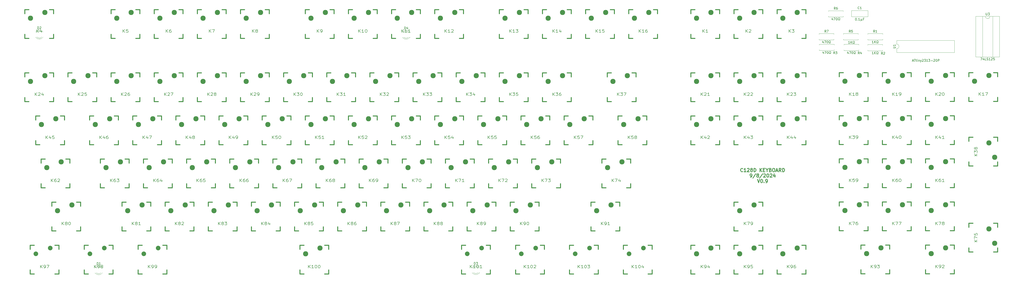
<source format=gbr>
G04 #@! TF.GenerationSoftware,KiCad,Pcbnew,7.0.1*
G04 #@! TF.CreationDate,2024-09-21T18:31:00-05:00*
G04 #@! TF.ProjectId,C128DKEYBOARD,43313238-444b-4455-9942-4f4152442e6b,3.3*
G04 #@! TF.SameCoordinates,Original*
G04 #@! TF.FileFunction,Legend,Top*
G04 #@! TF.FilePolarity,Positive*
%FSLAX46Y46*%
G04 Gerber Fmt 4.6, Leading zero omitted, Abs format (unit mm)*
G04 Created by KiCad (PCBNEW 7.0.1) date 2024-09-21 18:31:00*
%MOMM*%
%LPD*%
G01*
G04 APERTURE LIST*
%ADD10C,0.300000*%
%ADD11C,0.203200*%
%ADD12C,0.150000*%
%ADD13C,0.381000*%
%ADD14C,0.120000*%
%ADD15C,2.286000*%
%ADD16C,2.032000*%
G04 APERTURE END LIST*
D10*
X375044000Y-198933471D02*
X374972572Y-199004900D01*
X374972572Y-199004900D02*
X374758286Y-199076328D01*
X374758286Y-199076328D02*
X374615429Y-199076328D01*
X374615429Y-199076328D02*
X374401143Y-199004900D01*
X374401143Y-199004900D02*
X374258286Y-198862042D01*
X374258286Y-198862042D02*
X374186857Y-198719185D01*
X374186857Y-198719185D02*
X374115429Y-198433471D01*
X374115429Y-198433471D02*
X374115429Y-198219185D01*
X374115429Y-198219185D02*
X374186857Y-197933471D01*
X374186857Y-197933471D02*
X374258286Y-197790614D01*
X374258286Y-197790614D02*
X374401143Y-197647757D01*
X374401143Y-197647757D02*
X374615429Y-197576328D01*
X374615429Y-197576328D02*
X374758286Y-197576328D01*
X374758286Y-197576328D02*
X374972572Y-197647757D01*
X374972572Y-197647757D02*
X375044000Y-197719185D01*
X376472572Y-199076328D02*
X375615429Y-199076328D01*
X376044000Y-199076328D02*
X376044000Y-197576328D01*
X376044000Y-197576328D02*
X375901143Y-197790614D01*
X375901143Y-197790614D02*
X375758286Y-197933471D01*
X375758286Y-197933471D02*
X375615429Y-198004900D01*
X377044000Y-197719185D02*
X377115428Y-197647757D01*
X377115428Y-197647757D02*
X377258286Y-197576328D01*
X377258286Y-197576328D02*
X377615428Y-197576328D01*
X377615428Y-197576328D02*
X377758286Y-197647757D01*
X377758286Y-197647757D02*
X377829714Y-197719185D01*
X377829714Y-197719185D02*
X377901143Y-197862042D01*
X377901143Y-197862042D02*
X377901143Y-198004900D01*
X377901143Y-198004900D02*
X377829714Y-198219185D01*
X377829714Y-198219185D02*
X376972571Y-199076328D01*
X376972571Y-199076328D02*
X377901143Y-199076328D01*
X378758285Y-198219185D02*
X378615428Y-198147757D01*
X378615428Y-198147757D02*
X378543999Y-198076328D01*
X378543999Y-198076328D02*
X378472571Y-197933471D01*
X378472571Y-197933471D02*
X378472571Y-197862042D01*
X378472571Y-197862042D02*
X378543999Y-197719185D01*
X378543999Y-197719185D02*
X378615428Y-197647757D01*
X378615428Y-197647757D02*
X378758285Y-197576328D01*
X378758285Y-197576328D02*
X379043999Y-197576328D01*
X379043999Y-197576328D02*
X379186857Y-197647757D01*
X379186857Y-197647757D02*
X379258285Y-197719185D01*
X379258285Y-197719185D02*
X379329714Y-197862042D01*
X379329714Y-197862042D02*
X379329714Y-197933471D01*
X379329714Y-197933471D02*
X379258285Y-198076328D01*
X379258285Y-198076328D02*
X379186857Y-198147757D01*
X379186857Y-198147757D02*
X379043999Y-198219185D01*
X379043999Y-198219185D02*
X378758285Y-198219185D01*
X378758285Y-198219185D02*
X378615428Y-198290614D01*
X378615428Y-198290614D02*
X378543999Y-198362042D01*
X378543999Y-198362042D02*
X378472571Y-198504900D01*
X378472571Y-198504900D02*
X378472571Y-198790614D01*
X378472571Y-198790614D02*
X378543999Y-198933471D01*
X378543999Y-198933471D02*
X378615428Y-199004900D01*
X378615428Y-199004900D02*
X378758285Y-199076328D01*
X378758285Y-199076328D02*
X379043999Y-199076328D01*
X379043999Y-199076328D02*
X379186857Y-199004900D01*
X379186857Y-199004900D02*
X379258285Y-198933471D01*
X379258285Y-198933471D02*
X379329714Y-198790614D01*
X379329714Y-198790614D02*
X379329714Y-198504900D01*
X379329714Y-198504900D02*
X379258285Y-198362042D01*
X379258285Y-198362042D02*
X379186857Y-198290614D01*
X379186857Y-198290614D02*
X379043999Y-198219185D01*
X379972570Y-199076328D02*
X379972570Y-197576328D01*
X379972570Y-197576328D02*
X380329713Y-197576328D01*
X380329713Y-197576328D02*
X380543999Y-197647757D01*
X380543999Y-197647757D02*
X380686856Y-197790614D01*
X380686856Y-197790614D02*
X380758285Y-197933471D01*
X380758285Y-197933471D02*
X380829713Y-198219185D01*
X380829713Y-198219185D02*
X380829713Y-198433471D01*
X380829713Y-198433471D02*
X380758285Y-198719185D01*
X380758285Y-198719185D02*
X380686856Y-198862042D01*
X380686856Y-198862042D02*
X380543999Y-199004900D01*
X380543999Y-199004900D02*
X380329713Y-199076328D01*
X380329713Y-199076328D02*
X379972570Y-199076328D01*
X382615427Y-199076328D02*
X382615427Y-197576328D01*
X383472570Y-199076328D02*
X382829713Y-198219185D01*
X383472570Y-197576328D02*
X382615427Y-198433471D01*
X384115427Y-198290614D02*
X384615427Y-198290614D01*
X384829713Y-199076328D02*
X384115427Y-199076328D01*
X384115427Y-199076328D02*
X384115427Y-197576328D01*
X384115427Y-197576328D02*
X384829713Y-197576328D01*
X385758285Y-198362042D02*
X385758285Y-199076328D01*
X385258285Y-197576328D02*
X385758285Y-198362042D01*
X385758285Y-198362042D02*
X386258285Y-197576328D01*
X387258284Y-198290614D02*
X387472570Y-198362042D01*
X387472570Y-198362042D02*
X387543999Y-198433471D01*
X387543999Y-198433471D02*
X387615427Y-198576328D01*
X387615427Y-198576328D02*
X387615427Y-198790614D01*
X387615427Y-198790614D02*
X387543999Y-198933471D01*
X387543999Y-198933471D02*
X387472570Y-199004900D01*
X387472570Y-199004900D02*
X387329713Y-199076328D01*
X387329713Y-199076328D02*
X386758284Y-199076328D01*
X386758284Y-199076328D02*
X386758284Y-197576328D01*
X386758284Y-197576328D02*
X387258284Y-197576328D01*
X387258284Y-197576328D02*
X387401142Y-197647757D01*
X387401142Y-197647757D02*
X387472570Y-197719185D01*
X387472570Y-197719185D02*
X387543999Y-197862042D01*
X387543999Y-197862042D02*
X387543999Y-198004900D01*
X387543999Y-198004900D02*
X387472570Y-198147757D01*
X387472570Y-198147757D02*
X387401142Y-198219185D01*
X387401142Y-198219185D02*
X387258284Y-198290614D01*
X387258284Y-198290614D02*
X386758284Y-198290614D01*
X388543999Y-197576328D02*
X388829713Y-197576328D01*
X388829713Y-197576328D02*
X388972570Y-197647757D01*
X388972570Y-197647757D02*
X389115427Y-197790614D01*
X389115427Y-197790614D02*
X389186856Y-198076328D01*
X389186856Y-198076328D02*
X389186856Y-198576328D01*
X389186856Y-198576328D02*
X389115427Y-198862042D01*
X389115427Y-198862042D02*
X388972570Y-199004900D01*
X388972570Y-199004900D02*
X388829713Y-199076328D01*
X388829713Y-199076328D02*
X388543999Y-199076328D01*
X388543999Y-199076328D02*
X388401142Y-199004900D01*
X388401142Y-199004900D02*
X388258284Y-198862042D01*
X388258284Y-198862042D02*
X388186856Y-198576328D01*
X388186856Y-198576328D02*
X388186856Y-198076328D01*
X388186856Y-198076328D02*
X388258284Y-197790614D01*
X388258284Y-197790614D02*
X388401142Y-197647757D01*
X388401142Y-197647757D02*
X388543999Y-197576328D01*
X389758285Y-198647757D02*
X390472571Y-198647757D01*
X389615428Y-199076328D02*
X390115428Y-197576328D01*
X390115428Y-197576328D02*
X390615428Y-199076328D01*
X391972570Y-199076328D02*
X391472570Y-198362042D01*
X391115427Y-199076328D02*
X391115427Y-197576328D01*
X391115427Y-197576328D02*
X391686856Y-197576328D01*
X391686856Y-197576328D02*
X391829713Y-197647757D01*
X391829713Y-197647757D02*
X391901142Y-197719185D01*
X391901142Y-197719185D02*
X391972570Y-197862042D01*
X391972570Y-197862042D02*
X391972570Y-198076328D01*
X391972570Y-198076328D02*
X391901142Y-198219185D01*
X391901142Y-198219185D02*
X391829713Y-198290614D01*
X391829713Y-198290614D02*
X391686856Y-198362042D01*
X391686856Y-198362042D02*
X391115427Y-198362042D01*
X392615427Y-199076328D02*
X392615427Y-197576328D01*
X392615427Y-197576328D02*
X392972570Y-197576328D01*
X392972570Y-197576328D02*
X393186856Y-197647757D01*
X393186856Y-197647757D02*
X393329713Y-197790614D01*
X393329713Y-197790614D02*
X393401142Y-197933471D01*
X393401142Y-197933471D02*
X393472570Y-198219185D01*
X393472570Y-198219185D02*
X393472570Y-198433471D01*
X393472570Y-198433471D02*
X393401142Y-198719185D01*
X393401142Y-198719185D02*
X393329713Y-198862042D01*
X393329713Y-198862042D02*
X393186856Y-199004900D01*
X393186856Y-199004900D02*
X392972570Y-199076328D01*
X392972570Y-199076328D02*
X392615427Y-199076328D01*
X378365429Y-201506328D02*
X378651143Y-201506328D01*
X378651143Y-201506328D02*
X378794000Y-201434900D01*
X378794000Y-201434900D02*
X378865429Y-201363471D01*
X378865429Y-201363471D02*
X379008286Y-201149185D01*
X379008286Y-201149185D02*
X379079715Y-200863471D01*
X379079715Y-200863471D02*
X379079715Y-200292042D01*
X379079715Y-200292042D02*
X379008286Y-200149185D01*
X379008286Y-200149185D02*
X378936858Y-200077757D01*
X378936858Y-200077757D02*
X378794000Y-200006328D01*
X378794000Y-200006328D02*
X378508286Y-200006328D01*
X378508286Y-200006328D02*
X378365429Y-200077757D01*
X378365429Y-200077757D02*
X378294000Y-200149185D01*
X378294000Y-200149185D02*
X378222572Y-200292042D01*
X378222572Y-200292042D02*
X378222572Y-200649185D01*
X378222572Y-200649185D02*
X378294000Y-200792042D01*
X378294000Y-200792042D02*
X378365429Y-200863471D01*
X378365429Y-200863471D02*
X378508286Y-200934900D01*
X378508286Y-200934900D02*
X378794000Y-200934900D01*
X378794000Y-200934900D02*
X378936858Y-200863471D01*
X378936858Y-200863471D02*
X379008286Y-200792042D01*
X379008286Y-200792042D02*
X379079715Y-200649185D01*
X380794000Y-199934900D02*
X379508286Y-201863471D01*
X381508286Y-200649185D02*
X381365429Y-200577757D01*
X381365429Y-200577757D02*
X381294000Y-200506328D01*
X381294000Y-200506328D02*
X381222572Y-200363471D01*
X381222572Y-200363471D02*
X381222572Y-200292042D01*
X381222572Y-200292042D02*
X381294000Y-200149185D01*
X381294000Y-200149185D02*
X381365429Y-200077757D01*
X381365429Y-200077757D02*
X381508286Y-200006328D01*
X381508286Y-200006328D02*
X381794000Y-200006328D01*
X381794000Y-200006328D02*
X381936858Y-200077757D01*
X381936858Y-200077757D02*
X382008286Y-200149185D01*
X382008286Y-200149185D02*
X382079715Y-200292042D01*
X382079715Y-200292042D02*
X382079715Y-200363471D01*
X382079715Y-200363471D02*
X382008286Y-200506328D01*
X382008286Y-200506328D02*
X381936858Y-200577757D01*
X381936858Y-200577757D02*
X381794000Y-200649185D01*
X381794000Y-200649185D02*
X381508286Y-200649185D01*
X381508286Y-200649185D02*
X381365429Y-200720614D01*
X381365429Y-200720614D02*
X381294000Y-200792042D01*
X381294000Y-200792042D02*
X381222572Y-200934900D01*
X381222572Y-200934900D02*
X381222572Y-201220614D01*
X381222572Y-201220614D02*
X381294000Y-201363471D01*
X381294000Y-201363471D02*
X381365429Y-201434900D01*
X381365429Y-201434900D02*
X381508286Y-201506328D01*
X381508286Y-201506328D02*
X381794000Y-201506328D01*
X381794000Y-201506328D02*
X381936858Y-201434900D01*
X381936858Y-201434900D02*
X382008286Y-201363471D01*
X382008286Y-201363471D02*
X382079715Y-201220614D01*
X382079715Y-201220614D02*
X382079715Y-200934900D01*
X382079715Y-200934900D02*
X382008286Y-200792042D01*
X382008286Y-200792042D02*
X381936858Y-200720614D01*
X381936858Y-200720614D02*
X381794000Y-200649185D01*
X383794000Y-199934900D02*
X382508286Y-201863471D01*
X384222572Y-200149185D02*
X384294000Y-200077757D01*
X384294000Y-200077757D02*
X384436858Y-200006328D01*
X384436858Y-200006328D02*
X384794000Y-200006328D01*
X384794000Y-200006328D02*
X384936858Y-200077757D01*
X384936858Y-200077757D02*
X385008286Y-200149185D01*
X385008286Y-200149185D02*
X385079715Y-200292042D01*
X385079715Y-200292042D02*
X385079715Y-200434900D01*
X385079715Y-200434900D02*
X385008286Y-200649185D01*
X385008286Y-200649185D02*
X384151143Y-201506328D01*
X384151143Y-201506328D02*
X385079715Y-201506328D01*
X386008286Y-200006328D02*
X386151143Y-200006328D01*
X386151143Y-200006328D02*
X386294000Y-200077757D01*
X386294000Y-200077757D02*
X386365429Y-200149185D01*
X386365429Y-200149185D02*
X386436857Y-200292042D01*
X386436857Y-200292042D02*
X386508286Y-200577757D01*
X386508286Y-200577757D02*
X386508286Y-200934900D01*
X386508286Y-200934900D02*
X386436857Y-201220614D01*
X386436857Y-201220614D02*
X386365429Y-201363471D01*
X386365429Y-201363471D02*
X386294000Y-201434900D01*
X386294000Y-201434900D02*
X386151143Y-201506328D01*
X386151143Y-201506328D02*
X386008286Y-201506328D01*
X386008286Y-201506328D02*
X385865429Y-201434900D01*
X385865429Y-201434900D02*
X385794000Y-201363471D01*
X385794000Y-201363471D02*
X385722571Y-201220614D01*
X385722571Y-201220614D02*
X385651143Y-200934900D01*
X385651143Y-200934900D02*
X385651143Y-200577757D01*
X385651143Y-200577757D02*
X385722571Y-200292042D01*
X385722571Y-200292042D02*
X385794000Y-200149185D01*
X385794000Y-200149185D02*
X385865429Y-200077757D01*
X385865429Y-200077757D02*
X386008286Y-200006328D01*
X387079714Y-200149185D02*
X387151142Y-200077757D01*
X387151142Y-200077757D02*
X387294000Y-200006328D01*
X387294000Y-200006328D02*
X387651142Y-200006328D01*
X387651142Y-200006328D02*
X387794000Y-200077757D01*
X387794000Y-200077757D02*
X387865428Y-200149185D01*
X387865428Y-200149185D02*
X387936857Y-200292042D01*
X387936857Y-200292042D02*
X387936857Y-200434900D01*
X387936857Y-200434900D02*
X387865428Y-200649185D01*
X387865428Y-200649185D02*
X387008285Y-201506328D01*
X387008285Y-201506328D02*
X387936857Y-201506328D01*
X389222571Y-200506328D02*
X389222571Y-201506328D01*
X388865428Y-199934900D02*
X388508285Y-201006328D01*
X388508285Y-201006328D02*
X389436856Y-201006328D01*
X381508286Y-202436328D02*
X382008286Y-203936328D01*
X382008286Y-203936328D02*
X382508286Y-202436328D01*
X383294000Y-202436328D02*
X383436857Y-202436328D01*
X383436857Y-202436328D02*
X383579714Y-202507757D01*
X383579714Y-202507757D02*
X383651143Y-202579185D01*
X383651143Y-202579185D02*
X383722571Y-202722042D01*
X383722571Y-202722042D02*
X383794000Y-203007757D01*
X383794000Y-203007757D02*
X383794000Y-203364900D01*
X383794000Y-203364900D02*
X383722571Y-203650614D01*
X383722571Y-203650614D02*
X383651143Y-203793471D01*
X383651143Y-203793471D02*
X383579714Y-203864900D01*
X383579714Y-203864900D02*
X383436857Y-203936328D01*
X383436857Y-203936328D02*
X383294000Y-203936328D01*
X383294000Y-203936328D02*
X383151143Y-203864900D01*
X383151143Y-203864900D02*
X383079714Y-203793471D01*
X383079714Y-203793471D02*
X383008285Y-203650614D01*
X383008285Y-203650614D02*
X382936857Y-203364900D01*
X382936857Y-203364900D02*
X382936857Y-203007757D01*
X382936857Y-203007757D02*
X383008285Y-202722042D01*
X383008285Y-202722042D02*
X383079714Y-202579185D01*
X383079714Y-202579185D02*
X383151143Y-202507757D01*
X383151143Y-202507757D02*
X383294000Y-202436328D01*
X384436856Y-203793471D02*
X384508285Y-203864900D01*
X384508285Y-203864900D02*
X384436856Y-203936328D01*
X384436856Y-203936328D02*
X384365428Y-203864900D01*
X384365428Y-203864900D02*
X384436856Y-203793471D01*
X384436856Y-203793471D02*
X384436856Y-203936328D01*
X385222571Y-203936328D02*
X385508285Y-203936328D01*
X385508285Y-203936328D02*
X385651142Y-203864900D01*
X385651142Y-203864900D02*
X385722571Y-203793471D01*
X385722571Y-203793471D02*
X385865428Y-203579185D01*
X385865428Y-203579185D02*
X385936857Y-203293471D01*
X385936857Y-203293471D02*
X385936857Y-202722042D01*
X385936857Y-202722042D02*
X385865428Y-202579185D01*
X385865428Y-202579185D02*
X385794000Y-202507757D01*
X385794000Y-202507757D02*
X385651142Y-202436328D01*
X385651142Y-202436328D02*
X385365428Y-202436328D01*
X385365428Y-202436328D02*
X385222571Y-202507757D01*
X385222571Y-202507757D02*
X385151142Y-202579185D01*
X385151142Y-202579185D02*
X385079714Y-202722042D01*
X385079714Y-202722042D02*
X385079714Y-203079185D01*
X385079714Y-203079185D02*
X385151142Y-203222042D01*
X385151142Y-203222042D02*
X385222571Y-203293471D01*
X385222571Y-203293471D02*
X385365428Y-203364900D01*
X385365428Y-203364900D02*
X385651142Y-203364900D01*
X385651142Y-203364900D02*
X385794000Y-203293471D01*
X385794000Y-203293471D02*
X385865428Y-203222042D01*
X385865428Y-203222042D02*
X385936857Y-203079185D01*
D11*
X63200643Y-137493526D02*
X63200643Y-136223526D01*
X64071500Y-137493526D02*
X63418357Y-136767811D01*
X64071500Y-136223526D02*
X63200643Y-136949240D01*
X65377786Y-136646859D02*
X65377786Y-137493526D01*
X65014928Y-136163050D02*
X64652071Y-137070192D01*
X64652071Y-137070192D02*
X65595500Y-137070192D01*
X101300643Y-137493526D02*
X101300643Y-136223526D01*
X102171500Y-137493526D02*
X101518357Y-136767811D01*
X102171500Y-136223526D02*
X101300643Y-136949240D01*
X103550357Y-136223526D02*
X102824643Y-136223526D01*
X102824643Y-136223526D02*
X102752071Y-136828288D01*
X102752071Y-136828288D02*
X102824643Y-136767811D01*
X102824643Y-136767811D02*
X102969786Y-136707335D01*
X102969786Y-136707335D02*
X103332643Y-136707335D01*
X103332643Y-136707335D02*
X103477786Y-136767811D01*
X103477786Y-136767811D02*
X103550357Y-136828288D01*
X103550357Y-136828288D02*
X103622928Y-136949240D01*
X103622928Y-136949240D02*
X103622928Y-137251621D01*
X103622928Y-137251621D02*
X103550357Y-137372573D01*
X103550357Y-137372573D02*
X103477786Y-137433050D01*
X103477786Y-137433050D02*
X103332643Y-137493526D01*
X103332643Y-137493526D02*
X102969786Y-137493526D01*
X102969786Y-137493526D02*
X102824643Y-137433050D01*
X102824643Y-137433050D02*
X102752071Y-137372573D01*
X120350643Y-137493526D02*
X120350643Y-136223526D01*
X121221500Y-137493526D02*
X120568357Y-136767811D01*
X121221500Y-136223526D02*
X120350643Y-136949240D01*
X122527786Y-136223526D02*
X122237500Y-136223526D01*
X122237500Y-136223526D02*
X122092357Y-136284002D01*
X122092357Y-136284002D02*
X122019786Y-136344478D01*
X122019786Y-136344478D02*
X121874643Y-136525907D01*
X121874643Y-136525907D02*
X121802071Y-136767811D01*
X121802071Y-136767811D02*
X121802071Y-137251621D01*
X121802071Y-137251621D02*
X121874643Y-137372573D01*
X121874643Y-137372573D02*
X121947214Y-137433050D01*
X121947214Y-137433050D02*
X122092357Y-137493526D01*
X122092357Y-137493526D02*
X122382643Y-137493526D01*
X122382643Y-137493526D02*
X122527786Y-137433050D01*
X122527786Y-137433050D02*
X122600357Y-137372573D01*
X122600357Y-137372573D02*
X122672928Y-137251621D01*
X122672928Y-137251621D02*
X122672928Y-136949240D01*
X122672928Y-136949240D02*
X122600357Y-136828288D01*
X122600357Y-136828288D02*
X122527786Y-136767811D01*
X122527786Y-136767811D02*
X122382643Y-136707335D01*
X122382643Y-136707335D02*
X122092357Y-136707335D01*
X122092357Y-136707335D02*
X121947214Y-136767811D01*
X121947214Y-136767811D02*
X121874643Y-136828288D01*
X121874643Y-136828288D02*
X121802071Y-136949240D01*
X139400643Y-137493526D02*
X139400643Y-136223526D01*
X140271500Y-137493526D02*
X139618357Y-136767811D01*
X140271500Y-136223526D02*
X139400643Y-136949240D01*
X140779500Y-136223526D02*
X141795500Y-136223526D01*
X141795500Y-136223526D02*
X141142357Y-137493526D01*
X158450643Y-137493526D02*
X158450643Y-136223526D01*
X159321500Y-137493526D02*
X158668357Y-136767811D01*
X159321500Y-136223526D02*
X158450643Y-136949240D01*
X160192357Y-136767811D02*
X160047214Y-136707335D01*
X160047214Y-136707335D02*
X159974643Y-136646859D01*
X159974643Y-136646859D02*
X159902071Y-136525907D01*
X159902071Y-136525907D02*
X159902071Y-136465430D01*
X159902071Y-136465430D02*
X159974643Y-136344478D01*
X159974643Y-136344478D02*
X160047214Y-136284002D01*
X160047214Y-136284002D02*
X160192357Y-136223526D01*
X160192357Y-136223526D02*
X160482643Y-136223526D01*
X160482643Y-136223526D02*
X160627786Y-136284002D01*
X160627786Y-136284002D02*
X160700357Y-136344478D01*
X160700357Y-136344478D02*
X160772928Y-136465430D01*
X160772928Y-136465430D02*
X160772928Y-136525907D01*
X160772928Y-136525907D02*
X160700357Y-136646859D01*
X160700357Y-136646859D02*
X160627786Y-136707335D01*
X160627786Y-136707335D02*
X160482643Y-136767811D01*
X160482643Y-136767811D02*
X160192357Y-136767811D01*
X160192357Y-136767811D02*
X160047214Y-136828288D01*
X160047214Y-136828288D02*
X159974643Y-136888764D01*
X159974643Y-136888764D02*
X159902071Y-137009716D01*
X159902071Y-137009716D02*
X159902071Y-137251621D01*
X159902071Y-137251621D02*
X159974643Y-137372573D01*
X159974643Y-137372573D02*
X160047214Y-137433050D01*
X160047214Y-137433050D02*
X160192357Y-137493526D01*
X160192357Y-137493526D02*
X160482643Y-137493526D01*
X160482643Y-137493526D02*
X160627786Y-137433050D01*
X160627786Y-137433050D02*
X160700357Y-137372573D01*
X160700357Y-137372573D02*
X160772928Y-137251621D01*
X160772928Y-137251621D02*
X160772928Y-137009716D01*
X160772928Y-137009716D02*
X160700357Y-136888764D01*
X160700357Y-136888764D02*
X160627786Y-136828288D01*
X160627786Y-136828288D02*
X160482643Y-136767811D01*
X187025643Y-137493526D02*
X187025643Y-136223526D01*
X187896500Y-137493526D02*
X187243357Y-136767811D01*
X187896500Y-136223526D02*
X187025643Y-136949240D01*
X188622214Y-137493526D02*
X188912500Y-137493526D01*
X188912500Y-137493526D02*
X189057643Y-137433050D01*
X189057643Y-137433050D02*
X189130214Y-137372573D01*
X189130214Y-137372573D02*
X189275357Y-137191145D01*
X189275357Y-137191145D02*
X189347928Y-136949240D01*
X189347928Y-136949240D02*
X189347928Y-136465430D01*
X189347928Y-136465430D02*
X189275357Y-136344478D01*
X189275357Y-136344478D02*
X189202786Y-136284002D01*
X189202786Y-136284002D02*
X189057643Y-136223526D01*
X189057643Y-136223526D02*
X188767357Y-136223526D01*
X188767357Y-136223526D02*
X188622214Y-136284002D01*
X188622214Y-136284002D02*
X188549643Y-136344478D01*
X188549643Y-136344478D02*
X188477071Y-136465430D01*
X188477071Y-136465430D02*
X188477071Y-136767811D01*
X188477071Y-136767811D02*
X188549643Y-136888764D01*
X188549643Y-136888764D02*
X188622214Y-136949240D01*
X188622214Y-136949240D02*
X188767357Y-137009716D01*
X188767357Y-137009716D02*
X189057643Y-137009716D01*
X189057643Y-137009716D02*
X189202786Y-136949240D01*
X189202786Y-136949240D02*
X189275357Y-136888764D01*
X189275357Y-136888764D02*
X189347928Y-136767811D01*
X205349928Y-137493526D02*
X205349928Y-136223526D01*
X206220785Y-137493526D02*
X205567642Y-136767811D01*
X206220785Y-136223526D02*
X205349928Y-136949240D01*
X207672213Y-137493526D02*
X206801356Y-137493526D01*
X207236785Y-137493526D02*
X207236785Y-136223526D01*
X207236785Y-136223526D02*
X207091642Y-136404954D01*
X207091642Y-136404954D02*
X206946499Y-136525907D01*
X206946499Y-136525907D02*
X206801356Y-136586383D01*
X208615642Y-136223526D02*
X208760785Y-136223526D01*
X208760785Y-136223526D02*
X208905928Y-136284002D01*
X208905928Y-136284002D02*
X208978500Y-136344478D01*
X208978500Y-136344478D02*
X209051071Y-136465430D01*
X209051071Y-136465430D02*
X209123642Y-136707335D01*
X209123642Y-136707335D02*
X209123642Y-137009716D01*
X209123642Y-137009716D02*
X209051071Y-137251621D01*
X209051071Y-137251621D02*
X208978500Y-137372573D01*
X208978500Y-137372573D02*
X208905928Y-137433050D01*
X208905928Y-137433050D02*
X208760785Y-137493526D01*
X208760785Y-137493526D02*
X208615642Y-137493526D01*
X208615642Y-137493526D02*
X208470500Y-137433050D01*
X208470500Y-137433050D02*
X208397928Y-137372573D01*
X208397928Y-137372573D02*
X208325357Y-137251621D01*
X208325357Y-137251621D02*
X208252785Y-137009716D01*
X208252785Y-137009716D02*
X208252785Y-136707335D01*
X208252785Y-136707335D02*
X208325357Y-136465430D01*
X208325357Y-136465430D02*
X208397928Y-136344478D01*
X208397928Y-136344478D02*
X208470500Y-136284002D01*
X208470500Y-136284002D02*
X208615642Y-136223526D01*
X224399928Y-137493526D02*
X224399928Y-136223526D01*
X225270785Y-137493526D02*
X224617642Y-136767811D01*
X225270785Y-136223526D02*
X224399928Y-136949240D01*
X226722213Y-137493526D02*
X225851356Y-137493526D01*
X226286785Y-137493526D02*
X226286785Y-136223526D01*
X226286785Y-136223526D02*
X226141642Y-136404954D01*
X226141642Y-136404954D02*
X225996499Y-136525907D01*
X225996499Y-136525907D02*
X225851356Y-136586383D01*
X228173642Y-137493526D02*
X227302785Y-137493526D01*
X227738214Y-137493526D02*
X227738214Y-136223526D01*
X227738214Y-136223526D02*
X227593071Y-136404954D01*
X227593071Y-136404954D02*
X227447928Y-136525907D01*
X227447928Y-136525907D02*
X227302785Y-136586383D01*
X243449928Y-137493526D02*
X243449928Y-136223526D01*
X244320785Y-137493526D02*
X243667642Y-136767811D01*
X244320785Y-136223526D02*
X243449928Y-136949240D01*
X245772213Y-137493526D02*
X244901356Y-137493526D01*
X245336785Y-137493526D02*
X245336785Y-136223526D01*
X245336785Y-136223526D02*
X245191642Y-136404954D01*
X245191642Y-136404954D02*
X245046499Y-136525907D01*
X245046499Y-136525907D02*
X244901356Y-136586383D01*
X246352785Y-136344478D02*
X246425357Y-136284002D01*
X246425357Y-136284002D02*
X246570500Y-136223526D01*
X246570500Y-136223526D02*
X246933357Y-136223526D01*
X246933357Y-136223526D02*
X247078500Y-136284002D01*
X247078500Y-136284002D02*
X247151071Y-136344478D01*
X247151071Y-136344478D02*
X247223642Y-136465430D01*
X247223642Y-136465430D02*
X247223642Y-136586383D01*
X247223642Y-136586383D02*
X247151071Y-136767811D01*
X247151071Y-136767811D02*
X246280214Y-137493526D01*
X246280214Y-137493526D02*
X247223642Y-137493526D01*
X272024928Y-137493526D02*
X272024928Y-136223526D01*
X272895785Y-137493526D02*
X272242642Y-136767811D01*
X272895785Y-136223526D02*
X272024928Y-136949240D01*
X274347213Y-137493526D02*
X273476356Y-137493526D01*
X273911785Y-137493526D02*
X273911785Y-136223526D01*
X273911785Y-136223526D02*
X273766642Y-136404954D01*
X273766642Y-136404954D02*
X273621499Y-136525907D01*
X273621499Y-136525907D02*
X273476356Y-136586383D01*
X274855214Y-136223526D02*
X275798642Y-136223526D01*
X275798642Y-136223526D02*
X275290642Y-136707335D01*
X275290642Y-136707335D02*
X275508357Y-136707335D01*
X275508357Y-136707335D02*
X275653500Y-136767811D01*
X275653500Y-136767811D02*
X275726071Y-136828288D01*
X275726071Y-136828288D02*
X275798642Y-136949240D01*
X275798642Y-136949240D02*
X275798642Y-137251621D01*
X275798642Y-137251621D02*
X275726071Y-137372573D01*
X275726071Y-137372573D02*
X275653500Y-137433050D01*
X275653500Y-137433050D02*
X275508357Y-137493526D01*
X275508357Y-137493526D02*
X275072928Y-137493526D01*
X275072928Y-137493526D02*
X274927785Y-137433050D01*
X274927785Y-137433050D02*
X274855214Y-137372573D01*
X291074928Y-137493526D02*
X291074928Y-136223526D01*
X291945785Y-137493526D02*
X291292642Y-136767811D01*
X291945785Y-136223526D02*
X291074928Y-136949240D01*
X293397213Y-137493526D02*
X292526356Y-137493526D01*
X292961785Y-137493526D02*
X292961785Y-136223526D01*
X292961785Y-136223526D02*
X292816642Y-136404954D01*
X292816642Y-136404954D02*
X292671499Y-136525907D01*
X292671499Y-136525907D02*
X292526356Y-136586383D01*
X294703500Y-136646859D02*
X294703500Y-137493526D01*
X294340642Y-136163050D02*
X293977785Y-137070192D01*
X293977785Y-137070192D02*
X294921214Y-137070192D01*
X310124928Y-137493526D02*
X310124928Y-136223526D01*
X310995785Y-137493526D02*
X310342642Y-136767811D01*
X310995785Y-136223526D02*
X310124928Y-136949240D01*
X312447213Y-137493526D02*
X311576356Y-137493526D01*
X312011785Y-137493526D02*
X312011785Y-136223526D01*
X312011785Y-136223526D02*
X311866642Y-136404954D01*
X311866642Y-136404954D02*
X311721499Y-136525907D01*
X311721499Y-136525907D02*
X311576356Y-136586383D01*
X313826071Y-136223526D02*
X313100357Y-136223526D01*
X313100357Y-136223526D02*
X313027785Y-136828288D01*
X313027785Y-136828288D02*
X313100357Y-136767811D01*
X313100357Y-136767811D02*
X313245500Y-136707335D01*
X313245500Y-136707335D02*
X313608357Y-136707335D01*
X313608357Y-136707335D02*
X313753500Y-136767811D01*
X313753500Y-136767811D02*
X313826071Y-136828288D01*
X313826071Y-136828288D02*
X313898642Y-136949240D01*
X313898642Y-136949240D02*
X313898642Y-137251621D01*
X313898642Y-137251621D02*
X313826071Y-137372573D01*
X313826071Y-137372573D02*
X313753500Y-137433050D01*
X313753500Y-137433050D02*
X313608357Y-137493526D01*
X313608357Y-137493526D02*
X313245500Y-137493526D01*
X313245500Y-137493526D02*
X313100357Y-137433050D01*
X313100357Y-137433050D02*
X313027785Y-137372573D01*
X479339728Y-165357326D02*
X479339728Y-164087326D01*
X480210585Y-165357326D02*
X479557442Y-164631611D01*
X480210585Y-164087326D02*
X479339728Y-164813040D01*
X481662013Y-165357326D02*
X480791156Y-165357326D01*
X481226585Y-165357326D02*
X481226585Y-164087326D01*
X481226585Y-164087326D02*
X481081442Y-164268754D01*
X481081442Y-164268754D02*
X480936299Y-164389707D01*
X480936299Y-164389707D02*
X480791156Y-164450183D01*
X482170014Y-164087326D02*
X483186014Y-164087326D01*
X483186014Y-164087326D02*
X482532871Y-165357326D01*
X422100828Y-165382726D02*
X422100828Y-164112726D01*
X422971685Y-165382726D02*
X422318542Y-164657011D01*
X422971685Y-164112726D02*
X422100828Y-164838440D01*
X424423113Y-165382726D02*
X423552256Y-165382726D01*
X423987685Y-165382726D02*
X423987685Y-164112726D01*
X423987685Y-164112726D02*
X423842542Y-164294154D01*
X423842542Y-164294154D02*
X423697399Y-164415107D01*
X423697399Y-164415107D02*
X423552256Y-164475583D01*
X425293971Y-164657011D02*
X425148828Y-164596535D01*
X425148828Y-164596535D02*
X425076257Y-164536059D01*
X425076257Y-164536059D02*
X425003685Y-164415107D01*
X425003685Y-164415107D02*
X425003685Y-164354630D01*
X425003685Y-164354630D02*
X425076257Y-164233678D01*
X425076257Y-164233678D02*
X425148828Y-164173202D01*
X425148828Y-164173202D02*
X425293971Y-164112726D01*
X425293971Y-164112726D02*
X425584257Y-164112726D01*
X425584257Y-164112726D02*
X425729400Y-164173202D01*
X425729400Y-164173202D02*
X425801971Y-164233678D01*
X425801971Y-164233678D02*
X425874542Y-164354630D01*
X425874542Y-164354630D02*
X425874542Y-164415107D01*
X425874542Y-164415107D02*
X425801971Y-164536059D01*
X425801971Y-164536059D02*
X425729400Y-164596535D01*
X425729400Y-164596535D02*
X425584257Y-164657011D01*
X425584257Y-164657011D02*
X425293971Y-164657011D01*
X425293971Y-164657011D02*
X425148828Y-164717488D01*
X425148828Y-164717488D02*
X425076257Y-164777964D01*
X425076257Y-164777964D02*
X425003685Y-164898916D01*
X425003685Y-164898916D02*
X425003685Y-165140821D01*
X425003685Y-165140821D02*
X425076257Y-165261773D01*
X425076257Y-165261773D02*
X425148828Y-165322250D01*
X425148828Y-165322250D02*
X425293971Y-165382726D01*
X425293971Y-165382726D02*
X425584257Y-165382726D01*
X425584257Y-165382726D02*
X425729400Y-165322250D01*
X425729400Y-165322250D02*
X425801971Y-165261773D01*
X425801971Y-165261773D02*
X425874542Y-165140821D01*
X425874542Y-165140821D02*
X425874542Y-164898916D01*
X425874542Y-164898916D02*
X425801971Y-164777964D01*
X425801971Y-164777964D02*
X425729400Y-164717488D01*
X425729400Y-164717488D02*
X425584257Y-164657011D01*
X441150828Y-165382726D02*
X441150828Y-164112726D01*
X442021685Y-165382726D02*
X441368542Y-164657011D01*
X442021685Y-164112726D02*
X441150828Y-164838440D01*
X443473113Y-165382726D02*
X442602256Y-165382726D01*
X443037685Y-165382726D02*
X443037685Y-164112726D01*
X443037685Y-164112726D02*
X442892542Y-164294154D01*
X442892542Y-164294154D02*
X442747399Y-164415107D01*
X442747399Y-164415107D02*
X442602256Y-164475583D01*
X444198828Y-165382726D02*
X444489114Y-165382726D01*
X444489114Y-165382726D02*
X444634257Y-165322250D01*
X444634257Y-165322250D02*
X444706828Y-165261773D01*
X444706828Y-165261773D02*
X444851971Y-165080345D01*
X444851971Y-165080345D02*
X444924542Y-164838440D01*
X444924542Y-164838440D02*
X444924542Y-164354630D01*
X444924542Y-164354630D02*
X444851971Y-164233678D01*
X444851971Y-164233678D02*
X444779400Y-164173202D01*
X444779400Y-164173202D02*
X444634257Y-164112726D01*
X444634257Y-164112726D02*
X444343971Y-164112726D01*
X444343971Y-164112726D02*
X444198828Y-164173202D01*
X444198828Y-164173202D02*
X444126257Y-164233678D01*
X444126257Y-164233678D02*
X444053685Y-164354630D01*
X444053685Y-164354630D02*
X444053685Y-164657011D01*
X444053685Y-164657011D02*
X444126257Y-164777964D01*
X444126257Y-164777964D02*
X444198828Y-164838440D01*
X444198828Y-164838440D02*
X444343971Y-164898916D01*
X444343971Y-164898916D02*
X444634257Y-164898916D01*
X444634257Y-164898916D02*
X444779400Y-164838440D01*
X444779400Y-164838440D02*
X444851971Y-164777964D01*
X444851971Y-164777964D02*
X444924542Y-164657011D01*
X460200828Y-165382726D02*
X460200828Y-164112726D01*
X461071685Y-165382726D02*
X460418542Y-164657011D01*
X461071685Y-164112726D02*
X460200828Y-164838440D01*
X461652256Y-164233678D02*
X461724828Y-164173202D01*
X461724828Y-164173202D02*
X461869971Y-164112726D01*
X461869971Y-164112726D02*
X462232828Y-164112726D01*
X462232828Y-164112726D02*
X462377971Y-164173202D01*
X462377971Y-164173202D02*
X462450542Y-164233678D01*
X462450542Y-164233678D02*
X462523113Y-164354630D01*
X462523113Y-164354630D02*
X462523113Y-164475583D01*
X462523113Y-164475583D02*
X462450542Y-164657011D01*
X462450542Y-164657011D02*
X461579685Y-165382726D01*
X461579685Y-165382726D02*
X462523113Y-165382726D01*
X463466542Y-164112726D02*
X463611685Y-164112726D01*
X463611685Y-164112726D02*
X463756828Y-164173202D01*
X463756828Y-164173202D02*
X463829400Y-164233678D01*
X463829400Y-164233678D02*
X463901971Y-164354630D01*
X463901971Y-164354630D02*
X463974542Y-164596535D01*
X463974542Y-164596535D02*
X463974542Y-164898916D01*
X463974542Y-164898916D02*
X463901971Y-165140821D01*
X463901971Y-165140821D02*
X463829400Y-165261773D01*
X463829400Y-165261773D02*
X463756828Y-165322250D01*
X463756828Y-165322250D02*
X463611685Y-165382726D01*
X463611685Y-165382726D02*
X463466542Y-165382726D01*
X463466542Y-165382726D02*
X463321400Y-165322250D01*
X463321400Y-165322250D02*
X463248828Y-165261773D01*
X463248828Y-165261773D02*
X463176257Y-165140821D01*
X463176257Y-165140821D02*
X463103685Y-164898916D01*
X463103685Y-164898916D02*
X463103685Y-164596535D01*
X463103685Y-164596535D02*
X463176257Y-164354630D01*
X463176257Y-164354630D02*
X463248828Y-164233678D01*
X463248828Y-164233678D02*
X463321400Y-164173202D01*
X463321400Y-164173202D02*
X463466542Y-164112726D01*
X100574928Y-165433526D02*
X100574928Y-164163526D01*
X101445785Y-165433526D02*
X100792642Y-164707811D01*
X101445785Y-164163526D02*
X100574928Y-164889240D01*
X102026356Y-164284478D02*
X102098928Y-164224002D01*
X102098928Y-164224002D02*
X102244071Y-164163526D01*
X102244071Y-164163526D02*
X102606928Y-164163526D01*
X102606928Y-164163526D02*
X102752071Y-164224002D01*
X102752071Y-164224002D02*
X102824642Y-164284478D01*
X102824642Y-164284478D02*
X102897213Y-164405430D01*
X102897213Y-164405430D02*
X102897213Y-164526383D01*
X102897213Y-164526383D02*
X102824642Y-164707811D01*
X102824642Y-164707811D02*
X101953785Y-165433526D01*
X101953785Y-165433526D02*
X102897213Y-165433526D01*
X104203500Y-164163526D02*
X103913214Y-164163526D01*
X103913214Y-164163526D02*
X103768071Y-164224002D01*
X103768071Y-164224002D02*
X103695500Y-164284478D01*
X103695500Y-164284478D02*
X103550357Y-164465907D01*
X103550357Y-164465907D02*
X103477785Y-164707811D01*
X103477785Y-164707811D02*
X103477785Y-165191621D01*
X103477785Y-165191621D02*
X103550357Y-165312573D01*
X103550357Y-165312573D02*
X103622928Y-165373050D01*
X103622928Y-165373050D02*
X103768071Y-165433526D01*
X103768071Y-165433526D02*
X104058357Y-165433526D01*
X104058357Y-165433526D02*
X104203500Y-165373050D01*
X104203500Y-165373050D02*
X104276071Y-165312573D01*
X104276071Y-165312573D02*
X104348642Y-165191621D01*
X104348642Y-165191621D02*
X104348642Y-164889240D01*
X104348642Y-164889240D02*
X104276071Y-164768288D01*
X104276071Y-164768288D02*
X104203500Y-164707811D01*
X104203500Y-164707811D02*
X104058357Y-164647335D01*
X104058357Y-164647335D02*
X103768071Y-164647335D01*
X103768071Y-164647335D02*
X103622928Y-164707811D01*
X103622928Y-164707811D02*
X103550357Y-164768288D01*
X103550357Y-164768288D02*
X103477785Y-164889240D01*
X119624928Y-165433526D02*
X119624928Y-164163526D01*
X120495785Y-165433526D02*
X119842642Y-164707811D01*
X120495785Y-164163526D02*
X119624928Y-164889240D01*
X121076356Y-164284478D02*
X121148928Y-164224002D01*
X121148928Y-164224002D02*
X121294071Y-164163526D01*
X121294071Y-164163526D02*
X121656928Y-164163526D01*
X121656928Y-164163526D02*
X121802071Y-164224002D01*
X121802071Y-164224002D02*
X121874642Y-164284478D01*
X121874642Y-164284478D02*
X121947213Y-164405430D01*
X121947213Y-164405430D02*
X121947213Y-164526383D01*
X121947213Y-164526383D02*
X121874642Y-164707811D01*
X121874642Y-164707811D02*
X121003785Y-165433526D01*
X121003785Y-165433526D02*
X121947213Y-165433526D01*
X122455214Y-164163526D02*
X123471214Y-164163526D01*
X123471214Y-164163526D02*
X122818071Y-165433526D01*
X138674928Y-165433526D02*
X138674928Y-164163526D01*
X139545785Y-165433526D02*
X138892642Y-164707811D01*
X139545785Y-164163526D02*
X138674928Y-164889240D01*
X140126356Y-164284478D02*
X140198928Y-164224002D01*
X140198928Y-164224002D02*
X140344071Y-164163526D01*
X140344071Y-164163526D02*
X140706928Y-164163526D01*
X140706928Y-164163526D02*
X140852071Y-164224002D01*
X140852071Y-164224002D02*
X140924642Y-164284478D01*
X140924642Y-164284478D02*
X140997213Y-164405430D01*
X140997213Y-164405430D02*
X140997213Y-164526383D01*
X140997213Y-164526383D02*
X140924642Y-164707811D01*
X140924642Y-164707811D02*
X140053785Y-165433526D01*
X140053785Y-165433526D02*
X140997213Y-165433526D01*
X141868071Y-164707811D02*
X141722928Y-164647335D01*
X141722928Y-164647335D02*
X141650357Y-164586859D01*
X141650357Y-164586859D02*
X141577785Y-164465907D01*
X141577785Y-164465907D02*
X141577785Y-164405430D01*
X141577785Y-164405430D02*
X141650357Y-164284478D01*
X141650357Y-164284478D02*
X141722928Y-164224002D01*
X141722928Y-164224002D02*
X141868071Y-164163526D01*
X141868071Y-164163526D02*
X142158357Y-164163526D01*
X142158357Y-164163526D02*
X142303500Y-164224002D01*
X142303500Y-164224002D02*
X142376071Y-164284478D01*
X142376071Y-164284478D02*
X142448642Y-164405430D01*
X142448642Y-164405430D02*
X142448642Y-164465907D01*
X142448642Y-164465907D02*
X142376071Y-164586859D01*
X142376071Y-164586859D02*
X142303500Y-164647335D01*
X142303500Y-164647335D02*
X142158357Y-164707811D01*
X142158357Y-164707811D02*
X141868071Y-164707811D01*
X141868071Y-164707811D02*
X141722928Y-164768288D01*
X141722928Y-164768288D02*
X141650357Y-164828764D01*
X141650357Y-164828764D02*
X141577785Y-164949716D01*
X141577785Y-164949716D02*
X141577785Y-165191621D01*
X141577785Y-165191621D02*
X141650357Y-165312573D01*
X141650357Y-165312573D02*
X141722928Y-165373050D01*
X141722928Y-165373050D02*
X141868071Y-165433526D01*
X141868071Y-165433526D02*
X142158357Y-165433526D01*
X142158357Y-165433526D02*
X142303500Y-165373050D01*
X142303500Y-165373050D02*
X142376071Y-165312573D01*
X142376071Y-165312573D02*
X142448642Y-165191621D01*
X142448642Y-165191621D02*
X142448642Y-164949716D01*
X142448642Y-164949716D02*
X142376071Y-164828764D01*
X142376071Y-164828764D02*
X142303500Y-164768288D01*
X142303500Y-164768288D02*
X142158357Y-164707811D01*
X157724928Y-165433526D02*
X157724928Y-164163526D01*
X158595785Y-165433526D02*
X157942642Y-164707811D01*
X158595785Y-164163526D02*
X157724928Y-164889240D01*
X159176356Y-164284478D02*
X159248928Y-164224002D01*
X159248928Y-164224002D02*
X159394071Y-164163526D01*
X159394071Y-164163526D02*
X159756928Y-164163526D01*
X159756928Y-164163526D02*
X159902071Y-164224002D01*
X159902071Y-164224002D02*
X159974642Y-164284478D01*
X159974642Y-164284478D02*
X160047213Y-164405430D01*
X160047213Y-164405430D02*
X160047213Y-164526383D01*
X160047213Y-164526383D02*
X159974642Y-164707811D01*
X159974642Y-164707811D02*
X159103785Y-165433526D01*
X159103785Y-165433526D02*
X160047213Y-165433526D01*
X160772928Y-165433526D02*
X161063214Y-165433526D01*
X161063214Y-165433526D02*
X161208357Y-165373050D01*
X161208357Y-165373050D02*
X161280928Y-165312573D01*
X161280928Y-165312573D02*
X161426071Y-165131145D01*
X161426071Y-165131145D02*
X161498642Y-164889240D01*
X161498642Y-164889240D02*
X161498642Y-164405430D01*
X161498642Y-164405430D02*
X161426071Y-164284478D01*
X161426071Y-164284478D02*
X161353500Y-164224002D01*
X161353500Y-164224002D02*
X161208357Y-164163526D01*
X161208357Y-164163526D02*
X160918071Y-164163526D01*
X160918071Y-164163526D02*
X160772928Y-164224002D01*
X160772928Y-164224002D02*
X160700357Y-164284478D01*
X160700357Y-164284478D02*
X160627785Y-164405430D01*
X160627785Y-164405430D02*
X160627785Y-164707811D01*
X160627785Y-164707811D02*
X160700357Y-164828764D01*
X160700357Y-164828764D02*
X160772928Y-164889240D01*
X160772928Y-164889240D02*
X160918071Y-164949716D01*
X160918071Y-164949716D02*
X161208357Y-164949716D01*
X161208357Y-164949716D02*
X161353500Y-164889240D01*
X161353500Y-164889240D02*
X161426071Y-164828764D01*
X161426071Y-164828764D02*
X161498642Y-164707811D01*
X176774928Y-165433526D02*
X176774928Y-164163526D01*
X177645785Y-165433526D02*
X176992642Y-164707811D01*
X177645785Y-164163526D02*
X176774928Y-164889240D01*
X178153785Y-164163526D02*
X179097213Y-164163526D01*
X179097213Y-164163526D02*
X178589213Y-164647335D01*
X178589213Y-164647335D02*
X178806928Y-164647335D01*
X178806928Y-164647335D02*
X178952071Y-164707811D01*
X178952071Y-164707811D02*
X179024642Y-164768288D01*
X179024642Y-164768288D02*
X179097213Y-164889240D01*
X179097213Y-164889240D02*
X179097213Y-165191621D01*
X179097213Y-165191621D02*
X179024642Y-165312573D01*
X179024642Y-165312573D02*
X178952071Y-165373050D01*
X178952071Y-165373050D02*
X178806928Y-165433526D01*
X178806928Y-165433526D02*
X178371499Y-165433526D01*
X178371499Y-165433526D02*
X178226356Y-165373050D01*
X178226356Y-165373050D02*
X178153785Y-165312573D01*
X180040642Y-164163526D02*
X180185785Y-164163526D01*
X180185785Y-164163526D02*
X180330928Y-164224002D01*
X180330928Y-164224002D02*
X180403500Y-164284478D01*
X180403500Y-164284478D02*
X180476071Y-164405430D01*
X180476071Y-164405430D02*
X180548642Y-164647335D01*
X180548642Y-164647335D02*
X180548642Y-164949716D01*
X180548642Y-164949716D02*
X180476071Y-165191621D01*
X180476071Y-165191621D02*
X180403500Y-165312573D01*
X180403500Y-165312573D02*
X180330928Y-165373050D01*
X180330928Y-165373050D02*
X180185785Y-165433526D01*
X180185785Y-165433526D02*
X180040642Y-165433526D01*
X180040642Y-165433526D02*
X179895500Y-165373050D01*
X179895500Y-165373050D02*
X179822928Y-165312573D01*
X179822928Y-165312573D02*
X179750357Y-165191621D01*
X179750357Y-165191621D02*
X179677785Y-164949716D01*
X179677785Y-164949716D02*
X179677785Y-164647335D01*
X179677785Y-164647335D02*
X179750357Y-164405430D01*
X179750357Y-164405430D02*
X179822928Y-164284478D01*
X179822928Y-164284478D02*
X179895500Y-164224002D01*
X179895500Y-164224002D02*
X180040642Y-164163526D01*
X195824928Y-165433526D02*
X195824928Y-164163526D01*
X196695785Y-165433526D02*
X196042642Y-164707811D01*
X196695785Y-164163526D02*
X195824928Y-164889240D01*
X197203785Y-164163526D02*
X198147213Y-164163526D01*
X198147213Y-164163526D02*
X197639213Y-164647335D01*
X197639213Y-164647335D02*
X197856928Y-164647335D01*
X197856928Y-164647335D02*
X198002071Y-164707811D01*
X198002071Y-164707811D02*
X198074642Y-164768288D01*
X198074642Y-164768288D02*
X198147213Y-164889240D01*
X198147213Y-164889240D02*
X198147213Y-165191621D01*
X198147213Y-165191621D02*
X198074642Y-165312573D01*
X198074642Y-165312573D02*
X198002071Y-165373050D01*
X198002071Y-165373050D02*
X197856928Y-165433526D01*
X197856928Y-165433526D02*
X197421499Y-165433526D01*
X197421499Y-165433526D02*
X197276356Y-165373050D01*
X197276356Y-165373050D02*
X197203785Y-165312573D01*
X199598642Y-165433526D02*
X198727785Y-165433526D01*
X199163214Y-165433526D02*
X199163214Y-164163526D01*
X199163214Y-164163526D02*
X199018071Y-164344954D01*
X199018071Y-164344954D02*
X198872928Y-164465907D01*
X198872928Y-164465907D02*
X198727785Y-164526383D01*
X214874928Y-165433526D02*
X214874928Y-164163526D01*
X215745785Y-165433526D02*
X215092642Y-164707811D01*
X215745785Y-164163526D02*
X214874928Y-164889240D01*
X216253785Y-164163526D02*
X217197213Y-164163526D01*
X217197213Y-164163526D02*
X216689213Y-164647335D01*
X216689213Y-164647335D02*
X216906928Y-164647335D01*
X216906928Y-164647335D02*
X217052071Y-164707811D01*
X217052071Y-164707811D02*
X217124642Y-164768288D01*
X217124642Y-164768288D02*
X217197213Y-164889240D01*
X217197213Y-164889240D02*
X217197213Y-165191621D01*
X217197213Y-165191621D02*
X217124642Y-165312573D01*
X217124642Y-165312573D02*
X217052071Y-165373050D01*
X217052071Y-165373050D02*
X216906928Y-165433526D01*
X216906928Y-165433526D02*
X216471499Y-165433526D01*
X216471499Y-165433526D02*
X216326356Y-165373050D01*
X216326356Y-165373050D02*
X216253785Y-165312573D01*
X217777785Y-164284478D02*
X217850357Y-164224002D01*
X217850357Y-164224002D02*
X217995500Y-164163526D01*
X217995500Y-164163526D02*
X218358357Y-164163526D01*
X218358357Y-164163526D02*
X218503500Y-164224002D01*
X218503500Y-164224002D02*
X218576071Y-164284478D01*
X218576071Y-164284478D02*
X218648642Y-164405430D01*
X218648642Y-164405430D02*
X218648642Y-164526383D01*
X218648642Y-164526383D02*
X218576071Y-164707811D01*
X218576071Y-164707811D02*
X217705214Y-165433526D01*
X217705214Y-165433526D02*
X218648642Y-165433526D01*
X233924928Y-165433526D02*
X233924928Y-164163526D01*
X234795785Y-165433526D02*
X234142642Y-164707811D01*
X234795785Y-164163526D02*
X233924928Y-164889240D01*
X235303785Y-164163526D02*
X236247213Y-164163526D01*
X236247213Y-164163526D02*
X235739213Y-164647335D01*
X235739213Y-164647335D02*
X235956928Y-164647335D01*
X235956928Y-164647335D02*
X236102071Y-164707811D01*
X236102071Y-164707811D02*
X236174642Y-164768288D01*
X236174642Y-164768288D02*
X236247213Y-164889240D01*
X236247213Y-164889240D02*
X236247213Y-165191621D01*
X236247213Y-165191621D02*
X236174642Y-165312573D01*
X236174642Y-165312573D02*
X236102071Y-165373050D01*
X236102071Y-165373050D02*
X235956928Y-165433526D01*
X235956928Y-165433526D02*
X235521499Y-165433526D01*
X235521499Y-165433526D02*
X235376356Y-165373050D01*
X235376356Y-165373050D02*
X235303785Y-165312573D01*
X236755214Y-164163526D02*
X237698642Y-164163526D01*
X237698642Y-164163526D02*
X237190642Y-164647335D01*
X237190642Y-164647335D02*
X237408357Y-164647335D01*
X237408357Y-164647335D02*
X237553500Y-164707811D01*
X237553500Y-164707811D02*
X237626071Y-164768288D01*
X237626071Y-164768288D02*
X237698642Y-164889240D01*
X237698642Y-164889240D02*
X237698642Y-165191621D01*
X237698642Y-165191621D02*
X237626071Y-165312573D01*
X237626071Y-165312573D02*
X237553500Y-165373050D01*
X237553500Y-165373050D02*
X237408357Y-165433526D01*
X237408357Y-165433526D02*
X236972928Y-165433526D01*
X236972928Y-165433526D02*
X236827785Y-165373050D01*
X236827785Y-165373050D02*
X236755214Y-165312573D01*
X252974928Y-165433526D02*
X252974928Y-164163526D01*
X253845785Y-165433526D02*
X253192642Y-164707811D01*
X253845785Y-164163526D02*
X252974928Y-164889240D01*
X254353785Y-164163526D02*
X255297213Y-164163526D01*
X255297213Y-164163526D02*
X254789213Y-164647335D01*
X254789213Y-164647335D02*
X255006928Y-164647335D01*
X255006928Y-164647335D02*
X255152071Y-164707811D01*
X255152071Y-164707811D02*
X255224642Y-164768288D01*
X255224642Y-164768288D02*
X255297213Y-164889240D01*
X255297213Y-164889240D02*
X255297213Y-165191621D01*
X255297213Y-165191621D02*
X255224642Y-165312573D01*
X255224642Y-165312573D02*
X255152071Y-165373050D01*
X255152071Y-165373050D02*
X255006928Y-165433526D01*
X255006928Y-165433526D02*
X254571499Y-165433526D01*
X254571499Y-165433526D02*
X254426356Y-165373050D01*
X254426356Y-165373050D02*
X254353785Y-165312573D01*
X256603500Y-164586859D02*
X256603500Y-165433526D01*
X256240642Y-164103050D02*
X255877785Y-165010192D01*
X255877785Y-165010192D02*
X256821214Y-165010192D01*
X272024928Y-165433526D02*
X272024928Y-164163526D01*
X272895785Y-165433526D02*
X272242642Y-164707811D01*
X272895785Y-164163526D02*
X272024928Y-164889240D01*
X273403785Y-164163526D02*
X274347213Y-164163526D01*
X274347213Y-164163526D02*
X273839213Y-164647335D01*
X273839213Y-164647335D02*
X274056928Y-164647335D01*
X274056928Y-164647335D02*
X274202071Y-164707811D01*
X274202071Y-164707811D02*
X274274642Y-164768288D01*
X274274642Y-164768288D02*
X274347213Y-164889240D01*
X274347213Y-164889240D02*
X274347213Y-165191621D01*
X274347213Y-165191621D02*
X274274642Y-165312573D01*
X274274642Y-165312573D02*
X274202071Y-165373050D01*
X274202071Y-165373050D02*
X274056928Y-165433526D01*
X274056928Y-165433526D02*
X273621499Y-165433526D01*
X273621499Y-165433526D02*
X273476356Y-165373050D01*
X273476356Y-165373050D02*
X273403785Y-165312573D01*
X275726071Y-164163526D02*
X275000357Y-164163526D01*
X275000357Y-164163526D02*
X274927785Y-164768288D01*
X274927785Y-164768288D02*
X275000357Y-164707811D01*
X275000357Y-164707811D02*
X275145500Y-164647335D01*
X275145500Y-164647335D02*
X275508357Y-164647335D01*
X275508357Y-164647335D02*
X275653500Y-164707811D01*
X275653500Y-164707811D02*
X275726071Y-164768288D01*
X275726071Y-164768288D02*
X275798642Y-164889240D01*
X275798642Y-164889240D02*
X275798642Y-165191621D01*
X275798642Y-165191621D02*
X275726071Y-165312573D01*
X275726071Y-165312573D02*
X275653500Y-165373050D01*
X275653500Y-165373050D02*
X275508357Y-165433526D01*
X275508357Y-165433526D02*
X275145500Y-165433526D01*
X275145500Y-165433526D02*
X275000357Y-165373050D01*
X275000357Y-165373050D02*
X274927785Y-165312573D01*
X291074928Y-165433526D02*
X291074928Y-164163526D01*
X291945785Y-165433526D02*
X291292642Y-164707811D01*
X291945785Y-164163526D02*
X291074928Y-164889240D01*
X292453785Y-164163526D02*
X293397213Y-164163526D01*
X293397213Y-164163526D02*
X292889213Y-164647335D01*
X292889213Y-164647335D02*
X293106928Y-164647335D01*
X293106928Y-164647335D02*
X293252071Y-164707811D01*
X293252071Y-164707811D02*
X293324642Y-164768288D01*
X293324642Y-164768288D02*
X293397213Y-164889240D01*
X293397213Y-164889240D02*
X293397213Y-165191621D01*
X293397213Y-165191621D02*
X293324642Y-165312573D01*
X293324642Y-165312573D02*
X293252071Y-165373050D01*
X293252071Y-165373050D02*
X293106928Y-165433526D01*
X293106928Y-165433526D02*
X292671499Y-165433526D01*
X292671499Y-165433526D02*
X292526356Y-165373050D01*
X292526356Y-165373050D02*
X292453785Y-165312573D01*
X294703500Y-164163526D02*
X294413214Y-164163526D01*
X294413214Y-164163526D02*
X294268071Y-164224002D01*
X294268071Y-164224002D02*
X294195500Y-164284478D01*
X294195500Y-164284478D02*
X294050357Y-164465907D01*
X294050357Y-164465907D02*
X293977785Y-164707811D01*
X293977785Y-164707811D02*
X293977785Y-165191621D01*
X293977785Y-165191621D02*
X294050357Y-165312573D01*
X294050357Y-165312573D02*
X294122928Y-165373050D01*
X294122928Y-165373050D02*
X294268071Y-165433526D01*
X294268071Y-165433526D02*
X294558357Y-165433526D01*
X294558357Y-165433526D02*
X294703500Y-165373050D01*
X294703500Y-165373050D02*
X294776071Y-165312573D01*
X294776071Y-165312573D02*
X294848642Y-165191621D01*
X294848642Y-165191621D02*
X294848642Y-164889240D01*
X294848642Y-164889240D02*
X294776071Y-164768288D01*
X294776071Y-164768288D02*
X294703500Y-164707811D01*
X294703500Y-164707811D02*
X294558357Y-164647335D01*
X294558357Y-164647335D02*
X294268071Y-164647335D01*
X294268071Y-164647335D02*
X294122928Y-164707811D01*
X294122928Y-164707811D02*
X294050357Y-164768288D01*
X294050357Y-164768288D02*
X293977785Y-164889240D01*
X319649928Y-165433526D02*
X319649928Y-164163526D01*
X320520785Y-165433526D02*
X319867642Y-164707811D01*
X320520785Y-164163526D02*
X319649928Y-164889240D01*
X321028785Y-164163526D02*
X321972213Y-164163526D01*
X321972213Y-164163526D02*
X321464213Y-164647335D01*
X321464213Y-164647335D02*
X321681928Y-164647335D01*
X321681928Y-164647335D02*
X321827071Y-164707811D01*
X321827071Y-164707811D02*
X321899642Y-164768288D01*
X321899642Y-164768288D02*
X321972213Y-164889240D01*
X321972213Y-164889240D02*
X321972213Y-165191621D01*
X321972213Y-165191621D02*
X321899642Y-165312573D01*
X321899642Y-165312573D02*
X321827071Y-165373050D01*
X321827071Y-165373050D02*
X321681928Y-165433526D01*
X321681928Y-165433526D02*
X321246499Y-165433526D01*
X321246499Y-165433526D02*
X321101356Y-165373050D01*
X321101356Y-165373050D02*
X321028785Y-165312573D01*
X322480214Y-164163526D02*
X323496214Y-164163526D01*
X323496214Y-164163526D02*
X322843071Y-165433526D01*
X478602826Y-192020371D02*
X477332826Y-192020371D01*
X478602826Y-191149514D02*
X477877111Y-191802657D01*
X477332826Y-191149514D02*
X478058540Y-192020371D01*
X477332826Y-190641514D02*
X477332826Y-189698086D01*
X477332826Y-189698086D02*
X477816635Y-190206086D01*
X477816635Y-190206086D02*
X477816635Y-189988371D01*
X477816635Y-189988371D02*
X477877111Y-189843229D01*
X477877111Y-189843229D02*
X477937588Y-189770657D01*
X477937588Y-189770657D02*
X478058540Y-189698086D01*
X478058540Y-189698086D02*
X478360921Y-189698086D01*
X478360921Y-189698086D02*
X478481873Y-189770657D01*
X478481873Y-189770657D02*
X478542350Y-189843229D01*
X478542350Y-189843229D02*
X478602826Y-189988371D01*
X478602826Y-189988371D02*
X478602826Y-190423800D01*
X478602826Y-190423800D02*
X478542350Y-190568943D01*
X478542350Y-190568943D02*
X478481873Y-190641514D01*
X477877111Y-188827228D02*
X477816635Y-188972371D01*
X477816635Y-188972371D02*
X477756159Y-189044942D01*
X477756159Y-189044942D02*
X477635207Y-189117514D01*
X477635207Y-189117514D02*
X477574730Y-189117514D01*
X477574730Y-189117514D02*
X477453778Y-189044942D01*
X477453778Y-189044942D02*
X477393302Y-188972371D01*
X477393302Y-188972371D02*
X477332826Y-188827228D01*
X477332826Y-188827228D02*
X477332826Y-188536942D01*
X477332826Y-188536942D02*
X477393302Y-188391800D01*
X477393302Y-188391800D02*
X477453778Y-188319228D01*
X477453778Y-188319228D02*
X477574730Y-188246657D01*
X477574730Y-188246657D02*
X477635207Y-188246657D01*
X477635207Y-188246657D02*
X477756159Y-188319228D01*
X477756159Y-188319228D02*
X477816635Y-188391800D01*
X477816635Y-188391800D02*
X477877111Y-188536942D01*
X477877111Y-188536942D02*
X477877111Y-188827228D01*
X477877111Y-188827228D02*
X477937588Y-188972371D01*
X477937588Y-188972371D02*
X477998064Y-189044942D01*
X477998064Y-189044942D02*
X478119016Y-189117514D01*
X478119016Y-189117514D02*
X478360921Y-189117514D01*
X478360921Y-189117514D02*
X478481873Y-189044942D01*
X478481873Y-189044942D02*
X478542350Y-188972371D01*
X478542350Y-188972371D02*
X478602826Y-188827228D01*
X478602826Y-188827228D02*
X478602826Y-188536942D01*
X478602826Y-188536942D02*
X478542350Y-188391800D01*
X478542350Y-188391800D02*
X478481873Y-188319228D01*
X478481873Y-188319228D02*
X478360921Y-188246657D01*
X478360921Y-188246657D02*
X478119016Y-188246657D01*
X478119016Y-188246657D02*
X477998064Y-188319228D01*
X477998064Y-188319228D02*
X477937588Y-188391800D01*
X477937588Y-188391800D02*
X477877111Y-188536942D01*
X422100828Y-184432726D02*
X422100828Y-183162726D01*
X422971685Y-184432726D02*
X422318542Y-183707011D01*
X422971685Y-183162726D02*
X422100828Y-183888440D01*
X423479685Y-183162726D02*
X424423113Y-183162726D01*
X424423113Y-183162726D02*
X423915113Y-183646535D01*
X423915113Y-183646535D02*
X424132828Y-183646535D01*
X424132828Y-183646535D02*
X424277971Y-183707011D01*
X424277971Y-183707011D02*
X424350542Y-183767488D01*
X424350542Y-183767488D02*
X424423113Y-183888440D01*
X424423113Y-183888440D02*
X424423113Y-184190821D01*
X424423113Y-184190821D02*
X424350542Y-184311773D01*
X424350542Y-184311773D02*
X424277971Y-184372250D01*
X424277971Y-184372250D02*
X424132828Y-184432726D01*
X424132828Y-184432726D02*
X423697399Y-184432726D01*
X423697399Y-184432726D02*
X423552256Y-184372250D01*
X423552256Y-184372250D02*
X423479685Y-184311773D01*
X425148828Y-184432726D02*
X425439114Y-184432726D01*
X425439114Y-184432726D02*
X425584257Y-184372250D01*
X425584257Y-184372250D02*
X425656828Y-184311773D01*
X425656828Y-184311773D02*
X425801971Y-184130345D01*
X425801971Y-184130345D02*
X425874542Y-183888440D01*
X425874542Y-183888440D02*
X425874542Y-183404630D01*
X425874542Y-183404630D02*
X425801971Y-183283678D01*
X425801971Y-183283678D02*
X425729400Y-183223202D01*
X425729400Y-183223202D02*
X425584257Y-183162726D01*
X425584257Y-183162726D02*
X425293971Y-183162726D01*
X425293971Y-183162726D02*
X425148828Y-183223202D01*
X425148828Y-183223202D02*
X425076257Y-183283678D01*
X425076257Y-183283678D02*
X425003685Y-183404630D01*
X425003685Y-183404630D02*
X425003685Y-183707011D01*
X425003685Y-183707011D02*
X425076257Y-183827964D01*
X425076257Y-183827964D02*
X425148828Y-183888440D01*
X425148828Y-183888440D02*
X425293971Y-183948916D01*
X425293971Y-183948916D02*
X425584257Y-183948916D01*
X425584257Y-183948916D02*
X425729400Y-183888440D01*
X425729400Y-183888440D02*
X425801971Y-183827964D01*
X425801971Y-183827964D02*
X425874542Y-183707011D01*
X441150828Y-184432726D02*
X441150828Y-183162726D01*
X442021685Y-184432726D02*
X441368542Y-183707011D01*
X442021685Y-183162726D02*
X441150828Y-183888440D01*
X443327971Y-183586059D02*
X443327971Y-184432726D01*
X442965113Y-183102250D02*
X442602256Y-184009392D01*
X442602256Y-184009392D02*
X443545685Y-184009392D01*
X444416542Y-183162726D02*
X444561685Y-183162726D01*
X444561685Y-183162726D02*
X444706828Y-183223202D01*
X444706828Y-183223202D02*
X444779400Y-183283678D01*
X444779400Y-183283678D02*
X444851971Y-183404630D01*
X444851971Y-183404630D02*
X444924542Y-183646535D01*
X444924542Y-183646535D02*
X444924542Y-183948916D01*
X444924542Y-183948916D02*
X444851971Y-184190821D01*
X444851971Y-184190821D02*
X444779400Y-184311773D01*
X444779400Y-184311773D02*
X444706828Y-184372250D01*
X444706828Y-184372250D02*
X444561685Y-184432726D01*
X444561685Y-184432726D02*
X444416542Y-184432726D01*
X444416542Y-184432726D02*
X444271400Y-184372250D01*
X444271400Y-184372250D02*
X444198828Y-184311773D01*
X444198828Y-184311773D02*
X444126257Y-184190821D01*
X444126257Y-184190821D02*
X444053685Y-183948916D01*
X444053685Y-183948916D02*
X444053685Y-183646535D01*
X444053685Y-183646535D02*
X444126257Y-183404630D01*
X444126257Y-183404630D02*
X444198828Y-183283678D01*
X444198828Y-183283678D02*
X444271400Y-183223202D01*
X444271400Y-183223202D02*
X444416542Y-183162726D01*
X460200828Y-184432726D02*
X460200828Y-183162726D01*
X461071685Y-184432726D02*
X460418542Y-183707011D01*
X461071685Y-183162726D02*
X460200828Y-183888440D01*
X462377971Y-183586059D02*
X462377971Y-184432726D01*
X462015113Y-183102250D02*
X461652256Y-184009392D01*
X461652256Y-184009392D02*
X462595685Y-184009392D01*
X463974542Y-184432726D02*
X463103685Y-184432726D01*
X463539114Y-184432726D02*
X463539114Y-183162726D01*
X463539114Y-183162726D02*
X463393971Y-183344154D01*
X463393971Y-183344154D02*
X463248828Y-183465107D01*
X463248828Y-183465107D02*
X463103685Y-183525583D01*
X356581528Y-184483526D02*
X356581528Y-183213526D01*
X357452385Y-184483526D02*
X356799242Y-183757811D01*
X357452385Y-183213526D02*
X356581528Y-183939240D01*
X358758671Y-183636859D02*
X358758671Y-184483526D01*
X358395813Y-183153050D02*
X358032956Y-184060192D01*
X358032956Y-184060192D02*
X358976385Y-184060192D01*
X359484385Y-183334478D02*
X359556957Y-183274002D01*
X359556957Y-183274002D02*
X359702100Y-183213526D01*
X359702100Y-183213526D02*
X360064957Y-183213526D01*
X360064957Y-183213526D02*
X360210100Y-183274002D01*
X360210100Y-183274002D02*
X360282671Y-183334478D01*
X360282671Y-183334478D02*
X360355242Y-183455430D01*
X360355242Y-183455430D02*
X360355242Y-183576383D01*
X360355242Y-183576383D02*
X360282671Y-183757811D01*
X360282671Y-183757811D02*
X359411814Y-184483526D01*
X359411814Y-184483526D02*
X360355242Y-184483526D01*
X375631528Y-184483526D02*
X375631528Y-183213526D01*
X376502385Y-184483526D02*
X375849242Y-183757811D01*
X376502385Y-183213526D02*
X375631528Y-183939240D01*
X377808671Y-183636859D02*
X377808671Y-184483526D01*
X377445813Y-183153050D02*
X377082956Y-184060192D01*
X377082956Y-184060192D02*
X378026385Y-184060192D01*
X378461814Y-183213526D02*
X379405242Y-183213526D01*
X379405242Y-183213526D02*
X378897242Y-183697335D01*
X378897242Y-183697335D02*
X379114957Y-183697335D01*
X379114957Y-183697335D02*
X379260100Y-183757811D01*
X379260100Y-183757811D02*
X379332671Y-183818288D01*
X379332671Y-183818288D02*
X379405242Y-183939240D01*
X379405242Y-183939240D02*
X379405242Y-184241621D01*
X379405242Y-184241621D02*
X379332671Y-184362573D01*
X379332671Y-184362573D02*
X379260100Y-184423050D01*
X379260100Y-184423050D02*
X379114957Y-184483526D01*
X379114957Y-184483526D02*
X378679528Y-184483526D01*
X378679528Y-184483526D02*
X378534385Y-184423050D01*
X378534385Y-184423050D02*
X378461814Y-184362573D01*
X394681528Y-184483526D02*
X394681528Y-183213526D01*
X395552385Y-184483526D02*
X394899242Y-183757811D01*
X395552385Y-183213526D02*
X394681528Y-183939240D01*
X396858671Y-183636859D02*
X396858671Y-184483526D01*
X396495813Y-183153050D02*
X396132956Y-184060192D01*
X396132956Y-184060192D02*
X397076385Y-184060192D01*
X398310100Y-183636859D02*
X398310100Y-184483526D01*
X397947242Y-183153050D02*
X397584385Y-184060192D01*
X397584385Y-184060192D02*
X398527814Y-184060192D01*
X91049928Y-184483526D02*
X91049928Y-183213526D01*
X91920785Y-184483526D02*
X91267642Y-183757811D01*
X91920785Y-183213526D02*
X91049928Y-183939240D01*
X93227071Y-183636859D02*
X93227071Y-184483526D01*
X92864213Y-183153050D02*
X92501356Y-184060192D01*
X92501356Y-184060192D02*
X93444785Y-184060192D01*
X94678500Y-183213526D02*
X94388214Y-183213526D01*
X94388214Y-183213526D02*
X94243071Y-183274002D01*
X94243071Y-183274002D02*
X94170500Y-183334478D01*
X94170500Y-183334478D02*
X94025357Y-183515907D01*
X94025357Y-183515907D02*
X93952785Y-183757811D01*
X93952785Y-183757811D02*
X93952785Y-184241621D01*
X93952785Y-184241621D02*
X94025357Y-184362573D01*
X94025357Y-184362573D02*
X94097928Y-184423050D01*
X94097928Y-184423050D02*
X94243071Y-184483526D01*
X94243071Y-184483526D02*
X94533357Y-184483526D01*
X94533357Y-184483526D02*
X94678500Y-184423050D01*
X94678500Y-184423050D02*
X94751071Y-184362573D01*
X94751071Y-184362573D02*
X94823642Y-184241621D01*
X94823642Y-184241621D02*
X94823642Y-183939240D01*
X94823642Y-183939240D02*
X94751071Y-183818288D01*
X94751071Y-183818288D02*
X94678500Y-183757811D01*
X94678500Y-183757811D02*
X94533357Y-183697335D01*
X94533357Y-183697335D02*
X94243071Y-183697335D01*
X94243071Y-183697335D02*
X94097928Y-183757811D01*
X94097928Y-183757811D02*
X94025357Y-183818288D01*
X94025357Y-183818288D02*
X93952785Y-183939240D01*
X110099928Y-184483526D02*
X110099928Y-183213526D01*
X110970785Y-184483526D02*
X110317642Y-183757811D01*
X110970785Y-183213526D02*
X110099928Y-183939240D01*
X112277071Y-183636859D02*
X112277071Y-184483526D01*
X111914213Y-183153050D02*
X111551356Y-184060192D01*
X111551356Y-184060192D02*
X112494785Y-184060192D01*
X112930214Y-183213526D02*
X113946214Y-183213526D01*
X113946214Y-183213526D02*
X113293071Y-184483526D01*
X129149928Y-184483526D02*
X129149928Y-183213526D01*
X130020785Y-184483526D02*
X129367642Y-183757811D01*
X130020785Y-183213526D02*
X129149928Y-183939240D01*
X131327071Y-183636859D02*
X131327071Y-184483526D01*
X130964213Y-183153050D02*
X130601356Y-184060192D01*
X130601356Y-184060192D02*
X131544785Y-184060192D01*
X132343071Y-183757811D02*
X132197928Y-183697335D01*
X132197928Y-183697335D02*
X132125357Y-183636859D01*
X132125357Y-183636859D02*
X132052785Y-183515907D01*
X132052785Y-183515907D02*
X132052785Y-183455430D01*
X132052785Y-183455430D02*
X132125357Y-183334478D01*
X132125357Y-183334478D02*
X132197928Y-183274002D01*
X132197928Y-183274002D02*
X132343071Y-183213526D01*
X132343071Y-183213526D02*
X132633357Y-183213526D01*
X132633357Y-183213526D02*
X132778500Y-183274002D01*
X132778500Y-183274002D02*
X132851071Y-183334478D01*
X132851071Y-183334478D02*
X132923642Y-183455430D01*
X132923642Y-183455430D02*
X132923642Y-183515907D01*
X132923642Y-183515907D02*
X132851071Y-183636859D01*
X132851071Y-183636859D02*
X132778500Y-183697335D01*
X132778500Y-183697335D02*
X132633357Y-183757811D01*
X132633357Y-183757811D02*
X132343071Y-183757811D01*
X132343071Y-183757811D02*
X132197928Y-183818288D01*
X132197928Y-183818288D02*
X132125357Y-183878764D01*
X132125357Y-183878764D02*
X132052785Y-183999716D01*
X132052785Y-183999716D02*
X132052785Y-184241621D01*
X132052785Y-184241621D02*
X132125357Y-184362573D01*
X132125357Y-184362573D02*
X132197928Y-184423050D01*
X132197928Y-184423050D02*
X132343071Y-184483526D01*
X132343071Y-184483526D02*
X132633357Y-184483526D01*
X132633357Y-184483526D02*
X132778500Y-184423050D01*
X132778500Y-184423050D02*
X132851071Y-184362573D01*
X132851071Y-184362573D02*
X132923642Y-184241621D01*
X132923642Y-184241621D02*
X132923642Y-183999716D01*
X132923642Y-183999716D02*
X132851071Y-183878764D01*
X132851071Y-183878764D02*
X132778500Y-183818288D01*
X132778500Y-183818288D02*
X132633357Y-183757811D01*
X148199928Y-184483526D02*
X148199928Y-183213526D01*
X149070785Y-184483526D02*
X148417642Y-183757811D01*
X149070785Y-183213526D02*
X148199928Y-183939240D01*
X150377071Y-183636859D02*
X150377071Y-184483526D01*
X150014213Y-183153050D02*
X149651356Y-184060192D01*
X149651356Y-184060192D02*
X150594785Y-184060192D01*
X151247928Y-184483526D02*
X151538214Y-184483526D01*
X151538214Y-184483526D02*
X151683357Y-184423050D01*
X151683357Y-184423050D02*
X151755928Y-184362573D01*
X151755928Y-184362573D02*
X151901071Y-184181145D01*
X151901071Y-184181145D02*
X151973642Y-183939240D01*
X151973642Y-183939240D02*
X151973642Y-183455430D01*
X151973642Y-183455430D02*
X151901071Y-183334478D01*
X151901071Y-183334478D02*
X151828500Y-183274002D01*
X151828500Y-183274002D02*
X151683357Y-183213526D01*
X151683357Y-183213526D02*
X151393071Y-183213526D01*
X151393071Y-183213526D02*
X151247928Y-183274002D01*
X151247928Y-183274002D02*
X151175357Y-183334478D01*
X151175357Y-183334478D02*
X151102785Y-183455430D01*
X151102785Y-183455430D02*
X151102785Y-183757811D01*
X151102785Y-183757811D02*
X151175357Y-183878764D01*
X151175357Y-183878764D02*
X151247928Y-183939240D01*
X151247928Y-183939240D02*
X151393071Y-183999716D01*
X151393071Y-183999716D02*
X151683357Y-183999716D01*
X151683357Y-183999716D02*
X151828500Y-183939240D01*
X151828500Y-183939240D02*
X151901071Y-183878764D01*
X151901071Y-183878764D02*
X151973642Y-183757811D01*
X167249928Y-184483526D02*
X167249928Y-183213526D01*
X168120785Y-184483526D02*
X167467642Y-183757811D01*
X168120785Y-183213526D02*
X167249928Y-183939240D01*
X169499642Y-183213526D02*
X168773928Y-183213526D01*
X168773928Y-183213526D02*
X168701356Y-183818288D01*
X168701356Y-183818288D02*
X168773928Y-183757811D01*
X168773928Y-183757811D02*
X168919071Y-183697335D01*
X168919071Y-183697335D02*
X169281928Y-183697335D01*
X169281928Y-183697335D02*
X169427071Y-183757811D01*
X169427071Y-183757811D02*
X169499642Y-183818288D01*
X169499642Y-183818288D02*
X169572213Y-183939240D01*
X169572213Y-183939240D02*
X169572213Y-184241621D01*
X169572213Y-184241621D02*
X169499642Y-184362573D01*
X169499642Y-184362573D02*
X169427071Y-184423050D01*
X169427071Y-184423050D02*
X169281928Y-184483526D01*
X169281928Y-184483526D02*
X168919071Y-184483526D01*
X168919071Y-184483526D02*
X168773928Y-184423050D01*
X168773928Y-184423050D02*
X168701356Y-184362573D01*
X170515642Y-183213526D02*
X170660785Y-183213526D01*
X170660785Y-183213526D02*
X170805928Y-183274002D01*
X170805928Y-183274002D02*
X170878500Y-183334478D01*
X170878500Y-183334478D02*
X170951071Y-183455430D01*
X170951071Y-183455430D02*
X171023642Y-183697335D01*
X171023642Y-183697335D02*
X171023642Y-183999716D01*
X171023642Y-183999716D02*
X170951071Y-184241621D01*
X170951071Y-184241621D02*
X170878500Y-184362573D01*
X170878500Y-184362573D02*
X170805928Y-184423050D01*
X170805928Y-184423050D02*
X170660785Y-184483526D01*
X170660785Y-184483526D02*
X170515642Y-184483526D01*
X170515642Y-184483526D02*
X170370500Y-184423050D01*
X170370500Y-184423050D02*
X170297928Y-184362573D01*
X170297928Y-184362573D02*
X170225357Y-184241621D01*
X170225357Y-184241621D02*
X170152785Y-183999716D01*
X170152785Y-183999716D02*
X170152785Y-183697335D01*
X170152785Y-183697335D02*
X170225357Y-183455430D01*
X170225357Y-183455430D02*
X170297928Y-183334478D01*
X170297928Y-183334478D02*
X170370500Y-183274002D01*
X170370500Y-183274002D02*
X170515642Y-183213526D01*
X186299928Y-184483526D02*
X186299928Y-183213526D01*
X187170785Y-184483526D02*
X186517642Y-183757811D01*
X187170785Y-183213526D02*
X186299928Y-183939240D01*
X188549642Y-183213526D02*
X187823928Y-183213526D01*
X187823928Y-183213526D02*
X187751356Y-183818288D01*
X187751356Y-183818288D02*
X187823928Y-183757811D01*
X187823928Y-183757811D02*
X187969071Y-183697335D01*
X187969071Y-183697335D02*
X188331928Y-183697335D01*
X188331928Y-183697335D02*
X188477071Y-183757811D01*
X188477071Y-183757811D02*
X188549642Y-183818288D01*
X188549642Y-183818288D02*
X188622213Y-183939240D01*
X188622213Y-183939240D02*
X188622213Y-184241621D01*
X188622213Y-184241621D02*
X188549642Y-184362573D01*
X188549642Y-184362573D02*
X188477071Y-184423050D01*
X188477071Y-184423050D02*
X188331928Y-184483526D01*
X188331928Y-184483526D02*
X187969071Y-184483526D01*
X187969071Y-184483526D02*
X187823928Y-184423050D01*
X187823928Y-184423050D02*
X187751356Y-184362573D01*
X190073642Y-184483526D02*
X189202785Y-184483526D01*
X189638214Y-184483526D02*
X189638214Y-183213526D01*
X189638214Y-183213526D02*
X189493071Y-183394954D01*
X189493071Y-183394954D02*
X189347928Y-183515907D01*
X189347928Y-183515907D02*
X189202785Y-183576383D01*
X205349928Y-184483526D02*
X205349928Y-183213526D01*
X206220785Y-184483526D02*
X205567642Y-183757811D01*
X206220785Y-183213526D02*
X205349928Y-183939240D01*
X207599642Y-183213526D02*
X206873928Y-183213526D01*
X206873928Y-183213526D02*
X206801356Y-183818288D01*
X206801356Y-183818288D02*
X206873928Y-183757811D01*
X206873928Y-183757811D02*
X207019071Y-183697335D01*
X207019071Y-183697335D02*
X207381928Y-183697335D01*
X207381928Y-183697335D02*
X207527071Y-183757811D01*
X207527071Y-183757811D02*
X207599642Y-183818288D01*
X207599642Y-183818288D02*
X207672213Y-183939240D01*
X207672213Y-183939240D02*
X207672213Y-184241621D01*
X207672213Y-184241621D02*
X207599642Y-184362573D01*
X207599642Y-184362573D02*
X207527071Y-184423050D01*
X207527071Y-184423050D02*
X207381928Y-184483526D01*
X207381928Y-184483526D02*
X207019071Y-184483526D01*
X207019071Y-184483526D02*
X206873928Y-184423050D01*
X206873928Y-184423050D02*
X206801356Y-184362573D01*
X208252785Y-183334478D02*
X208325357Y-183274002D01*
X208325357Y-183274002D02*
X208470500Y-183213526D01*
X208470500Y-183213526D02*
X208833357Y-183213526D01*
X208833357Y-183213526D02*
X208978500Y-183274002D01*
X208978500Y-183274002D02*
X209051071Y-183334478D01*
X209051071Y-183334478D02*
X209123642Y-183455430D01*
X209123642Y-183455430D02*
X209123642Y-183576383D01*
X209123642Y-183576383D02*
X209051071Y-183757811D01*
X209051071Y-183757811D02*
X208180214Y-184483526D01*
X208180214Y-184483526D02*
X209123642Y-184483526D01*
X224399928Y-184483526D02*
X224399928Y-183213526D01*
X225270785Y-184483526D02*
X224617642Y-183757811D01*
X225270785Y-183213526D02*
X224399928Y-183939240D01*
X226649642Y-183213526D02*
X225923928Y-183213526D01*
X225923928Y-183213526D02*
X225851356Y-183818288D01*
X225851356Y-183818288D02*
X225923928Y-183757811D01*
X225923928Y-183757811D02*
X226069071Y-183697335D01*
X226069071Y-183697335D02*
X226431928Y-183697335D01*
X226431928Y-183697335D02*
X226577071Y-183757811D01*
X226577071Y-183757811D02*
X226649642Y-183818288D01*
X226649642Y-183818288D02*
X226722213Y-183939240D01*
X226722213Y-183939240D02*
X226722213Y-184241621D01*
X226722213Y-184241621D02*
X226649642Y-184362573D01*
X226649642Y-184362573D02*
X226577071Y-184423050D01*
X226577071Y-184423050D02*
X226431928Y-184483526D01*
X226431928Y-184483526D02*
X226069071Y-184483526D01*
X226069071Y-184483526D02*
X225923928Y-184423050D01*
X225923928Y-184423050D02*
X225851356Y-184362573D01*
X227230214Y-183213526D02*
X228173642Y-183213526D01*
X228173642Y-183213526D02*
X227665642Y-183697335D01*
X227665642Y-183697335D02*
X227883357Y-183697335D01*
X227883357Y-183697335D02*
X228028500Y-183757811D01*
X228028500Y-183757811D02*
X228101071Y-183818288D01*
X228101071Y-183818288D02*
X228173642Y-183939240D01*
X228173642Y-183939240D02*
X228173642Y-184241621D01*
X228173642Y-184241621D02*
X228101071Y-184362573D01*
X228101071Y-184362573D02*
X228028500Y-184423050D01*
X228028500Y-184423050D02*
X227883357Y-184483526D01*
X227883357Y-184483526D02*
X227447928Y-184483526D01*
X227447928Y-184483526D02*
X227302785Y-184423050D01*
X227302785Y-184423050D02*
X227230214Y-184362573D01*
X243449928Y-184483526D02*
X243449928Y-183213526D01*
X244320785Y-184483526D02*
X243667642Y-183757811D01*
X244320785Y-183213526D02*
X243449928Y-183939240D01*
X245699642Y-183213526D02*
X244973928Y-183213526D01*
X244973928Y-183213526D02*
X244901356Y-183818288D01*
X244901356Y-183818288D02*
X244973928Y-183757811D01*
X244973928Y-183757811D02*
X245119071Y-183697335D01*
X245119071Y-183697335D02*
X245481928Y-183697335D01*
X245481928Y-183697335D02*
X245627071Y-183757811D01*
X245627071Y-183757811D02*
X245699642Y-183818288D01*
X245699642Y-183818288D02*
X245772213Y-183939240D01*
X245772213Y-183939240D02*
X245772213Y-184241621D01*
X245772213Y-184241621D02*
X245699642Y-184362573D01*
X245699642Y-184362573D02*
X245627071Y-184423050D01*
X245627071Y-184423050D02*
X245481928Y-184483526D01*
X245481928Y-184483526D02*
X245119071Y-184483526D01*
X245119071Y-184483526D02*
X244973928Y-184423050D01*
X244973928Y-184423050D02*
X244901356Y-184362573D01*
X247078500Y-183636859D02*
X247078500Y-184483526D01*
X246715642Y-183153050D02*
X246352785Y-184060192D01*
X246352785Y-184060192D02*
X247296214Y-184060192D01*
X262499928Y-184483526D02*
X262499928Y-183213526D01*
X263370785Y-184483526D02*
X262717642Y-183757811D01*
X263370785Y-183213526D02*
X262499928Y-183939240D01*
X264749642Y-183213526D02*
X264023928Y-183213526D01*
X264023928Y-183213526D02*
X263951356Y-183818288D01*
X263951356Y-183818288D02*
X264023928Y-183757811D01*
X264023928Y-183757811D02*
X264169071Y-183697335D01*
X264169071Y-183697335D02*
X264531928Y-183697335D01*
X264531928Y-183697335D02*
X264677071Y-183757811D01*
X264677071Y-183757811D02*
X264749642Y-183818288D01*
X264749642Y-183818288D02*
X264822213Y-183939240D01*
X264822213Y-183939240D02*
X264822213Y-184241621D01*
X264822213Y-184241621D02*
X264749642Y-184362573D01*
X264749642Y-184362573D02*
X264677071Y-184423050D01*
X264677071Y-184423050D02*
X264531928Y-184483526D01*
X264531928Y-184483526D02*
X264169071Y-184483526D01*
X264169071Y-184483526D02*
X264023928Y-184423050D01*
X264023928Y-184423050D02*
X263951356Y-184362573D01*
X266201071Y-183213526D02*
X265475357Y-183213526D01*
X265475357Y-183213526D02*
X265402785Y-183818288D01*
X265402785Y-183818288D02*
X265475357Y-183757811D01*
X265475357Y-183757811D02*
X265620500Y-183697335D01*
X265620500Y-183697335D02*
X265983357Y-183697335D01*
X265983357Y-183697335D02*
X266128500Y-183757811D01*
X266128500Y-183757811D02*
X266201071Y-183818288D01*
X266201071Y-183818288D02*
X266273642Y-183939240D01*
X266273642Y-183939240D02*
X266273642Y-184241621D01*
X266273642Y-184241621D02*
X266201071Y-184362573D01*
X266201071Y-184362573D02*
X266128500Y-184423050D01*
X266128500Y-184423050D02*
X265983357Y-184483526D01*
X265983357Y-184483526D02*
X265620500Y-184483526D01*
X265620500Y-184483526D02*
X265475357Y-184423050D01*
X265475357Y-184423050D02*
X265402785Y-184362573D01*
X281549928Y-184483526D02*
X281549928Y-183213526D01*
X282420785Y-184483526D02*
X281767642Y-183757811D01*
X282420785Y-183213526D02*
X281549928Y-183939240D01*
X283799642Y-183213526D02*
X283073928Y-183213526D01*
X283073928Y-183213526D02*
X283001356Y-183818288D01*
X283001356Y-183818288D02*
X283073928Y-183757811D01*
X283073928Y-183757811D02*
X283219071Y-183697335D01*
X283219071Y-183697335D02*
X283581928Y-183697335D01*
X283581928Y-183697335D02*
X283727071Y-183757811D01*
X283727071Y-183757811D02*
X283799642Y-183818288D01*
X283799642Y-183818288D02*
X283872213Y-183939240D01*
X283872213Y-183939240D02*
X283872213Y-184241621D01*
X283872213Y-184241621D02*
X283799642Y-184362573D01*
X283799642Y-184362573D02*
X283727071Y-184423050D01*
X283727071Y-184423050D02*
X283581928Y-184483526D01*
X283581928Y-184483526D02*
X283219071Y-184483526D01*
X283219071Y-184483526D02*
X283073928Y-184423050D01*
X283073928Y-184423050D02*
X283001356Y-184362573D01*
X285178500Y-183213526D02*
X284888214Y-183213526D01*
X284888214Y-183213526D02*
X284743071Y-183274002D01*
X284743071Y-183274002D02*
X284670500Y-183334478D01*
X284670500Y-183334478D02*
X284525357Y-183515907D01*
X284525357Y-183515907D02*
X284452785Y-183757811D01*
X284452785Y-183757811D02*
X284452785Y-184241621D01*
X284452785Y-184241621D02*
X284525357Y-184362573D01*
X284525357Y-184362573D02*
X284597928Y-184423050D01*
X284597928Y-184423050D02*
X284743071Y-184483526D01*
X284743071Y-184483526D02*
X285033357Y-184483526D01*
X285033357Y-184483526D02*
X285178500Y-184423050D01*
X285178500Y-184423050D02*
X285251071Y-184362573D01*
X285251071Y-184362573D02*
X285323642Y-184241621D01*
X285323642Y-184241621D02*
X285323642Y-183939240D01*
X285323642Y-183939240D02*
X285251071Y-183818288D01*
X285251071Y-183818288D02*
X285178500Y-183757811D01*
X285178500Y-183757811D02*
X285033357Y-183697335D01*
X285033357Y-183697335D02*
X284743071Y-183697335D01*
X284743071Y-183697335D02*
X284597928Y-183757811D01*
X284597928Y-183757811D02*
X284525357Y-183818288D01*
X284525357Y-183818288D02*
X284452785Y-183939240D01*
X300599928Y-184483526D02*
X300599928Y-183213526D01*
X301470785Y-184483526D02*
X300817642Y-183757811D01*
X301470785Y-183213526D02*
X300599928Y-183939240D01*
X302849642Y-183213526D02*
X302123928Y-183213526D01*
X302123928Y-183213526D02*
X302051356Y-183818288D01*
X302051356Y-183818288D02*
X302123928Y-183757811D01*
X302123928Y-183757811D02*
X302269071Y-183697335D01*
X302269071Y-183697335D02*
X302631928Y-183697335D01*
X302631928Y-183697335D02*
X302777071Y-183757811D01*
X302777071Y-183757811D02*
X302849642Y-183818288D01*
X302849642Y-183818288D02*
X302922213Y-183939240D01*
X302922213Y-183939240D02*
X302922213Y-184241621D01*
X302922213Y-184241621D02*
X302849642Y-184362573D01*
X302849642Y-184362573D02*
X302777071Y-184423050D01*
X302777071Y-184423050D02*
X302631928Y-184483526D01*
X302631928Y-184483526D02*
X302269071Y-184483526D01*
X302269071Y-184483526D02*
X302123928Y-184423050D01*
X302123928Y-184423050D02*
X302051356Y-184362573D01*
X303430214Y-183213526D02*
X304446214Y-183213526D01*
X304446214Y-183213526D02*
X303793071Y-184483526D01*
X324409928Y-184483526D02*
X324409928Y-183213526D01*
X325280785Y-184483526D02*
X324627642Y-183757811D01*
X325280785Y-183213526D02*
X324409928Y-183939240D01*
X326659642Y-183213526D02*
X325933928Y-183213526D01*
X325933928Y-183213526D02*
X325861356Y-183818288D01*
X325861356Y-183818288D02*
X325933928Y-183757811D01*
X325933928Y-183757811D02*
X326079071Y-183697335D01*
X326079071Y-183697335D02*
X326441928Y-183697335D01*
X326441928Y-183697335D02*
X326587071Y-183757811D01*
X326587071Y-183757811D02*
X326659642Y-183818288D01*
X326659642Y-183818288D02*
X326732213Y-183939240D01*
X326732213Y-183939240D02*
X326732213Y-184241621D01*
X326732213Y-184241621D02*
X326659642Y-184362573D01*
X326659642Y-184362573D02*
X326587071Y-184423050D01*
X326587071Y-184423050D02*
X326441928Y-184483526D01*
X326441928Y-184483526D02*
X326079071Y-184483526D01*
X326079071Y-184483526D02*
X325933928Y-184423050D01*
X325933928Y-184423050D02*
X325861356Y-184362573D01*
X327603071Y-183757811D02*
X327457928Y-183697335D01*
X327457928Y-183697335D02*
X327385357Y-183636859D01*
X327385357Y-183636859D02*
X327312785Y-183515907D01*
X327312785Y-183515907D02*
X327312785Y-183455430D01*
X327312785Y-183455430D02*
X327385357Y-183334478D01*
X327385357Y-183334478D02*
X327457928Y-183274002D01*
X327457928Y-183274002D02*
X327603071Y-183213526D01*
X327603071Y-183213526D02*
X327893357Y-183213526D01*
X327893357Y-183213526D02*
X328038500Y-183274002D01*
X328038500Y-183274002D02*
X328111071Y-183334478D01*
X328111071Y-183334478D02*
X328183642Y-183455430D01*
X328183642Y-183455430D02*
X328183642Y-183515907D01*
X328183642Y-183515907D02*
X328111071Y-183636859D01*
X328111071Y-183636859D02*
X328038500Y-183697335D01*
X328038500Y-183697335D02*
X327893357Y-183757811D01*
X327893357Y-183757811D02*
X327603071Y-183757811D01*
X327603071Y-183757811D02*
X327457928Y-183818288D01*
X327457928Y-183818288D02*
X327385357Y-183878764D01*
X327385357Y-183878764D02*
X327312785Y-183999716D01*
X327312785Y-183999716D02*
X327312785Y-184241621D01*
X327312785Y-184241621D02*
X327385357Y-184362573D01*
X327385357Y-184362573D02*
X327457928Y-184423050D01*
X327457928Y-184423050D02*
X327603071Y-184483526D01*
X327603071Y-184483526D02*
X327893357Y-184483526D01*
X327893357Y-184483526D02*
X328038500Y-184423050D01*
X328038500Y-184423050D02*
X328111071Y-184362573D01*
X328111071Y-184362573D02*
X328183642Y-184241621D01*
X328183642Y-184241621D02*
X328183642Y-183999716D01*
X328183642Y-183999716D02*
X328111071Y-183878764D01*
X328111071Y-183878764D02*
X328038500Y-183818288D01*
X328038500Y-183818288D02*
X327893357Y-183757811D01*
X422100828Y-203482726D02*
X422100828Y-202212726D01*
X422971685Y-203482726D02*
X422318542Y-202757011D01*
X422971685Y-202212726D02*
X422100828Y-202938440D01*
X424350542Y-202212726D02*
X423624828Y-202212726D01*
X423624828Y-202212726D02*
X423552256Y-202817488D01*
X423552256Y-202817488D02*
X423624828Y-202757011D01*
X423624828Y-202757011D02*
X423769971Y-202696535D01*
X423769971Y-202696535D02*
X424132828Y-202696535D01*
X424132828Y-202696535D02*
X424277971Y-202757011D01*
X424277971Y-202757011D02*
X424350542Y-202817488D01*
X424350542Y-202817488D02*
X424423113Y-202938440D01*
X424423113Y-202938440D02*
X424423113Y-203240821D01*
X424423113Y-203240821D02*
X424350542Y-203361773D01*
X424350542Y-203361773D02*
X424277971Y-203422250D01*
X424277971Y-203422250D02*
X424132828Y-203482726D01*
X424132828Y-203482726D02*
X423769971Y-203482726D01*
X423769971Y-203482726D02*
X423624828Y-203422250D01*
X423624828Y-203422250D02*
X423552256Y-203361773D01*
X425148828Y-203482726D02*
X425439114Y-203482726D01*
X425439114Y-203482726D02*
X425584257Y-203422250D01*
X425584257Y-203422250D02*
X425656828Y-203361773D01*
X425656828Y-203361773D02*
X425801971Y-203180345D01*
X425801971Y-203180345D02*
X425874542Y-202938440D01*
X425874542Y-202938440D02*
X425874542Y-202454630D01*
X425874542Y-202454630D02*
X425801971Y-202333678D01*
X425801971Y-202333678D02*
X425729400Y-202273202D01*
X425729400Y-202273202D02*
X425584257Y-202212726D01*
X425584257Y-202212726D02*
X425293971Y-202212726D01*
X425293971Y-202212726D02*
X425148828Y-202273202D01*
X425148828Y-202273202D02*
X425076257Y-202333678D01*
X425076257Y-202333678D02*
X425003685Y-202454630D01*
X425003685Y-202454630D02*
X425003685Y-202757011D01*
X425003685Y-202757011D02*
X425076257Y-202877964D01*
X425076257Y-202877964D02*
X425148828Y-202938440D01*
X425148828Y-202938440D02*
X425293971Y-202998916D01*
X425293971Y-202998916D02*
X425584257Y-202998916D01*
X425584257Y-202998916D02*
X425729400Y-202938440D01*
X425729400Y-202938440D02*
X425801971Y-202877964D01*
X425801971Y-202877964D02*
X425874542Y-202757011D01*
X441150828Y-203482726D02*
X441150828Y-202212726D01*
X442021685Y-203482726D02*
X441368542Y-202757011D01*
X442021685Y-202212726D02*
X441150828Y-202938440D01*
X443327971Y-202212726D02*
X443037685Y-202212726D01*
X443037685Y-202212726D02*
X442892542Y-202273202D01*
X442892542Y-202273202D02*
X442819971Y-202333678D01*
X442819971Y-202333678D02*
X442674828Y-202515107D01*
X442674828Y-202515107D02*
X442602256Y-202757011D01*
X442602256Y-202757011D02*
X442602256Y-203240821D01*
X442602256Y-203240821D02*
X442674828Y-203361773D01*
X442674828Y-203361773D02*
X442747399Y-203422250D01*
X442747399Y-203422250D02*
X442892542Y-203482726D01*
X442892542Y-203482726D02*
X443182828Y-203482726D01*
X443182828Y-203482726D02*
X443327971Y-203422250D01*
X443327971Y-203422250D02*
X443400542Y-203361773D01*
X443400542Y-203361773D02*
X443473113Y-203240821D01*
X443473113Y-203240821D02*
X443473113Y-202938440D01*
X443473113Y-202938440D02*
X443400542Y-202817488D01*
X443400542Y-202817488D02*
X443327971Y-202757011D01*
X443327971Y-202757011D02*
X443182828Y-202696535D01*
X443182828Y-202696535D02*
X442892542Y-202696535D01*
X442892542Y-202696535D02*
X442747399Y-202757011D01*
X442747399Y-202757011D02*
X442674828Y-202817488D01*
X442674828Y-202817488D02*
X442602256Y-202938440D01*
X444416542Y-202212726D02*
X444561685Y-202212726D01*
X444561685Y-202212726D02*
X444706828Y-202273202D01*
X444706828Y-202273202D02*
X444779400Y-202333678D01*
X444779400Y-202333678D02*
X444851971Y-202454630D01*
X444851971Y-202454630D02*
X444924542Y-202696535D01*
X444924542Y-202696535D02*
X444924542Y-202998916D01*
X444924542Y-202998916D02*
X444851971Y-203240821D01*
X444851971Y-203240821D02*
X444779400Y-203361773D01*
X444779400Y-203361773D02*
X444706828Y-203422250D01*
X444706828Y-203422250D02*
X444561685Y-203482726D01*
X444561685Y-203482726D02*
X444416542Y-203482726D01*
X444416542Y-203482726D02*
X444271400Y-203422250D01*
X444271400Y-203422250D02*
X444198828Y-203361773D01*
X444198828Y-203361773D02*
X444126257Y-203240821D01*
X444126257Y-203240821D02*
X444053685Y-202998916D01*
X444053685Y-202998916D02*
X444053685Y-202696535D01*
X444053685Y-202696535D02*
X444126257Y-202454630D01*
X444126257Y-202454630D02*
X444198828Y-202333678D01*
X444198828Y-202333678D02*
X444271400Y-202273202D01*
X444271400Y-202273202D02*
X444416542Y-202212726D01*
X460200828Y-203482726D02*
X460200828Y-202212726D01*
X461071685Y-203482726D02*
X460418542Y-202757011D01*
X461071685Y-202212726D02*
X460200828Y-202938440D01*
X462377971Y-202212726D02*
X462087685Y-202212726D01*
X462087685Y-202212726D02*
X461942542Y-202273202D01*
X461942542Y-202273202D02*
X461869971Y-202333678D01*
X461869971Y-202333678D02*
X461724828Y-202515107D01*
X461724828Y-202515107D02*
X461652256Y-202757011D01*
X461652256Y-202757011D02*
X461652256Y-203240821D01*
X461652256Y-203240821D02*
X461724828Y-203361773D01*
X461724828Y-203361773D02*
X461797399Y-203422250D01*
X461797399Y-203422250D02*
X461942542Y-203482726D01*
X461942542Y-203482726D02*
X462232828Y-203482726D01*
X462232828Y-203482726D02*
X462377971Y-203422250D01*
X462377971Y-203422250D02*
X462450542Y-203361773D01*
X462450542Y-203361773D02*
X462523113Y-203240821D01*
X462523113Y-203240821D02*
X462523113Y-202938440D01*
X462523113Y-202938440D02*
X462450542Y-202817488D01*
X462450542Y-202817488D02*
X462377971Y-202757011D01*
X462377971Y-202757011D02*
X462232828Y-202696535D01*
X462232828Y-202696535D02*
X461942542Y-202696535D01*
X461942542Y-202696535D02*
X461797399Y-202757011D01*
X461797399Y-202757011D02*
X461724828Y-202817488D01*
X461724828Y-202817488D02*
X461652256Y-202938440D01*
X463974542Y-203482726D02*
X463103685Y-203482726D01*
X463539114Y-203482726D02*
X463539114Y-202212726D01*
X463539114Y-202212726D02*
X463393971Y-202394154D01*
X463393971Y-202394154D02*
X463248828Y-202515107D01*
X463248828Y-202515107D02*
X463103685Y-202575583D01*
X95799928Y-203533526D02*
X95799928Y-202263526D01*
X96670785Y-203533526D02*
X96017642Y-202807811D01*
X96670785Y-202263526D02*
X95799928Y-202989240D01*
X97977071Y-202263526D02*
X97686785Y-202263526D01*
X97686785Y-202263526D02*
X97541642Y-202324002D01*
X97541642Y-202324002D02*
X97469071Y-202384478D01*
X97469071Y-202384478D02*
X97323928Y-202565907D01*
X97323928Y-202565907D02*
X97251356Y-202807811D01*
X97251356Y-202807811D02*
X97251356Y-203291621D01*
X97251356Y-203291621D02*
X97323928Y-203412573D01*
X97323928Y-203412573D02*
X97396499Y-203473050D01*
X97396499Y-203473050D02*
X97541642Y-203533526D01*
X97541642Y-203533526D02*
X97831928Y-203533526D01*
X97831928Y-203533526D02*
X97977071Y-203473050D01*
X97977071Y-203473050D02*
X98049642Y-203412573D01*
X98049642Y-203412573D02*
X98122213Y-203291621D01*
X98122213Y-203291621D02*
X98122213Y-202989240D01*
X98122213Y-202989240D02*
X98049642Y-202868288D01*
X98049642Y-202868288D02*
X97977071Y-202807811D01*
X97977071Y-202807811D02*
X97831928Y-202747335D01*
X97831928Y-202747335D02*
X97541642Y-202747335D01*
X97541642Y-202747335D02*
X97396499Y-202807811D01*
X97396499Y-202807811D02*
X97323928Y-202868288D01*
X97323928Y-202868288D02*
X97251356Y-202989240D01*
X98630214Y-202263526D02*
X99573642Y-202263526D01*
X99573642Y-202263526D02*
X99065642Y-202747335D01*
X99065642Y-202747335D02*
X99283357Y-202747335D01*
X99283357Y-202747335D02*
X99428500Y-202807811D01*
X99428500Y-202807811D02*
X99501071Y-202868288D01*
X99501071Y-202868288D02*
X99573642Y-202989240D01*
X99573642Y-202989240D02*
X99573642Y-203291621D01*
X99573642Y-203291621D02*
X99501071Y-203412573D01*
X99501071Y-203412573D02*
X99428500Y-203473050D01*
X99428500Y-203473050D02*
X99283357Y-203533526D01*
X99283357Y-203533526D02*
X98847928Y-203533526D01*
X98847928Y-203533526D02*
X98702785Y-203473050D01*
X98702785Y-203473050D02*
X98630214Y-203412573D01*
X133899928Y-203533526D02*
X133899928Y-202263526D01*
X134770785Y-203533526D02*
X134117642Y-202807811D01*
X134770785Y-202263526D02*
X133899928Y-202989240D01*
X136077071Y-202263526D02*
X135786785Y-202263526D01*
X135786785Y-202263526D02*
X135641642Y-202324002D01*
X135641642Y-202324002D02*
X135569071Y-202384478D01*
X135569071Y-202384478D02*
X135423928Y-202565907D01*
X135423928Y-202565907D02*
X135351356Y-202807811D01*
X135351356Y-202807811D02*
X135351356Y-203291621D01*
X135351356Y-203291621D02*
X135423928Y-203412573D01*
X135423928Y-203412573D02*
X135496499Y-203473050D01*
X135496499Y-203473050D02*
X135641642Y-203533526D01*
X135641642Y-203533526D02*
X135931928Y-203533526D01*
X135931928Y-203533526D02*
X136077071Y-203473050D01*
X136077071Y-203473050D02*
X136149642Y-203412573D01*
X136149642Y-203412573D02*
X136222213Y-203291621D01*
X136222213Y-203291621D02*
X136222213Y-202989240D01*
X136222213Y-202989240D02*
X136149642Y-202868288D01*
X136149642Y-202868288D02*
X136077071Y-202807811D01*
X136077071Y-202807811D02*
X135931928Y-202747335D01*
X135931928Y-202747335D02*
X135641642Y-202747335D01*
X135641642Y-202747335D02*
X135496499Y-202807811D01*
X135496499Y-202807811D02*
X135423928Y-202868288D01*
X135423928Y-202868288D02*
X135351356Y-202989240D01*
X137601071Y-202263526D02*
X136875357Y-202263526D01*
X136875357Y-202263526D02*
X136802785Y-202868288D01*
X136802785Y-202868288D02*
X136875357Y-202807811D01*
X136875357Y-202807811D02*
X137020500Y-202747335D01*
X137020500Y-202747335D02*
X137383357Y-202747335D01*
X137383357Y-202747335D02*
X137528500Y-202807811D01*
X137528500Y-202807811D02*
X137601071Y-202868288D01*
X137601071Y-202868288D02*
X137673642Y-202989240D01*
X137673642Y-202989240D02*
X137673642Y-203291621D01*
X137673642Y-203291621D02*
X137601071Y-203412573D01*
X137601071Y-203412573D02*
X137528500Y-203473050D01*
X137528500Y-203473050D02*
X137383357Y-203533526D01*
X137383357Y-203533526D02*
X137020500Y-203533526D01*
X137020500Y-203533526D02*
X136875357Y-203473050D01*
X136875357Y-203473050D02*
X136802785Y-203412573D01*
X152949928Y-203533526D02*
X152949928Y-202263526D01*
X153820785Y-203533526D02*
X153167642Y-202807811D01*
X153820785Y-202263526D02*
X152949928Y-202989240D01*
X155127071Y-202263526D02*
X154836785Y-202263526D01*
X154836785Y-202263526D02*
X154691642Y-202324002D01*
X154691642Y-202324002D02*
X154619071Y-202384478D01*
X154619071Y-202384478D02*
X154473928Y-202565907D01*
X154473928Y-202565907D02*
X154401356Y-202807811D01*
X154401356Y-202807811D02*
X154401356Y-203291621D01*
X154401356Y-203291621D02*
X154473928Y-203412573D01*
X154473928Y-203412573D02*
X154546499Y-203473050D01*
X154546499Y-203473050D02*
X154691642Y-203533526D01*
X154691642Y-203533526D02*
X154981928Y-203533526D01*
X154981928Y-203533526D02*
X155127071Y-203473050D01*
X155127071Y-203473050D02*
X155199642Y-203412573D01*
X155199642Y-203412573D02*
X155272213Y-203291621D01*
X155272213Y-203291621D02*
X155272213Y-202989240D01*
X155272213Y-202989240D02*
X155199642Y-202868288D01*
X155199642Y-202868288D02*
X155127071Y-202807811D01*
X155127071Y-202807811D02*
X154981928Y-202747335D01*
X154981928Y-202747335D02*
X154691642Y-202747335D01*
X154691642Y-202747335D02*
X154546499Y-202807811D01*
X154546499Y-202807811D02*
X154473928Y-202868288D01*
X154473928Y-202868288D02*
X154401356Y-202989240D01*
X156578500Y-202263526D02*
X156288214Y-202263526D01*
X156288214Y-202263526D02*
X156143071Y-202324002D01*
X156143071Y-202324002D02*
X156070500Y-202384478D01*
X156070500Y-202384478D02*
X155925357Y-202565907D01*
X155925357Y-202565907D02*
X155852785Y-202807811D01*
X155852785Y-202807811D02*
X155852785Y-203291621D01*
X155852785Y-203291621D02*
X155925357Y-203412573D01*
X155925357Y-203412573D02*
X155997928Y-203473050D01*
X155997928Y-203473050D02*
X156143071Y-203533526D01*
X156143071Y-203533526D02*
X156433357Y-203533526D01*
X156433357Y-203533526D02*
X156578500Y-203473050D01*
X156578500Y-203473050D02*
X156651071Y-203412573D01*
X156651071Y-203412573D02*
X156723642Y-203291621D01*
X156723642Y-203291621D02*
X156723642Y-202989240D01*
X156723642Y-202989240D02*
X156651071Y-202868288D01*
X156651071Y-202868288D02*
X156578500Y-202807811D01*
X156578500Y-202807811D02*
X156433357Y-202747335D01*
X156433357Y-202747335D02*
X156143071Y-202747335D01*
X156143071Y-202747335D02*
X155997928Y-202807811D01*
X155997928Y-202807811D02*
X155925357Y-202868288D01*
X155925357Y-202868288D02*
X155852785Y-202989240D01*
X171999928Y-203533526D02*
X171999928Y-202263526D01*
X172870785Y-203533526D02*
X172217642Y-202807811D01*
X172870785Y-202263526D02*
X171999928Y-202989240D01*
X174177071Y-202263526D02*
X173886785Y-202263526D01*
X173886785Y-202263526D02*
X173741642Y-202324002D01*
X173741642Y-202324002D02*
X173669071Y-202384478D01*
X173669071Y-202384478D02*
X173523928Y-202565907D01*
X173523928Y-202565907D02*
X173451356Y-202807811D01*
X173451356Y-202807811D02*
X173451356Y-203291621D01*
X173451356Y-203291621D02*
X173523928Y-203412573D01*
X173523928Y-203412573D02*
X173596499Y-203473050D01*
X173596499Y-203473050D02*
X173741642Y-203533526D01*
X173741642Y-203533526D02*
X174031928Y-203533526D01*
X174031928Y-203533526D02*
X174177071Y-203473050D01*
X174177071Y-203473050D02*
X174249642Y-203412573D01*
X174249642Y-203412573D02*
X174322213Y-203291621D01*
X174322213Y-203291621D02*
X174322213Y-202989240D01*
X174322213Y-202989240D02*
X174249642Y-202868288D01*
X174249642Y-202868288D02*
X174177071Y-202807811D01*
X174177071Y-202807811D02*
X174031928Y-202747335D01*
X174031928Y-202747335D02*
X173741642Y-202747335D01*
X173741642Y-202747335D02*
X173596499Y-202807811D01*
X173596499Y-202807811D02*
X173523928Y-202868288D01*
X173523928Y-202868288D02*
X173451356Y-202989240D01*
X174830214Y-202263526D02*
X175846214Y-202263526D01*
X175846214Y-202263526D02*
X175193071Y-203533526D01*
X191049928Y-203533526D02*
X191049928Y-202263526D01*
X191920785Y-203533526D02*
X191267642Y-202807811D01*
X191920785Y-202263526D02*
X191049928Y-202989240D01*
X193227071Y-202263526D02*
X192936785Y-202263526D01*
X192936785Y-202263526D02*
X192791642Y-202324002D01*
X192791642Y-202324002D02*
X192719071Y-202384478D01*
X192719071Y-202384478D02*
X192573928Y-202565907D01*
X192573928Y-202565907D02*
X192501356Y-202807811D01*
X192501356Y-202807811D02*
X192501356Y-203291621D01*
X192501356Y-203291621D02*
X192573928Y-203412573D01*
X192573928Y-203412573D02*
X192646499Y-203473050D01*
X192646499Y-203473050D02*
X192791642Y-203533526D01*
X192791642Y-203533526D02*
X193081928Y-203533526D01*
X193081928Y-203533526D02*
X193227071Y-203473050D01*
X193227071Y-203473050D02*
X193299642Y-203412573D01*
X193299642Y-203412573D02*
X193372213Y-203291621D01*
X193372213Y-203291621D02*
X193372213Y-202989240D01*
X193372213Y-202989240D02*
X193299642Y-202868288D01*
X193299642Y-202868288D02*
X193227071Y-202807811D01*
X193227071Y-202807811D02*
X193081928Y-202747335D01*
X193081928Y-202747335D02*
X192791642Y-202747335D01*
X192791642Y-202747335D02*
X192646499Y-202807811D01*
X192646499Y-202807811D02*
X192573928Y-202868288D01*
X192573928Y-202868288D02*
X192501356Y-202989240D01*
X194243071Y-202807811D02*
X194097928Y-202747335D01*
X194097928Y-202747335D02*
X194025357Y-202686859D01*
X194025357Y-202686859D02*
X193952785Y-202565907D01*
X193952785Y-202565907D02*
X193952785Y-202505430D01*
X193952785Y-202505430D02*
X194025357Y-202384478D01*
X194025357Y-202384478D02*
X194097928Y-202324002D01*
X194097928Y-202324002D02*
X194243071Y-202263526D01*
X194243071Y-202263526D02*
X194533357Y-202263526D01*
X194533357Y-202263526D02*
X194678500Y-202324002D01*
X194678500Y-202324002D02*
X194751071Y-202384478D01*
X194751071Y-202384478D02*
X194823642Y-202505430D01*
X194823642Y-202505430D02*
X194823642Y-202565907D01*
X194823642Y-202565907D02*
X194751071Y-202686859D01*
X194751071Y-202686859D02*
X194678500Y-202747335D01*
X194678500Y-202747335D02*
X194533357Y-202807811D01*
X194533357Y-202807811D02*
X194243071Y-202807811D01*
X194243071Y-202807811D02*
X194097928Y-202868288D01*
X194097928Y-202868288D02*
X194025357Y-202928764D01*
X194025357Y-202928764D02*
X193952785Y-203049716D01*
X193952785Y-203049716D02*
X193952785Y-203291621D01*
X193952785Y-203291621D02*
X194025357Y-203412573D01*
X194025357Y-203412573D02*
X194097928Y-203473050D01*
X194097928Y-203473050D02*
X194243071Y-203533526D01*
X194243071Y-203533526D02*
X194533357Y-203533526D01*
X194533357Y-203533526D02*
X194678500Y-203473050D01*
X194678500Y-203473050D02*
X194751071Y-203412573D01*
X194751071Y-203412573D02*
X194823642Y-203291621D01*
X194823642Y-203291621D02*
X194823642Y-203049716D01*
X194823642Y-203049716D02*
X194751071Y-202928764D01*
X194751071Y-202928764D02*
X194678500Y-202868288D01*
X194678500Y-202868288D02*
X194533357Y-202807811D01*
X210099928Y-203533526D02*
X210099928Y-202263526D01*
X210970785Y-203533526D02*
X210317642Y-202807811D01*
X210970785Y-202263526D02*
X210099928Y-202989240D01*
X212277071Y-202263526D02*
X211986785Y-202263526D01*
X211986785Y-202263526D02*
X211841642Y-202324002D01*
X211841642Y-202324002D02*
X211769071Y-202384478D01*
X211769071Y-202384478D02*
X211623928Y-202565907D01*
X211623928Y-202565907D02*
X211551356Y-202807811D01*
X211551356Y-202807811D02*
X211551356Y-203291621D01*
X211551356Y-203291621D02*
X211623928Y-203412573D01*
X211623928Y-203412573D02*
X211696499Y-203473050D01*
X211696499Y-203473050D02*
X211841642Y-203533526D01*
X211841642Y-203533526D02*
X212131928Y-203533526D01*
X212131928Y-203533526D02*
X212277071Y-203473050D01*
X212277071Y-203473050D02*
X212349642Y-203412573D01*
X212349642Y-203412573D02*
X212422213Y-203291621D01*
X212422213Y-203291621D02*
X212422213Y-202989240D01*
X212422213Y-202989240D02*
X212349642Y-202868288D01*
X212349642Y-202868288D02*
X212277071Y-202807811D01*
X212277071Y-202807811D02*
X212131928Y-202747335D01*
X212131928Y-202747335D02*
X211841642Y-202747335D01*
X211841642Y-202747335D02*
X211696499Y-202807811D01*
X211696499Y-202807811D02*
X211623928Y-202868288D01*
X211623928Y-202868288D02*
X211551356Y-202989240D01*
X213147928Y-203533526D02*
X213438214Y-203533526D01*
X213438214Y-203533526D02*
X213583357Y-203473050D01*
X213583357Y-203473050D02*
X213655928Y-203412573D01*
X213655928Y-203412573D02*
X213801071Y-203231145D01*
X213801071Y-203231145D02*
X213873642Y-202989240D01*
X213873642Y-202989240D02*
X213873642Y-202505430D01*
X213873642Y-202505430D02*
X213801071Y-202384478D01*
X213801071Y-202384478D02*
X213728500Y-202324002D01*
X213728500Y-202324002D02*
X213583357Y-202263526D01*
X213583357Y-202263526D02*
X213293071Y-202263526D01*
X213293071Y-202263526D02*
X213147928Y-202324002D01*
X213147928Y-202324002D02*
X213075357Y-202384478D01*
X213075357Y-202384478D02*
X213002785Y-202505430D01*
X213002785Y-202505430D02*
X213002785Y-202807811D01*
X213002785Y-202807811D02*
X213075357Y-202928764D01*
X213075357Y-202928764D02*
X213147928Y-202989240D01*
X213147928Y-202989240D02*
X213293071Y-203049716D01*
X213293071Y-203049716D02*
X213583357Y-203049716D01*
X213583357Y-203049716D02*
X213728500Y-202989240D01*
X213728500Y-202989240D02*
X213801071Y-202928764D01*
X213801071Y-202928764D02*
X213873642Y-202807811D01*
X229149928Y-203533526D02*
X229149928Y-202263526D01*
X230020785Y-203533526D02*
X229367642Y-202807811D01*
X230020785Y-202263526D02*
X229149928Y-202989240D01*
X230528785Y-202263526D02*
X231544785Y-202263526D01*
X231544785Y-202263526D02*
X230891642Y-203533526D01*
X232415642Y-202263526D02*
X232560785Y-202263526D01*
X232560785Y-202263526D02*
X232705928Y-202324002D01*
X232705928Y-202324002D02*
X232778500Y-202384478D01*
X232778500Y-202384478D02*
X232851071Y-202505430D01*
X232851071Y-202505430D02*
X232923642Y-202747335D01*
X232923642Y-202747335D02*
X232923642Y-203049716D01*
X232923642Y-203049716D02*
X232851071Y-203291621D01*
X232851071Y-203291621D02*
X232778500Y-203412573D01*
X232778500Y-203412573D02*
X232705928Y-203473050D01*
X232705928Y-203473050D02*
X232560785Y-203533526D01*
X232560785Y-203533526D02*
X232415642Y-203533526D01*
X232415642Y-203533526D02*
X232270500Y-203473050D01*
X232270500Y-203473050D02*
X232197928Y-203412573D01*
X232197928Y-203412573D02*
X232125357Y-203291621D01*
X232125357Y-203291621D02*
X232052785Y-203049716D01*
X232052785Y-203049716D02*
X232052785Y-202747335D01*
X232052785Y-202747335D02*
X232125357Y-202505430D01*
X232125357Y-202505430D02*
X232197928Y-202384478D01*
X232197928Y-202384478D02*
X232270500Y-202324002D01*
X232270500Y-202324002D02*
X232415642Y-202263526D01*
X248199928Y-203533526D02*
X248199928Y-202263526D01*
X249070785Y-203533526D02*
X248417642Y-202807811D01*
X249070785Y-202263526D02*
X248199928Y-202989240D01*
X249578785Y-202263526D02*
X250594785Y-202263526D01*
X250594785Y-202263526D02*
X249941642Y-203533526D01*
X251973642Y-203533526D02*
X251102785Y-203533526D01*
X251538214Y-203533526D02*
X251538214Y-202263526D01*
X251538214Y-202263526D02*
X251393071Y-202444954D01*
X251393071Y-202444954D02*
X251247928Y-202565907D01*
X251247928Y-202565907D02*
X251102785Y-202626383D01*
X267249928Y-203533526D02*
X267249928Y-202263526D01*
X268120785Y-203533526D02*
X267467642Y-202807811D01*
X268120785Y-202263526D02*
X267249928Y-202989240D01*
X268628785Y-202263526D02*
X269644785Y-202263526D01*
X269644785Y-202263526D02*
X268991642Y-203533526D01*
X270152785Y-202384478D02*
X270225357Y-202324002D01*
X270225357Y-202324002D02*
X270370500Y-202263526D01*
X270370500Y-202263526D02*
X270733357Y-202263526D01*
X270733357Y-202263526D02*
X270878500Y-202324002D01*
X270878500Y-202324002D02*
X270951071Y-202384478D01*
X270951071Y-202384478D02*
X271023642Y-202505430D01*
X271023642Y-202505430D02*
X271023642Y-202626383D01*
X271023642Y-202626383D02*
X270951071Y-202807811D01*
X270951071Y-202807811D02*
X270080214Y-203533526D01*
X270080214Y-203533526D02*
X271023642Y-203533526D01*
X286299928Y-203533526D02*
X286299928Y-202263526D01*
X287170785Y-203533526D02*
X286517642Y-202807811D01*
X287170785Y-202263526D02*
X286299928Y-202989240D01*
X287678785Y-202263526D02*
X288694785Y-202263526D01*
X288694785Y-202263526D02*
X288041642Y-203533526D01*
X289130214Y-202263526D02*
X290073642Y-202263526D01*
X290073642Y-202263526D02*
X289565642Y-202747335D01*
X289565642Y-202747335D02*
X289783357Y-202747335D01*
X289783357Y-202747335D02*
X289928500Y-202807811D01*
X289928500Y-202807811D02*
X290001071Y-202868288D01*
X290001071Y-202868288D02*
X290073642Y-202989240D01*
X290073642Y-202989240D02*
X290073642Y-203291621D01*
X290073642Y-203291621D02*
X290001071Y-203412573D01*
X290001071Y-203412573D02*
X289928500Y-203473050D01*
X289928500Y-203473050D02*
X289783357Y-203533526D01*
X289783357Y-203533526D02*
X289347928Y-203533526D01*
X289347928Y-203533526D02*
X289202785Y-203473050D01*
X289202785Y-203473050D02*
X289130214Y-203412573D01*
X317254928Y-203533526D02*
X317254928Y-202263526D01*
X318125785Y-203533526D02*
X317472642Y-202807811D01*
X318125785Y-202263526D02*
X317254928Y-202989240D01*
X318633785Y-202263526D02*
X319649785Y-202263526D01*
X319649785Y-202263526D02*
X318996642Y-203533526D01*
X320883500Y-202686859D02*
X320883500Y-203533526D01*
X320520642Y-202203050D02*
X320157785Y-203110192D01*
X320157785Y-203110192D02*
X321101214Y-203110192D01*
X478602826Y-230044171D02*
X477332826Y-230044171D01*
X478602826Y-229173314D02*
X477877111Y-229826457D01*
X477332826Y-229173314D02*
X478058540Y-230044171D01*
X477332826Y-228665314D02*
X477332826Y-227649314D01*
X477332826Y-227649314D02*
X478602826Y-228302457D01*
X477332826Y-226343028D02*
X477332826Y-227068742D01*
X477332826Y-227068742D02*
X477937588Y-227141314D01*
X477937588Y-227141314D02*
X477877111Y-227068742D01*
X477877111Y-227068742D02*
X477816635Y-226923600D01*
X477816635Y-226923600D02*
X477816635Y-226560742D01*
X477816635Y-226560742D02*
X477877111Y-226415600D01*
X477877111Y-226415600D02*
X477937588Y-226343028D01*
X477937588Y-226343028D02*
X478058540Y-226270457D01*
X478058540Y-226270457D02*
X478360921Y-226270457D01*
X478360921Y-226270457D02*
X478481873Y-226343028D01*
X478481873Y-226343028D02*
X478542350Y-226415600D01*
X478542350Y-226415600D02*
X478602826Y-226560742D01*
X478602826Y-226560742D02*
X478602826Y-226923600D01*
X478602826Y-226923600D02*
X478542350Y-227068742D01*
X478542350Y-227068742D02*
X478481873Y-227141314D01*
X422100828Y-222532726D02*
X422100828Y-221262726D01*
X422971685Y-222532726D02*
X422318542Y-221807011D01*
X422971685Y-221262726D02*
X422100828Y-221988440D01*
X423479685Y-221262726D02*
X424495685Y-221262726D01*
X424495685Y-221262726D02*
X423842542Y-222532726D01*
X425729400Y-221262726D02*
X425439114Y-221262726D01*
X425439114Y-221262726D02*
X425293971Y-221323202D01*
X425293971Y-221323202D02*
X425221400Y-221383678D01*
X425221400Y-221383678D02*
X425076257Y-221565107D01*
X425076257Y-221565107D02*
X425003685Y-221807011D01*
X425003685Y-221807011D02*
X425003685Y-222290821D01*
X425003685Y-222290821D02*
X425076257Y-222411773D01*
X425076257Y-222411773D02*
X425148828Y-222472250D01*
X425148828Y-222472250D02*
X425293971Y-222532726D01*
X425293971Y-222532726D02*
X425584257Y-222532726D01*
X425584257Y-222532726D02*
X425729400Y-222472250D01*
X425729400Y-222472250D02*
X425801971Y-222411773D01*
X425801971Y-222411773D02*
X425874542Y-222290821D01*
X425874542Y-222290821D02*
X425874542Y-221988440D01*
X425874542Y-221988440D02*
X425801971Y-221867488D01*
X425801971Y-221867488D02*
X425729400Y-221807011D01*
X425729400Y-221807011D02*
X425584257Y-221746535D01*
X425584257Y-221746535D02*
X425293971Y-221746535D01*
X425293971Y-221746535D02*
X425148828Y-221807011D01*
X425148828Y-221807011D02*
X425076257Y-221867488D01*
X425076257Y-221867488D02*
X425003685Y-221988440D01*
X441150828Y-222532726D02*
X441150828Y-221262726D01*
X442021685Y-222532726D02*
X441368542Y-221807011D01*
X442021685Y-221262726D02*
X441150828Y-221988440D01*
X442529685Y-221262726D02*
X443545685Y-221262726D01*
X443545685Y-221262726D02*
X442892542Y-222532726D01*
X443981114Y-221262726D02*
X444997114Y-221262726D01*
X444997114Y-221262726D02*
X444343971Y-222532726D01*
X460200828Y-222532726D02*
X460200828Y-221262726D01*
X461071685Y-222532726D02*
X460418542Y-221807011D01*
X461071685Y-221262726D02*
X460200828Y-221988440D01*
X461579685Y-221262726D02*
X462595685Y-221262726D01*
X462595685Y-221262726D02*
X461942542Y-222532726D01*
X463393971Y-221807011D02*
X463248828Y-221746535D01*
X463248828Y-221746535D02*
X463176257Y-221686059D01*
X463176257Y-221686059D02*
X463103685Y-221565107D01*
X463103685Y-221565107D02*
X463103685Y-221504630D01*
X463103685Y-221504630D02*
X463176257Y-221383678D01*
X463176257Y-221383678D02*
X463248828Y-221323202D01*
X463248828Y-221323202D02*
X463393971Y-221262726D01*
X463393971Y-221262726D02*
X463684257Y-221262726D01*
X463684257Y-221262726D02*
X463829400Y-221323202D01*
X463829400Y-221323202D02*
X463901971Y-221383678D01*
X463901971Y-221383678D02*
X463974542Y-221504630D01*
X463974542Y-221504630D02*
X463974542Y-221565107D01*
X463974542Y-221565107D02*
X463901971Y-221686059D01*
X463901971Y-221686059D02*
X463829400Y-221746535D01*
X463829400Y-221746535D02*
X463684257Y-221807011D01*
X463684257Y-221807011D02*
X463393971Y-221807011D01*
X463393971Y-221807011D02*
X463248828Y-221867488D01*
X463248828Y-221867488D02*
X463176257Y-221927964D01*
X463176257Y-221927964D02*
X463103685Y-222048916D01*
X463103685Y-222048916D02*
X463103685Y-222290821D01*
X463103685Y-222290821D02*
X463176257Y-222411773D01*
X463176257Y-222411773D02*
X463248828Y-222472250D01*
X463248828Y-222472250D02*
X463393971Y-222532726D01*
X463393971Y-222532726D02*
X463684257Y-222532726D01*
X463684257Y-222532726D02*
X463829400Y-222472250D01*
X463829400Y-222472250D02*
X463901971Y-222411773D01*
X463901971Y-222411773D02*
X463974542Y-222290821D01*
X463974542Y-222290821D02*
X463974542Y-222048916D01*
X463974542Y-222048916D02*
X463901971Y-221927964D01*
X463901971Y-221927964D02*
X463829400Y-221867488D01*
X463829400Y-221867488D02*
X463684257Y-221807011D01*
X375631528Y-222583526D02*
X375631528Y-221313526D01*
X376502385Y-222583526D02*
X375849242Y-221857811D01*
X376502385Y-221313526D02*
X375631528Y-222039240D01*
X377010385Y-221313526D02*
X378026385Y-221313526D01*
X378026385Y-221313526D02*
X377373242Y-222583526D01*
X378679528Y-222583526D02*
X378969814Y-222583526D01*
X378969814Y-222583526D02*
X379114957Y-222523050D01*
X379114957Y-222523050D02*
X379187528Y-222462573D01*
X379187528Y-222462573D02*
X379332671Y-222281145D01*
X379332671Y-222281145D02*
X379405242Y-222039240D01*
X379405242Y-222039240D02*
X379405242Y-221555430D01*
X379405242Y-221555430D02*
X379332671Y-221434478D01*
X379332671Y-221434478D02*
X379260100Y-221374002D01*
X379260100Y-221374002D02*
X379114957Y-221313526D01*
X379114957Y-221313526D02*
X378824671Y-221313526D01*
X378824671Y-221313526D02*
X378679528Y-221374002D01*
X378679528Y-221374002D02*
X378606957Y-221434478D01*
X378606957Y-221434478D02*
X378534385Y-221555430D01*
X378534385Y-221555430D02*
X378534385Y-221857811D01*
X378534385Y-221857811D02*
X378606957Y-221978764D01*
X378606957Y-221978764D02*
X378679528Y-222039240D01*
X378679528Y-222039240D02*
X378824671Y-222099716D01*
X378824671Y-222099716D02*
X379114957Y-222099716D01*
X379114957Y-222099716D02*
X379260100Y-222039240D01*
X379260100Y-222039240D02*
X379332671Y-221978764D01*
X379332671Y-221978764D02*
X379405242Y-221857811D01*
X105324928Y-222583526D02*
X105324928Y-221313526D01*
X106195785Y-222583526D02*
X105542642Y-221857811D01*
X106195785Y-221313526D02*
X105324928Y-222039240D01*
X107066642Y-221857811D02*
X106921499Y-221797335D01*
X106921499Y-221797335D02*
X106848928Y-221736859D01*
X106848928Y-221736859D02*
X106776356Y-221615907D01*
X106776356Y-221615907D02*
X106776356Y-221555430D01*
X106776356Y-221555430D02*
X106848928Y-221434478D01*
X106848928Y-221434478D02*
X106921499Y-221374002D01*
X106921499Y-221374002D02*
X107066642Y-221313526D01*
X107066642Y-221313526D02*
X107356928Y-221313526D01*
X107356928Y-221313526D02*
X107502071Y-221374002D01*
X107502071Y-221374002D02*
X107574642Y-221434478D01*
X107574642Y-221434478D02*
X107647213Y-221555430D01*
X107647213Y-221555430D02*
X107647213Y-221615907D01*
X107647213Y-221615907D02*
X107574642Y-221736859D01*
X107574642Y-221736859D02*
X107502071Y-221797335D01*
X107502071Y-221797335D02*
X107356928Y-221857811D01*
X107356928Y-221857811D02*
X107066642Y-221857811D01*
X107066642Y-221857811D02*
X106921499Y-221918288D01*
X106921499Y-221918288D02*
X106848928Y-221978764D01*
X106848928Y-221978764D02*
X106776356Y-222099716D01*
X106776356Y-222099716D02*
X106776356Y-222341621D01*
X106776356Y-222341621D02*
X106848928Y-222462573D01*
X106848928Y-222462573D02*
X106921499Y-222523050D01*
X106921499Y-222523050D02*
X107066642Y-222583526D01*
X107066642Y-222583526D02*
X107356928Y-222583526D01*
X107356928Y-222583526D02*
X107502071Y-222523050D01*
X107502071Y-222523050D02*
X107574642Y-222462573D01*
X107574642Y-222462573D02*
X107647213Y-222341621D01*
X107647213Y-222341621D02*
X107647213Y-222099716D01*
X107647213Y-222099716D02*
X107574642Y-221978764D01*
X107574642Y-221978764D02*
X107502071Y-221918288D01*
X107502071Y-221918288D02*
X107356928Y-221857811D01*
X109098642Y-222583526D02*
X108227785Y-222583526D01*
X108663214Y-222583526D02*
X108663214Y-221313526D01*
X108663214Y-221313526D02*
X108518071Y-221494954D01*
X108518071Y-221494954D02*
X108372928Y-221615907D01*
X108372928Y-221615907D02*
X108227785Y-221676383D01*
X124374928Y-222583526D02*
X124374928Y-221313526D01*
X125245785Y-222583526D02*
X124592642Y-221857811D01*
X125245785Y-221313526D02*
X124374928Y-222039240D01*
X126116642Y-221857811D02*
X125971499Y-221797335D01*
X125971499Y-221797335D02*
X125898928Y-221736859D01*
X125898928Y-221736859D02*
X125826356Y-221615907D01*
X125826356Y-221615907D02*
X125826356Y-221555430D01*
X125826356Y-221555430D02*
X125898928Y-221434478D01*
X125898928Y-221434478D02*
X125971499Y-221374002D01*
X125971499Y-221374002D02*
X126116642Y-221313526D01*
X126116642Y-221313526D02*
X126406928Y-221313526D01*
X126406928Y-221313526D02*
X126552071Y-221374002D01*
X126552071Y-221374002D02*
X126624642Y-221434478D01*
X126624642Y-221434478D02*
X126697213Y-221555430D01*
X126697213Y-221555430D02*
X126697213Y-221615907D01*
X126697213Y-221615907D02*
X126624642Y-221736859D01*
X126624642Y-221736859D02*
X126552071Y-221797335D01*
X126552071Y-221797335D02*
X126406928Y-221857811D01*
X126406928Y-221857811D02*
X126116642Y-221857811D01*
X126116642Y-221857811D02*
X125971499Y-221918288D01*
X125971499Y-221918288D02*
X125898928Y-221978764D01*
X125898928Y-221978764D02*
X125826356Y-222099716D01*
X125826356Y-222099716D02*
X125826356Y-222341621D01*
X125826356Y-222341621D02*
X125898928Y-222462573D01*
X125898928Y-222462573D02*
X125971499Y-222523050D01*
X125971499Y-222523050D02*
X126116642Y-222583526D01*
X126116642Y-222583526D02*
X126406928Y-222583526D01*
X126406928Y-222583526D02*
X126552071Y-222523050D01*
X126552071Y-222523050D02*
X126624642Y-222462573D01*
X126624642Y-222462573D02*
X126697213Y-222341621D01*
X126697213Y-222341621D02*
X126697213Y-222099716D01*
X126697213Y-222099716D02*
X126624642Y-221978764D01*
X126624642Y-221978764D02*
X126552071Y-221918288D01*
X126552071Y-221918288D02*
X126406928Y-221857811D01*
X127277785Y-221434478D02*
X127350357Y-221374002D01*
X127350357Y-221374002D02*
X127495500Y-221313526D01*
X127495500Y-221313526D02*
X127858357Y-221313526D01*
X127858357Y-221313526D02*
X128003500Y-221374002D01*
X128003500Y-221374002D02*
X128076071Y-221434478D01*
X128076071Y-221434478D02*
X128148642Y-221555430D01*
X128148642Y-221555430D02*
X128148642Y-221676383D01*
X128148642Y-221676383D02*
X128076071Y-221857811D01*
X128076071Y-221857811D02*
X127205214Y-222583526D01*
X127205214Y-222583526D02*
X128148642Y-222583526D01*
X143424928Y-222583526D02*
X143424928Y-221313526D01*
X144295785Y-222583526D02*
X143642642Y-221857811D01*
X144295785Y-221313526D02*
X143424928Y-222039240D01*
X145166642Y-221857811D02*
X145021499Y-221797335D01*
X145021499Y-221797335D02*
X144948928Y-221736859D01*
X144948928Y-221736859D02*
X144876356Y-221615907D01*
X144876356Y-221615907D02*
X144876356Y-221555430D01*
X144876356Y-221555430D02*
X144948928Y-221434478D01*
X144948928Y-221434478D02*
X145021499Y-221374002D01*
X145021499Y-221374002D02*
X145166642Y-221313526D01*
X145166642Y-221313526D02*
X145456928Y-221313526D01*
X145456928Y-221313526D02*
X145602071Y-221374002D01*
X145602071Y-221374002D02*
X145674642Y-221434478D01*
X145674642Y-221434478D02*
X145747213Y-221555430D01*
X145747213Y-221555430D02*
X145747213Y-221615907D01*
X145747213Y-221615907D02*
X145674642Y-221736859D01*
X145674642Y-221736859D02*
X145602071Y-221797335D01*
X145602071Y-221797335D02*
X145456928Y-221857811D01*
X145456928Y-221857811D02*
X145166642Y-221857811D01*
X145166642Y-221857811D02*
X145021499Y-221918288D01*
X145021499Y-221918288D02*
X144948928Y-221978764D01*
X144948928Y-221978764D02*
X144876356Y-222099716D01*
X144876356Y-222099716D02*
X144876356Y-222341621D01*
X144876356Y-222341621D02*
X144948928Y-222462573D01*
X144948928Y-222462573D02*
X145021499Y-222523050D01*
X145021499Y-222523050D02*
X145166642Y-222583526D01*
X145166642Y-222583526D02*
X145456928Y-222583526D01*
X145456928Y-222583526D02*
X145602071Y-222523050D01*
X145602071Y-222523050D02*
X145674642Y-222462573D01*
X145674642Y-222462573D02*
X145747213Y-222341621D01*
X145747213Y-222341621D02*
X145747213Y-222099716D01*
X145747213Y-222099716D02*
X145674642Y-221978764D01*
X145674642Y-221978764D02*
X145602071Y-221918288D01*
X145602071Y-221918288D02*
X145456928Y-221857811D01*
X146255214Y-221313526D02*
X147198642Y-221313526D01*
X147198642Y-221313526D02*
X146690642Y-221797335D01*
X146690642Y-221797335D02*
X146908357Y-221797335D01*
X146908357Y-221797335D02*
X147053500Y-221857811D01*
X147053500Y-221857811D02*
X147126071Y-221918288D01*
X147126071Y-221918288D02*
X147198642Y-222039240D01*
X147198642Y-222039240D02*
X147198642Y-222341621D01*
X147198642Y-222341621D02*
X147126071Y-222462573D01*
X147126071Y-222462573D02*
X147053500Y-222523050D01*
X147053500Y-222523050D02*
X146908357Y-222583526D01*
X146908357Y-222583526D02*
X146472928Y-222583526D01*
X146472928Y-222583526D02*
X146327785Y-222523050D01*
X146327785Y-222523050D02*
X146255214Y-222462573D01*
X162474928Y-222583526D02*
X162474928Y-221313526D01*
X163345785Y-222583526D02*
X162692642Y-221857811D01*
X163345785Y-221313526D02*
X162474928Y-222039240D01*
X164216642Y-221857811D02*
X164071499Y-221797335D01*
X164071499Y-221797335D02*
X163998928Y-221736859D01*
X163998928Y-221736859D02*
X163926356Y-221615907D01*
X163926356Y-221615907D02*
X163926356Y-221555430D01*
X163926356Y-221555430D02*
X163998928Y-221434478D01*
X163998928Y-221434478D02*
X164071499Y-221374002D01*
X164071499Y-221374002D02*
X164216642Y-221313526D01*
X164216642Y-221313526D02*
X164506928Y-221313526D01*
X164506928Y-221313526D02*
X164652071Y-221374002D01*
X164652071Y-221374002D02*
X164724642Y-221434478D01*
X164724642Y-221434478D02*
X164797213Y-221555430D01*
X164797213Y-221555430D02*
X164797213Y-221615907D01*
X164797213Y-221615907D02*
X164724642Y-221736859D01*
X164724642Y-221736859D02*
X164652071Y-221797335D01*
X164652071Y-221797335D02*
X164506928Y-221857811D01*
X164506928Y-221857811D02*
X164216642Y-221857811D01*
X164216642Y-221857811D02*
X164071499Y-221918288D01*
X164071499Y-221918288D02*
X163998928Y-221978764D01*
X163998928Y-221978764D02*
X163926356Y-222099716D01*
X163926356Y-222099716D02*
X163926356Y-222341621D01*
X163926356Y-222341621D02*
X163998928Y-222462573D01*
X163998928Y-222462573D02*
X164071499Y-222523050D01*
X164071499Y-222523050D02*
X164216642Y-222583526D01*
X164216642Y-222583526D02*
X164506928Y-222583526D01*
X164506928Y-222583526D02*
X164652071Y-222523050D01*
X164652071Y-222523050D02*
X164724642Y-222462573D01*
X164724642Y-222462573D02*
X164797213Y-222341621D01*
X164797213Y-222341621D02*
X164797213Y-222099716D01*
X164797213Y-222099716D02*
X164724642Y-221978764D01*
X164724642Y-221978764D02*
X164652071Y-221918288D01*
X164652071Y-221918288D02*
X164506928Y-221857811D01*
X166103500Y-221736859D02*
X166103500Y-222583526D01*
X165740642Y-221253050D02*
X165377785Y-222160192D01*
X165377785Y-222160192D02*
X166321214Y-222160192D01*
X181524928Y-222583526D02*
X181524928Y-221313526D01*
X182395785Y-222583526D02*
X181742642Y-221857811D01*
X182395785Y-221313526D02*
X181524928Y-222039240D01*
X183266642Y-221857811D02*
X183121499Y-221797335D01*
X183121499Y-221797335D02*
X183048928Y-221736859D01*
X183048928Y-221736859D02*
X182976356Y-221615907D01*
X182976356Y-221615907D02*
X182976356Y-221555430D01*
X182976356Y-221555430D02*
X183048928Y-221434478D01*
X183048928Y-221434478D02*
X183121499Y-221374002D01*
X183121499Y-221374002D02*
X183266642Y-221313526D01*
X183266642Y-221313526D02*
X183556928Y-221313526D01*
X183556928Y-221313526D02*
X183702071Y-221374002D01*
X183702071Y-221374002D02*
X183774642Y-221434478D01*
X183774642Y-221434478D02*
X183847213Y-221555430D01*
X183847213Y-221555430D02*
X183847213Y-221615907D01*
X183847213Y-221615907D02*
X183774642Y-221736859D01*
X183774642Y-221736859D02*
X183702071Y-221797335D01*
X183702071Y-221797335D02*
X183556928Y-221857811D01*
X183556928Y-221857811D02*
X183266642Y-221857811D01*
X183266642Y-221857811D02*
X183121499Y-221918288D01*
X183121499Y-221918288D02*
X183048928Y-221978764D01*
X183048928Y-221978764D02*
X182976356Y-222099716D01*
X182976356Y-222099716D02*
X182976356Y-222341621D01*
X182976356Y-222341621D02*
X183048928Y-222462573D01*
X183048928Y-222462573D02*
X183121499Y-222523050D01*
X183121499Y-222523050D02*
X183266642Y-222583526D01*
X183266642Y-222583526D02*
X183556928Y-222583526D01*
X183556928Y-222583526D02*
X183702071Y-222523050D01*
X183702071Y-222523050D02*
X183774642Y-222462573D01*
X183774642Y-222462573D02*
X183847213Y-222341621D01*
X183847213Y-222341621D02*
X183847213Y-222099716D01*
X183847213Y-222099716D02*
X183774642Y-221978764D01*
X183774642Y-221978764D02*
X183702071Y-221918288D01*
X183702071Y-221918288D02*
X183556928Y-221857811D01*
X185226071Y-221313526D02*
X184500357Y-221313526D01*
X184500357Y-221313526D02*
X184427785Y-221918288D01*
X184427785Y-221918288D02*
X184500357Y-221857811D01*
X184500357Y-221857811D02*
X184645500Y-221797335D01*
X184645500Y-221797335D02*
X185008357Y-221797335D01*
X185008357Y-221797335D02*
X185153500Y-221857811D01*
X185153500Y-221857811D02*
X185226071Y-221918288D01*
X185226071Y-221918288D02*
X185298642Y-222039240D01*
X185298642Y-222039240D02*
X185298642Y-222341621D01*
X185298642Y-222341621D02*
X185226071Y-222462573D01*
X185226071Y-222462573D02*
X185153500Y-222523050D01*
X185153500Y-222523050D02*
X185008357Y-222583526D01*
X185008357Y-222583526D02*
X184645500Y-222583526D01*
X184645500Y-222583526D02*
X184500357Y-222523050D01*
X184500357Y-222523050D02*
X184427785Y-222462573D01*
X200574928Y-222583526D02*
X200574928Y-221313526D01*
X201445785Y-222583526D02*
X200792642Y-221857811D01*
X201445785Y-221313526D02*
X200574928Y-222039240D01*
X202316642Y-221857811D02*
X202171499Y-221797335D01*
X202171499Y-221797335D02*
X202098928Y-221736859D01*
X202098928Y-221736859D02*
X202026356Y-221615907D01*
X202026356Y-221615907D02*
X202026356Y-221555430D01*
X202026356Y-221555430D02*
X202098928Y-221434478D01*
X202098928Y-221434478D02*
X202171499Y-221374002D01*
X202171499Y-221374002D02*
X202316642Y-221313526D01*
X202316642Y-221313526D02*
X202606928Y-221313526D01*
X202606928Y-221313526D02*
X202752071Y-221374002D01*
X202752071Y-221374002D02*
X202824642Y-221434478D01*
X202824642Y-221434478D02*
X202897213Y-221555430D01*
X202897213Y-221555430D02*
X202897213Y-221615907D01*
X202897213Y-221615907D02*
X202824642Y-221736859D01*
X202824642Y-221736859D02*
X202752071Y-221797335D01*
X202752071Y-221797335D02*
X202606928Y-221857811D01*
X202606928Y-221857811D02*
X202316642Y-221857811D01*
X202316642Y-221857811D02*
X202171499Y-221918288D01*
X202171499Y-221918288D02*
X202098928Y-221978764D01*
X202098928Y-221978764D02*
X202026356Y-222099716D01*
X202026356Y-222099716D02*
X202026356Y-222341621D01*
X202026356Y-222341621D02*
X202098928Y-222462573D01*
X202098928Y-222462573D02*
X202171499Y-222523050D01*
X202171499Y-222523050D02*
X202316642Y-222583526D01*
X202316642Y-222583526D02*
X202606928Y-222583526D01*
X202606928Y-222583526D02*
X202752071Y-222523050D01*
X202752071Y-222523050D02*
X202824642Y-222462573D01*
X202824642Y-222462573D02*
X202897213Y-222341621D01*
X202897213Y-222341621D02*
X202897213Y-222099716D01*
X202897213Y-222099716D02*
X202824642Y-221978764D01*
X202824642Y-221978764D02*
X202752071Y-221918288D01*
X202752071Y-221918288D02*
X202606928Y-221857811D01*
X204203500Y-221313526D02*
X203913214Y-221313526D01*
X203913214Y-221313526D02*
X203768071Y-221374002D01*
X203768071Y-221374002D02*
X203695500Y-221434478D01*
X203695500Y-221434478D02*
X203550357Y-221615907D01*
X203550357Y-221615907D02*
X203477785Y-221857811D01*
X203477785Y-221857811D02*
X203477785Y-222341621D01*
X203477785Y-222341621D02*
X203550357Y-222462573D01*
X203550357Y-222462573D02*
X203622928Y-222523050D01*
X203622928Y-222523050D02*
X203768071Y-222583526D01*
X203768071Y-222583526D02*
X204058357Y-222583526D01*
X204058357Y-222583526D02*
X204203500Y-222523050D01*
X204203500Y-222523050D02*
X204276071Y-222462573D01*
X204276071Y-222462573D02*
X204348642Y-222341621D01*
X204348642Y-222341621D02*
X204348642Y-222039240D01*
X204348642Y-222039240D02*
X204276071Y-221918288D01*
X204276071Y-221918288D02*
X204203500Y-221857811D01*
X204203500Y-221857811D02*
X204058357Y-221797335D01*
X204058357Y-221797335D02*
X203768071Y-221797335D01*
X203768071Y-221797335D02*
X203622928Y-221857811D01*
X203622928Y-221857811D02*
X203550357Y-221918288D01*
X203550357Y-221918288D02*
X203477785Y-222039240D01*
X219624928Y-222583526D02*
X219624928Y-221313526D01*
X220495785Y-222583526D02*
X219842642Y-221857811D01*
X220495785Y-221313526D02*
X219624928Y-222039240D01*
X221366642Y-221857811D02*
X221221499Y-221797335D01*
X221221499Y-221797335D02*
X221148928Y-221736859D01*
X221148928Y-221736859D02*
X221076356Y-221615907D01*
X221076356Y-221615907D02*
X221076356Y-221555430D01*
X221076356Y-221555430D02*
X221148928Y-221434478D01*
X221148928Y-221434478D02*
X221221499Y-221374002D01*
X221221499Y-221374002D02*
X221366642Y-221313526D01*
X221366642Y-221313526D02*
X221656928Y-221313526D01*
X221656928Y-221313526D02*
X221802071Y-221374002D01*
X221802071Y-221374002D02*
X221874642Y-221434478D01*
X221874642Y-221434478D02*
X221947213Y-221555430D01*
X221947213Y-221555430D02*
X221947213Y-221615907D01*
X221947213Y-221615907D02*
X221874642Y-221736859D01*
X221874642Y-221736859D02*
X221802071Y-221797335D01*
X221802071Y-221797335D02*
X221656928Y-221857811D01*
X221656928Y-221857811D02*
X221366642Y-221857811D01*
X221366642Y-221857811D02*
X221221499Y-221918288D01*
X221221499Y-221918288D02*
X221148928Y-221978764D01*
X221148928Y-221978764D02*
X221076356Y-222099716D01*
X221076356Y-222099716D02*
X221076356Y-222341621D01*
X221076356Y-222341621D02*
X221148928Y-222462573D01*
X221148928Y-222462573D02*
X221221499Y-222523050D01*
X221221499Y-222523050D02*
X221366642Y-222583526D01*
X221366642Y-222583526D02*
X221656928Y-222583526D01*
X221656928Y-222583526D02*
X221802071Y-222523050D01*
X221802071Y-222523050D02*
X221874642Y-222462573D01*
X221874642Y-222462573D02*
X221947213Y-222341621D01*
X221947213Y-222341621D02*
X221947213Y-222099716D01*
X221947213Y-222099716D02*
X221874642Y-221978764D01*
X221874642Y-221978764D02*
X221802071Y-221918288D01*
X221802071Y-221918288D02*
X221656928Y-221857811D01*
X222455214Y-221313526D02*
X223471214Y-221313526D01*
X223471214Y-221313526D02*
X222818071Y-222583526D01*
X238674928Y-222583526D02*
X238674928Y-221313526D01*
X239545785Y-222583526D02*
X238892642Y-221857811D01*
X239545785Y-221313526D02*
X238674928Y-222039240D01*
X240416642Y-221857811D02*
X240271499Y-221797335D01*
X240271499Y-221797335D02*
X240198928Y-221736859D01*
X240198928Y-221736859D02*
X240126356Y-221615907D01*
X240126356Y-221615907D02*
X240126356Y-221555430D01*
X240126356Y-221555430D02*
X240198928Y-221434478D01*
X240198928Y-221434478D02*
X240271499Y-221374002D01*
X240271499Y-221374002D02*
X240416642Y-221313526D01*
X240416642Y-221313526D02*
X240706928Y-221313526D01*
X240706928Y-221313526D02*
X240852071Y-221374002D01*
X240852071Y-221374002D02*
X240924642Y-221434478D01*
X240924642Y-221434478D02*
X240997213Y-221555430D01*
X240997213Y-221555430D02*
X240997213Y-221615907D01*
X240997213Y-221615907D02*
X240924642Y-221736859D01*
X240924642Y-221736859D02*
X240852071Y-221797335D01*
X240852071Y-221797335D02*
X240706928Y-221857811D01*
X240706928Y-221857811D02*
X240416642Y-221857811D01*
X240416642Y-221857811D02*
X240271499Y-221918288D01*
X240271499Y-221918288D02*
X240198928Y-221978764D01*
X240198928Y-221978764D02*
X240126356Y-222099716D01*
X240126356Y-222099716D02*
X240126356Y-222341621D01*
X240126356Y-222341621D02*
X240198928Y-222462573D01*
X240198928Y-222462573D02*
X240271499Y-222523050D01*
X240271499Y-222523050D02*
X240416642Y-222583526D01*
X240416642Y-222583526D02*
X240706928Y-222583526D01*
X240706928Y-222583526D02*
X240852071Y-222523050D01*
X240852071Y-222523050D02*
X240924642Y-222462573D01*
X240924642Y-222462573D02*
X240997213Y-222341621D01*
X240997213Y-222341621D02*
X240997213Y-222099716D01*
X240997213Y-222099716D02*
X240924642Y-221978764D01*
X240924642Y-221978764D02*
X240852071Y-221918288D01*
X240852071Y-221918288D02*
X240706928Y-221857811D01*
X241868071Y-221857811D02*
X241722928Y-221797335D01*
X241722928Y-221797335D02*
X241650357Y-221736859D01*
X241650357Y-221736859D02*
X241577785Y-221615907D01*
X241577785Y-221615907D02*
X241577785Y-221555430D01*
X241577785Y-221555430D02*
X241650357Y-221434478D01*
X241650357Y-221434478D02*
X241722928Y-221374002D01*
X241722928Y-221374002D02*
X241868071Y-221313526D01*
X241868071Y-221313526D02*
X242158357Y-221313526D01*
X242158357Y-221313526D02*
X242303500Y-221374002D01*
X242303500Y-221374002D02*
X242376071Y-221434478D01*
X242376071Y-221434478D02*
X242448642Y-221555430D01*
X242448642Y-221555430D02*
X242448642Y-221615907D01*
X242448642Y-221615907D02*
X242376071Y-221736859D01*
X242376071Y-221736859D02*
X242303500Y-221797335D01*
X242303500Y-221797335D02*
X242158357Y-221857811D01*
X242158357Y-221857811D02*
X241868071Y-221857811D01*
X241868071Y-221857811D02*
X241722928Y-221918288D01*
X241722928Y-221918288D02*
X241650357Y-221978764D01*
X241650357Y-221978764D02*
X241577785Y-222099716D01*
X241577785Y-222099716D02*
X241577785Y-222341621D01*
X241577785Y-222341621D02*
X241650357Y-222462573D01*
X241650357Y-222462573D02*
X241722928Y-222523050D01*
X241722928Y-222523050D02*
X241868071Y-222583526D01*
X241868071Y-222583526D02*
X242158357Y-222583526D01*
X242158357Y-222583526D02*
X242303500Y-222523050D01*
X242303500Y-222523050D02*
X242376071Y-222462573D01*
X242376071Y-222462573D02*
X242448642Y-222341621D01*
X242448642Y-222341621D02*
X242448642Y-222099716D01*
X242448642Y-222099716D02*
X242376071Y-221978764D01*
X242376071Y-221978764D02*
X242303500Y-221918288D01*
X242303500Y-221918288D02*
X242158357Y-221857811D01*
X257724928Y-222583526D02*
X257724928Y-221313526D01*
X258595785Y-222583526D02*
X257942642Y-221857811D01*
X258595785Y-221313526D02*
X257724928Y-222039240D01*
X259466642Y-221857811D02*
X259321499Y-221797335D01*
X259321499Y-221797335D02*
X259248928Y-221736859D01*
X259248928Y-221736859D02*
X259176356Y-221615907D01*
X259176356Y-221615907D02*
X259176356Y-221555430D01*
X259176356Y-221555430D02*
X259248928Y-221434478D01*
X259248928Y-221434478D02*
X259321499Y-221374002D01*
X259321499Y-221374002D02*
X259466642Y-221313526D01*
X259466642Y-221313526D02*
X259756928Y-221313526D01*
X259756928Y-221313526D02*
X259902071Y-221374002D01*
X259902071Y-221374002D02*
X259974642Y-221434478D01*
X259974642Y-221434478D02*
X260047213Y-221555430D01*
X260047213Y-221555430D02*
X260047213Y-221615907D01*
X260047213Y-221615907D02*
X259974642Y-221736859D01*
X259974642Y-221736859D02*
X259902071Y-221797335D01*
X259902071Y-221797335D02*
X259756928Y-221857811D01*
X259756928Y-221857811D02*
X259466642Y-221857811D01*
X259466642Y-221857811D02*
X259321499Y-221918288D01*
X259321499Y-221918288D02*
X259248928Y-221978764D01*
X259248928Y-221978764D02*
X259176356Y-222099716D01*
X259176356Y-222099716D02*
X259176356Y-222341621D01*
X259176356Y-222341621D02*
X259248928Y-222462573D01*
X259248928Y-222462573D02*
X259321499Y-222523050D01*
X259321499Y-222523050D02*
X259466642Y-222583526D01*
X259466642Y-222583526D02*
X259756928Y-222583526D01*
X259756928Y-222583526D02*
X259902071Y-222523050D01*
X259902071Y-222523050D02*
X259974642Y-222462573D01*
X259974642Y-222462573D02*
X260047213Y-222341621D01*
X260047213Y-222341621D02*
X260047213Y-222099716D01*
X260047213Y-222099716D02*
X259974642Y-221978764D01*
X259974642Y-221978764D02*
X259902071Y-221918288D01*
X259902071Y-221918288D02*
X259756928Y-221857811D01*
X260772928Y-222583526D02*
X261063214Y-222583526D01*
X261063214Y-222583526D02*
X261208357Y-222523050D01*
X261208357Y-222523050D02*
X261280928Y-222462573D01*
X261280928Y-222462573D02*
X261426071Y-222281145D01*
X261426071Y-222281145D02*
X261498642Y-222039240D01*
X261498642Y-222039240D02*
X261498642Y-221555430D01*
X261498642Y-221555430D02*
X261426071Y-221434478D01*
X261426071Y-221434478D02*
X261353500Y-221374002D01*
X261353500Y-221374002D02*
X261208357Y-221313526D01*
X261208357Y-221313526D02*
X260918071Y-221313526D01*
X260918071Y-221313526D02*
X260772928Y-221374002D01*
X260772928Y-221374002D02*
X260700357Y-221434478D01*
X260700357Y-221434478D02*
X260627785Y-221555430D01*
X260627785Y-221555430D02*
X260627785Y-221857811D01*
X260627785Y-221857811D02*
X260700357Y-221978764D01*
X260700357Y-221978764D02*
X260772928Y-222039240D01*
X260772928Y-222039240D02*
X260918071Y-222099716D01*
X260918071Y-222099716D02*
X261208357Y-222099716D01*
X261208357Y-222099716D02*
X261353500Y-222039240D01*
X261353500Y-222039240D02*
X261426071Y-221978764D01*
X261426071Y-221978764D02*
X261498642Y-221857811D01*
X276774928Y-222583526D02*
X276774928Y-221313526D01*
X277645785Y-222583526D02*
X276992642Y-221857811D01*
X277645785Y-221313526D02*
X276774928Y-222039240D01*
X278371499Y-222583526D02*
X278661785Y-222583526D01*
X278661785Y-222583526D02*
X278806928Y-222523050D01*
X278806928Y-222523050D02*
X278879499Y-222462573D01*
X278879499Y-222462573D02*
X279024642Y-222281145D01*
X279024642Y-222281145D02*
X279097213Y-222039240D01*
X279097213Y-222039240D02*
X279097213Y-221555430D01*
X279097213Y-221555430D02*
X279024642Y-221434478D01*
X279024642Y-221434478D02*
X278952071Y-221374002D01*
X278952071Y-221374002D02*
X278806928Y-221313526D01*
X278806928Y-221313526D02*
X278516642Y-221313526D01*
X278516642Y-221313526D02*
X278371499Y-221374002D01*
X278371499Y-221374002D02*
X278298928Y-221434478D01*
X278298928Y-221434478D02*
X278226356Y-221555430D01*
X278226356Y-221555430D02*
X278226356Y-221857811D01*
X278226356Y-221857811D02*
X278298928Y-221978764D01*
X278298928Y-221978764D02*
X278371499Y-222039240D01*
X278371499Y-222039240D02*
X278516642Y-222099716D01*
X278516642Y-222099716D02*
X278806928Y-222099716D01*
X278806928Y-222099716D02*
X278952071Y-222039240D01*
X278952071Y-222039240D02*
X279024642Y-221978764D01*
X279024642Y-221978764D02*
X279097213Y-221857811D01*
X280040642Y-221313526D02*
X280185785Y-221313526D01*
X280185785Y-221313526D02*
X280330928Y-221374002D01*
X280330928Y-221374002D02*
X280403500Y-221434478D01*
X280403500Y-221434478D02*
X280476071Y-221555430D01*
X280476071Y-221555430D02*
X280548642Y-221797335D01*
X280548642Y-221797335D02*
X280548642Y-222099716D01*
X280548642Y-222099716D02*
X280476071Y-222341621D01*
X280476071Y-222341621D02*
X280403500Y-222462573D01*
X280403500Y-222462573D02*
X280330928Y-222523050D01*
X280330928Y-222523050D02*
X280185785Y-222583526D01*
X280185785Y-222583526D02*
X280040642Y-222583526D01*
X280040642Y-222583526D02*
X279895500Y-222523050D01*
X279895500Y-222523050D02*
X279822928Y-222462573D01*
X279822928Y-222462573D02*
X279750357Y-222341621D01*
X279750357Y-222341621D02*
X279677785Y-222099716D01*
X279677785Y-222099716D02*
X279677785Y-221797335D01*
X279677785Y-221797335D02*
X279750357Y-221555430D01*
X279750357Y-221555430D02*
X279822928Y-221434478D01*
X279822928Y-221434478D02*
X279895500Y-221374002D01*
X279895500Y-221374002D02*
X280040642Y-221313526D01*
X312489928Y-222583526D02*
X312489928Y-221313526D01*
X313360785Y-222583526D02*
X312707642Y-221857811D01*
X313360785Y-221313526D02*
X312489928Y-222039240D01*
X314086499Y-222583526D02*
X314376785Y-222583526D01*
X314376785Y-222583526D02*
X314521928Y-222523050D01*
X314521928Y-222523050D02*
X314594499Y-222462573D01*
X314594499Y-222462573D02*
X314739642Y-222281145D01*
X314739642Y-222281145D02*
X314812213Y-222039240D01*
X314812213Y-222039240D02*
X314812213Y-221555430D01*
X314812213Y-221555430D02*
X314739642Y-221434478D01*
X314739642Y-221434478D02*
X314667071Y-221374002D01*
X314667071Y-221374002D02*
X314521928Y-221313526D01*
X314521928Y-221313526D02*
X314231642Y-221313526D01*
X314231642Y-221313526D02*
X314086499Y-221374002D01*
X314086499Y-221374002D02*
X314013928Y-221434478D01*
X314013928Y-221434478D02*
X313941356Y-221555430D01*
X313941356Y-221555430D02*
X313941356Y-221857811D01*
X313941356Y-221857811D02*
X314013928Y-221978764D01*
X314013928Y-221978764D02*
X314086499Y-222039240D01*
X314086499Y-222039240D02*
X314231642Y-222099716D01*
X314231642Y-222099716D02*
X314521928Y-222099716D01*
X314521928Y-222099716D02*
X314667071Y-222039240D01*
X314667071Y-222039240D02*
X314739642Y-221978764D01*
X314739642Y-221978764D02*
X314812213Y-221857811D01*
X316263642Y-222583526D02*
X315392785Y-222583526D01*
X315828214Y-222583526D02*
X315828214Y-221313526D01*
X315828214Y-221313526D02*
X315683071Y-221494954D01*
X315683071Y-221494954D02*
X315537928Y-221615907D01*
X315537928Y-221615907D02*
X315392785Y-221676383D01*
X460200828Y-241582726D02*
X460200828Y-240312726D01*
X461071685Y-241582726D02*
X460418542Y-240857011D01*
X461071685Y-240312726D02*
X460200828Y-241038440D01*
X461797399Y-241582726D02*
X462087685Y-241582726D01*
X462087685Y-241582726D02*
X462232828Y-241522250D01*
X462232828Y-241522250D02*
X462305399Y-241461773D01*
X462305399Y-241461773D02*
X462450542Y-241280345D01*
X462450542Y-241280345D02*
X462523113Y-241038440D01*
X462523113Y-241038440D02*
X462523113Y-240554630D01*
X462523113Y-240554630D02*
X462450542Y-240433678D01*
X462450542Y-240433678D02*
X462377971Y-240373202D01*
X462377971Y-240373202D02*
X462232828Y-240312726D01*
X462232828Y-240312726D02*
X461942542Y-240312726D01*
X461942542Y-240312726D02*
X461797399Y-240373202D01*
X461797399Y-240373202D02*
X461724828Y-240433678D01*
X461724828Y-240433678D02*
X461652256Y-240554630D01*
X461652256Y-240554630D02*
X461652256Y-240857011D01*
X461652256Y-240857011D02*
X461724828Y-240977964D01*
X461724828Y-240977964D02*
X461797399Y-241038440D01*
X461797399Y-241038440D02*
X461942542Y-241098916D01*
X461942542Y-241098916D02*
X462232828Y-241098916D01*
X462232828Y-241098916D02*
X462377971Y-241038440D01*
X462377971Y-241038440D02*
X462450542Y-240977964D01*
X462450542Y-240977964D02*
X462523113Y-240857011D01*
X463103685Y-240433678D02*
X463176257Y-240373202D01*
X463176257Y-240373202D02*
X463321400Y-240312726D01*
X463321400Y-240312726D02*
X463684257Y-240312726D01*
X463684257Y-240312726D02*
X463829400Y-240373202D01*
X463829400Y-240373202D02*
X463901971Y-240433678D01*
X463901971Y-240433678D02*
X463974542Y-240554630D01*
X463974542Y-240554630D02*
X463974542Y-240675583D01*
X463974542Y-240675583D02*
X463901971Y-240857011D01*
X463901971Y-240857011D02*
X463031114Y-241582726D01*
X463031114Y-241582726D02*
X463974542Y-241582726D01*
X431651228Y-241582726D02*
X431651228Y-240312726D01*
X432522085Y-241582726D02*
X431868942Y-240857011D01*
X432522085Y-240312726D02*
X431651228Y-241038440D01*
X433247799Y-241582726D02*
X433538085Y-241582726D01*
X433538085Y-241582726D02*
X433683228Y-241522250D01*
X433683228Y-241522250D02*
X433755799Y-241461773D01*
X433755799Y-241461773D02*
X433900942Y-241280345D01*
X433900942Y-241280345D02*
X433973513Y-241038440D01*
X433973513Y-241038440D02*
X433973513Y-240554630D01*
X433973513Y-240554630D02*
X433900942Y-240433678D01*
X433900942Y-240433678D02*
X433828371Y-240373202D01*
X433828371Y-240373202D02*
X433683228Y-240312726D01*
X433683228Y-240312726D02*
X433392942Y-240312726D01*
X433392942Y-240312726D02*
X433247799Y-240373202D01*
X433247799Y-240373202D02*
X433175228Y-240433678D01*
X433175228Y-240433678D02*
X433102656Y-240554630D01*
X433102656Y-240554630D02*
X433102656Y-240857011D01*
X433102656Y-240857011D02*
X433175228Y-240977964D01*
X433175228Y-240977964D02*
X433247799Y-241038440D01*
X433247799Y-241038440D02*
X433392942Y-241098916D01*
X433392942Y-241098916D02*
X433683228Y-241098916D01*
X433683228Y-241098916D02*
X433828371Y-241038440D01*
X433828371Y-241038440D02*
X433900942Y-240977964D01*
X433900942Y-240977964D02*
X433973513Y-240857011D01*
X434481514Y-240312726D02*
X435424942Y-240312726D01*
X435424942Y-240312726D02*
X434916942Y-240796535D01*
X434916942Y-240796535D02*
X435134657Y-240796535D01*
X435134657Y-240796535D02*
X435279800Y-240857011D01*
X435279800Y-240857011D02*
X435352371Y-240917488D01*
X435352371Y-240917488D02*
X435424942Y-241038440D01*
X435424942Y-241038440D02*
X435424942Y-241340821D01*
X435424942Y-241340821D02*
X435352371Y-241461773D01*
X435352371Y-241461773D02*
X435279800Y-241522250D01*
X435279800Y-241522250D02*
X435134657Y-241582726D01*
X435134657Y-241582726D02*
X434699228Y-241582726D01*
X434699228Y-241582726D02*
X434554085Y-241522250D01*
X434554085Y-241522250D02*
X434481514Y-241461773D01*
X356581528Y-241633526D02*
X356581528Y-240363526D01*
X357452385Y-241633526D02*
X356799242Y-240907811D01*
X357452385Y-240363526D02*
X356581528Y-241089240D01*
X358178099Y-241633526D02*
X358468385Y-241633526D01*
X358468385Y-241633526D02*
X358613528Y-241573050D01*
X358613528Y-241573050D02*
X358686099Y-241512573D01*
X358686099Y-241512573D02*
X358831242Y-241331145D01*
X358831242Y-241331145D02*
X358903813Y-241089240D01*
X358903813Y-241089240D02*
X358903813Y-240605430D01*
X358903813Y-240605430D02*
X358831242Y-240484478D01*
X358831242Y-240484478D02*
X358758671Y-240424002D01*
X358758671Y-240424002D02*
X358613528Y-240363526D01*
X358613528Y-240363526D02*
X358323242Y-240363526D01*
X358323242Y-240363526D02*
X358178099Y-240424002D01*
X358178099Y-240424002D02*
X358105528Y-240484478D01*
X358105528Y-240484478D02*
X358032956Y-240605430D01*
X358032956Y-240605430D02*
X358032956Y-240907811D01*
X358032956Y-240907811D02*
X358105528Y-241028764D01*
X358105528Y-241028764D02*
X358178099Y-241089240D01*
X358178099Y-241089240D02*
X358323242Y-241149716D01*
X358323242Y-241149716D02*
X358613528Y-241149716D01*
X358613528Y-241149716D02*
X358758671Y-241089240D01*
X358758671Y-241089240D02*
X358831242Y-241028764D01*
X358831242Y-241028764D02*
X358903813Y-240907811D01*
X360210100Y-240786859D02*
X360210100Y-241633526D01*
X359847242Y-240303050D02*
X359484385Y-241210192D01*
X359484385Y-241210192D02*
X360427814Y-241210192D01*
X375631528Y-241633526D02*
X375631528Y-240363526D01*
X376502385Y-241633526D02*
X375849242Y-240907811D01*
X376502385Y-240363526D02*
X375631528Y-241089240D01*
X377228099Y-241633526D02*
X377518385Y-241633526D01*
X377518385Y-241633526D02*
X377663528Y-241573050D01*
X377663528Y-241573050D02*
X377736099Y-241512573D01*
X377736099Y-241512573D02*
X377881242Y-241331145D01*
X377881242Y-241331145D02*
X377953813Y-241089240D01*
X377953813Y-241089240D02*
X377953813Y-240605430D01*
X377953813Y-240605430D02*
X377881242Y-240484478D01*
X377881242Y-240484478D02*
X377808671Y-240424002D01*
X377808671Y-240424002D02*
X377663528Y-240363526D01*
X377663528Y-240363526D02*
X377373242Y-240363526D01*
X377373242Y-240363526D02*
X377228099Y-240424002D01*
X377228099Y-240424002D02*
X377155528Y-240484478D01*
X377155528Y-240484478D02*
X377082956Y-240605430D01*
X377082956Y-240605430D02*
X377082956Y-240907811D01*
X377082956Y-240907811D02*
X377155528Y-241028764D01*
X377155528Y-241028764D02*
X377228099Y-241089240D01*
X377228099Y-241089240D02*
X377373242Y-241149716D01*
X377373242Y-241149716D02*
X377663528Y-241149716D01*
X377663528Y-241149716D02*
X377808671Y-241089240D01*
X377808671Y-241089240D02*
X377881242Y-241028764D01*
X377881242Y-241028764D02*
X377953813Y-240907811D01*
X379332671Y-240363526D02*
X378606957Y-240363526D01*
X378606957Y-240363526D02*
X378534385Y-240968288D01*
X378534385Y-240968288D02*
X378606957Y-240907811D01*
X378606957Y-240907811D02*
X378752100Y-240847335D01*
X378752100Y-240847335D02*
X379114957Y-240847335D01*
X379114957Y-240847335D02*
X379260100Y-240907811D01*
X379260100Y-240907811D02*
X379332671Y-240968288D01*
X379332671Y-240968288D02*
X379405242Y-241089240D01*
X379405242Y-241089240D02*
X379405242Y-241391621D01*
X379405242Y-241391621D02*
X379332671Y-241512573D01*
X379332671Y-241512573D02*
X379260100Y-241573050D01*
X379260100Y-241573050D02*
X379114957Y-241633526D01*
X379114957Y-241633526D02*
X378752100Y-241633526D01*
X378752100Y-241633526D02*
X378606957Y-241573050D01*
X378606957Y-241573050D02*
X378534385Y-241512573D01*
X394681528Y-241633526D02*
X394681528Y-240363526D01*
X395552385Y-241633526D02*
X394899242Y-240907811D01*
X395552385Y-240363526D02*
X394681528Y-241089240D01*
X396278099Y-241633526D02*
X396568385Y-241633526D01*
X396568385Y-241633526D02*
X396713528Y-241573050D01*
X396713528Y-241573050D02*
X396786099Y-241512573D01*
X396786099Y-241512573D02*
X396931242Y-241331145D01*
X396931242Y-241331145D02*
X397003813Y-241089240D01*
X397003813Y-241089240D02*
X397003813Y-240605430D01*
X397003813Y-240605430D02*
X396931242Y-240484478D01*
X396931242Y-240484478D02*
X396858671Y-240424002D01*
X396858671Y-240424002D02*
X396713528Y-240363526D01*
X396713528Y-240363526D02*
X396423242Y-240363526D01*
X396423242Y-240363526D02*
X396278099Y-240424002D01*
X396278099Y-240424002D02*
X396205528Y-240484478D01*
X396205528Y-240484478D02*
X396132956Y-240605430D01*
X396132956Y-240605430D02*
X396132956Y-240907811D01*
X396132956Y-240907811D02*
X396205528Y-241028764D01*
X396205528Y-241028764D02*
X396278099Y-241089240D01*
X396278099Y-241089240D02*
X396423242Y-241149716D01*
X396423242Y-241149716D02*
X396713528Y-241149716D01*
X396713528Y-241149716D02*
X396858671Y-241089240D01*
X396858671Y-241089240D02*
X396931242Y-241028764D01*
X396931242Y-241028764D02*
X397003813Y-240907811D01*
X398310100Y-240363526D02*
X398019814Y-240363526D01*
X398019814Y-240363526D02*
X397874671Y-240424002D01*
X397874671Y-240424002D02*
X397802100Y-240484478D01*
X397802100Y-240484478D02*
X397656957Y-240665907D01*
X397656957Y-240665907D02*
X397584385Y-240907811D01*
X397584385Y-240907811D02*
X397584385Y-241391621D01*
X397584385Y-241391621D02*
X397656957Y-241512573D01*
X397656957Y-241512573D02*
X397729528Y-241573050D01*
X397729528Y-241573050D02*
X397874671Y-241633526D01*
X397874671Y-241633526D02*
X398164957Y-241633526D01*
X398164957Y-241633526D02*
X398310100Y-241573050D01*
X398310100Y-241573050D02*
X398382671Y-241512573D01*
X398382671Y-241512573D02*
X398455242Y-241391621D01*
X398455242Y-241391621D02*
X398455242Y-241089240D01*
X398455242Y-241089240D02*
X398382671Y-240968288D01*
X398382671Y-240968288D02*
X398310100Y-240907811D01*
X398310100Y-240907811D02*
X398164957Y-240847335D01*
X398164957Y-240847335D02*
X397874671Y-240847335D01*
X397874671Y-240847335D02*
X397729528Y-240907811D01*
X397729528Y-240907811D02*
X397656957Y-240968288D01*
X397656957Y-240968288D02*
X397584385Y-241089240D01*
X88659928Y-241633526D02*
X88659928Y-240363526D01*
X89530785Y-241633526D02*
X88877642Y-240907811D01*
X89530785Y-240363526D02*
X88659928Y-241089240D01*
X90256499Y-241633526D02*
X90546785Y-241633526D01*
X90546785Y-241633526D02*
X90691928Y-241573050D01*
X90691928Y-241573050D02*
X90764499Y-241512573D01*
X90764499Y-241512573D02*
X90909642Y-241331145D01*
X90909642Y-241331145D02*
X90982213Y-241089240D01*
X90982213Y-241089240D02*
X90982213Y-240605430D01*
X90982213Y-240605430D02*
X90909642Y-240484478D01*
X90909642Y-240484478D02*
X90837071Y-240424002D01*
X90837071Y-240424002D02*
X90691928Y-240363526D01*
X90691928Y-240363526D02*
X90401642Y-240363526D01*
X90401642Y-240363526D02*
X90256499Y-240424002D01*
X90256499Y-240424002D02*
X90183928Y-240484478D01*
X90183928Y-240484478D02*
X90111356Y-240605430D01*
X90111356Y-240605430D02*
X90111356Y-240907811D01*
X90111356Y-240907811D02*
X90183928Y-241028764D01*
X90183928Y-241028764D02*
X90256499Y-241089240D01*
X90256499Y-241089240D02*
X90401642Y-241149716D01*
X90401642Y-241149716D02*
X90691928Y-241149716D01*
X90691928Y-241149716D02*
X90837071Y-241089240D01*
X90837071Y-241089240D02*
X90909642Y-241028764D01*
X90909642Y-241028764D02*
X90982213Y-240907811D01*
X91853071Y-240907811D02*
X91707928Y-240847335D01*
X91707928Y-240847335D02*
X91635357Y-240786859D01*
X91635357Y-240786859D02*
X91562785Y-240665907D01*
X91562785Y-240665907D02*
X91562785Y-240605430D01*
X91562785Y-240605430D02*
X91635357Y-240484478D01*
X91635357Y-240484478D02*
X91707928Y-240424002D01*
X91707928Y-240424002D02*
X91853071Y-240363526D01*
X91853071Y-240363526D02*
X92143357Y-240363526D01*
X92143357Y-240363526D02*
X92288500Y-240424002D01*
X92288500Y-240424002D02*
X92361071Y-240484478D01*
X92361071Y-240484478D02*
X92433642Y-240605430D01*
X92433642Y-240605430D02*
X92433642Y-240665907D01*
X92433642Y-240665907D02*
X92361071Y-240786859D01*
X92361071Y-240786859D02*
X92288500Y-240847335D01*
X92288500Y-240847335D02*
X92143357Y-240907811D01*
X92143357Y-240907811D02*
X91853071Y-240907811D01*
X91853071Y-240907811D02*
X91707928Y-240968288D01*
X91707928Y-240968288D02*
X91635357Y-241028764D01*
X91635357Y-241028764D02*
X91562785Y-241149716D01*
X91562785Y-241149716D02*
X91562785Y-241391621D01*
X91562785Y-241391621D02*
X91635357Y-241512573D01*
X91635357Y-241512573D02*
X91707928Y-241573050D01*
X91707928Y-241573050D02*
X91853071Y-241633526D01*
X91853071Y-241633526D02*
X92143357Y-241633526D01*
X92143357Y-241633526D02*
X92288500Y-241573050D01*
X92288500Y-241573050D02*
X92361071Y-241512573D01*
X92361071Y-241512573D02*
X92433642Y-241391621D01*
X92433642Y-241391621D02*
X92433642Y-241149716D01*
X92433642Y-241149716D02*
X92361071Y-241028764D01*
X92361071Y-241028764D02*
X92288500Y-240968288D01*
X92288500Y-240968288D02*
X92143357Y-240907811D01*
X112469928Y-241633526D02*
X112469928Y-240363526D01*
X113340785Y-241633526D02*
X112687642Y-240907811D01*
X113340785Y-240363526D02*
X112469928Y-241089240D01*
X114066499Y-241633526D02*
X114356785Y-241633526D01*
X114356785Y-241633526D02*
X114501928Y-241573050D01*
X114501928Y-241573050D02*
X114574499Y-241512573D01*
X114574499Y-241512573D02*
X114719642Y-241331145D01*
X114719642Y-241331145D02*
X114792213Y-241089240D01*
X114792213Y-241089240D02*
X114792213Y-240605430D01*
X114792213Y-240605430D02*
X114719642Y-240484478D01*
X114719642Y-240484478D02*
X114647071Y-240424002D01*
X114647071Y-240424002D02*
X114501928Y-240363526D01*
X114501928Y-240363526D02*
X114211642Y-240363526D01*
X114211642Y-240363526D02*
X114066499Y-240424002D01*
X114066499Y-240424002D02*
X113993928Y-240484478D01*
X113993928Y-240484478D02*
X113921356Y-240605430D01*
X113921356Y-240605430D02*
X113921356Y-240907811D01*
X113921356Y-240907811D02*
X113993928Y-241028764D01*
X113993928Y-241028764D02*
X114066499Y-241089240D01*
X114066499Y-241089240D02*
X114211642Y-241149716D01*
X114211642Y-241149716D02*
X114501928Y-241149716D01*
X114501928Y-241149716D02*
X114647071Y-241089240D01*
X114647071Y-241089240D02*
X114719642Y-241028764D01*
X114719642Y-241028764D02*
X114792213Y-240907811D01*
X115517928Y-241633526D02*
X115808214Y-241633526D01*
X115808214Y-241633526D02*
X115953357Y-241573050D01*
X115953357Y-241573050D02*
X116025928Y-241512573D01*
X116025928Y-241512573D02*
X116171071Y-241331145D01*
X116171071Y-241331145D02*
X116243642Y-241089240D01*
X116243642Y-241089240D02*
X116243642Y-240605430D01*
X116243642Y-240605430D02*
X116171071Y-240484478D01*
X116171071Y-240484478D02*
X116098500Y-240424002D01*
X116098500Y-240424002D02*
X115953357Y-240363526D01*
X115953357Y-240363526D02*
X115663071Y-240363526D01*
X115663071Y-240363526D02*
X115517928Y-240424002D01*
X115517928Y-240424002D02*
X115445357Y-240484478D01*
X115445357Y-240484478D02*
X115372785Y-240605430D01*
X115372785Y-240605430D02*
X115372785Y-240907811D01*
X115372785Y-240907811D02*
X115445357Y-241028764D01*
X115445357Y-241028764D02*
X115517928Y-241089240D01*
X115517928Y-241089240D02*
X115663071Y-241149716D01*
X115663071Y-241149716D02*
X115953357Y-241149716D01*
X115953357Y-241149716D02*
X116098500Y-241089240D01*
X116098500Y-241089240D02*
X116171071Y-241028764D01*
X116171071Y-241028764D02*
X116243642Y-240907811D01*
X183179214Y-241633526D02*
X183179214Y-240363526D01*
X184050071Y-241633526D02*
X183396928Y-240907811D01*
X184050071Y-240363526D02*
X183179214Y-241089240D01*
X185501499Y-241633526D02*
X184630642Y-241633526D01*
X185066071Y-241633526D02*
X185066071Y-240363526D01*
X185066071Y-240363526D02*
X184920928Y-240544954D01*
X184920928Y-240544954D02*
X184775785Y-240665907D01*
X184775785Y-240665907D02*
X184630642Y-240726383D01*
X186444928Y-240363526D02*
X186590071Y-240363526D01*
X186590071Y-240363526D02*
X186735214Y-240424002D01*
X186735214Y-240424002D02*
X186807786Y-240484478D01*
X186807786Y-240484478D02*
X186880357Y-240605430D01*
X186880357Y-240605430D02*
X186952928Y-240847335D01*
X186952928Y-240847335D02*
X186952928Y-241149716D01*
X186952928Y-241149716D02*
X186880357Y-241391621D01*
X186880357Y-241391621D02*
X186807786Y-241512573D01*
X186807786Y-241512573D02*
X186735214Y-241573050D01*
X186735214Y-241573050D02*
X186590071Y-241633526D01*
X186590071Y-241633526D02*
X186444928Y-241633526D01*
X186444928Y-241633526D02*
X186299786Y-241573050D01*
X186299786Y-241573050D02*
X186227214Y-241512573D01*
X186227214Y-241512573D02*
X186154643Y-241391621D01*
X186154643Y-241391621D02*
X186082071Y-241149716D01*
X186082071Y-241149716D02*
X186082071Y-240847335D01*
X186082071Y-240847335D02*
X186154643Y-240605430D01*
X186154643Y-240605430D02*
X186227214Y-240484478D01*
X186227214Y-240484478D02*
X186299786Y-240424002D01*
X186299786Y-240424002D02*
X186444928Y-240363526D01*
X187896357Y-240363526D02*
X188041500Y-240363526D01*
X188041500Y-240363526D02*
X188186643Y-240424002D01*
X188186643Y-240424002D02*
X188259215Y-240484478D01*
X188259215Y-240484478D02*
X188331786Y-240605430D01*
X188331786Y-240605430D02*
X188404357Y-240847335D01*
X188404357Y-240847335D02*
X188404357Y-241149716D01*
X188404357Y-241149716D02*
X188331786Y-241391621D01*
X188331786Y-241391621D02*
X188259215Y-241512573D01*
X188259215Y-241512573D02*
X188186643Y-241573050D01*
X188186643Y-241573050D02*
X188041500Y-241633526D01*
X188041500Y-241633526D02*
X187896357Y-241633526D01*
X187896357Y-241633526D02*
X187751215Y-241573050D01*
X187751215Y-241573050D02*
X187678643Y-241512573D01*
X187678643Y-241512573D02*
X187606072Y-241391621D01*
X187606072Y-241391621D02*
X187533500Y-241149716D01*
X187533500Y-241149716D02*
X187533500Y-240847335D01*
X187533500Y-240847335D02*
X187606072Y-240605430D01*
X187606072Y-240605430D02*
X187678643Y-240484478D01*
X187678643Y-240484478D02*
X187751215Y-240424002D01*
X187751215Y-240424002D02*
X187896357Y-240363526D01*
X254619214Y-241633526D02*
X254619214Y-240363526D01*
X255490071Y-241633526D02*
X254836928Y-240907811D01*
X255490071Y-240363526D02*
X254619214Y-241089240D01*
X256941499Y-241633526D02*
X256070642Y-241633526D01*
X256506071Y-241633526D02*
X256506071Y-240363526D01*
X256506071Y-240363526D02*
X256360928Y-240544954D01*
X256360928Y-240544954D02*
X256215785Y-240665907D01*
X256215785Y-240665907D02*
X256070642Y-240726383D01*
X257884928Y-240363526D02*
X258030071Y-240363526D01*
X258030071Y-240363526D02*
X258175214Y-240424002D01*
X258175214Y-240424002D02*
X258247786Y-240484478D01*
X258247786Y-240484478D02*
X258320357Y-240605430D01*
X258320357Y-240605430D02*
X258392928Y-240847335D01*
X258392928Y-240847335D02*
X258392928Y-241149716D01*
X258392928Y-241149716D02*
X258320357Y-241391621D01*
X258320357Y-241391621D02*
X258247786Y-241512573D01*
X258247786Y-241512573D02*
X258175214Y-241573050D01*
X258175214Y-241573050D02*
X258030071Y-241633526D01*
X258030071Y-241633526D02*
X257884928Y-241633526D01*
X257884928Y-241633526D02*
X257739786Y-241573050D01*
X257739786Y-241573050D02*
X257667214Y-241512573D01*
X257667214Y-241512573D02*
X257594643Y-241391621D01*
X257594643Y-241391621D02*
X257522071Y-241149716D01*
X257522071Y-241149716D02*
X257522071Y-240847335D01*
X257522071Y-240847335D02*
X257594643Y-240605430D01*
X257594643Y-240605430D02*
X257667214Y-240484478D01*
X257667214Y-240484478D02*
X257739786Y-240424002D01*
X257739786Y-240424002D02*
X257884928Y-240363526D01*
X259844357Y-241633526D02*
X258973500Y-241633526D01*
X259408929Y-241633526D02*
X259408929Y-240363526D01*
X259408929Y-240363526D02*
X259263786Y-240544954D01*
X259263786Y-240544954D02*
X259118643Y-240665907D01*
X259118643Y-240665907D02*
X258973500Y-240726383D01*
X278429214Y-241633526D02*
X278429214Y-240363526D01*
X279300071Y-241633526D02*
X278646928Y-240907811D01*
X279300071Y-240363526D02*
X278429214Y-241089240D01*
X280751499Y-241633526D02*
X279880642Y-241633526D01*
X280316071Y-241633526D02*
X280316071Y-240363526D01*
X280316071Y-240363526D02*
X280170928Y-240544954D01*
X280170928Y-240544954D02*
X280025785Y-240665907D01*
X280025785Y-240665907D02*
X279880642Y-240726383D01*
X281694928Y-240363526D02*
X281840071Y-240363526D01*
X281840071Y-240363526D02*
X281985214Y-240424002D01*
X281985214Y-240424002D02*
X282057786Y-240484478D01*
X282057786Y-240484478D02*
X282130357Y-240605430D01*
X282130357Y-240605430D02*
X282202928Y-240847335D01*
X282202928Y-240847335D02*
X282202928Y-241149716D01*
X282202928Y-241149716D02*
X282130357Y-241391621D01*
X282130357Y-241391621D02*
X282057786Y-241512573D01*
X282057786Y-241512573D02*
X281985214Y-241573050D01*
X281985214Y-241573050D02*
X281840071Y-241633526D01*
X281840071Y-241633526D02*
X281694928Y-241633526D01*
X281694928Y-241633526D02*
X281549786Y-241573050D01*
X281549786Y-241573050D02*
X281477214Y-241512573D01*
X281477214Y-241512573D02*
X281404643Y-241391621D01*
X281404643Y-241391621D02*
X281332071Y-241149716D01*
X281332071Y-241149716D02*
X281332071Y-240847335D01*
X281332071Y-240847335D02*
X281404643Y-240605430D01*
X281404643Y-240605430D02*
X281477214Y-240484478D01*
X281477214Y-240484478D02*
X281549786Y-240424002D01*
X281549786Y-240424002D02*
X281694928Y-240363526D01*
X282783500Y-240484478D02*
X282856072Y-240424002D01*
X282856072Y-240424002D02*
X283001215Y-240363526D01*
X283001215Y-240363526D02*
X283364072Y-240363526D01*
X283364072Y-240363526D02*
X283509215Y-240424002D01*
X283509215Y-240424002D02*
X283581786Y-240484478D01*
X283581786Y-240484478D02*
X283654357Y-240605430D01*
X283654357Y-240605430D02*
X283654357Y-240726383D01*
X283654357Y-240726383D02*
X283581786Y-240907811D01*
X283581786Y-240907811D02*
X282710929Y-241633526D01*
X282710929Y-241633526D02*
X283654357Y-241633526D01*
X302239214Y-241633526D02*
X302239214Y-240363526D01*
X303110071Y-241633526D02*
X302456928Y-240907811D01*
X303110071Y-240363526D02*
X302239214Y-241089240D01*
X304561499Y-241633526D02*
X303690642Y-241633526D01*
X304126071Y-241633526D02*
X304126071Y-240363526D01*
X304126071Y-240363526D02*
X303980928Y-240544954D01*
X303980928Y-240544954D02*
X303835785Y-240665907D01*
X303835785Y-240665907D02*
X303690642Y-240726383D01*
X305504928Y-240363526D02*
X305650071Y-240363526D01*
X305650071Y-240363526D02*
X305795214Y-240424002D01*
X305795214Y-240424002D02*
X305867786Y-240484478D01*
X305867786Y-240484478D02*
X305940357Y-240605430D01*
X305940357Y-240605430D02*
X306012928Y-240847335D01*
X306012928Y-240847335D02*
X306012928Y-241149716D01*
X306012928Y-241149716D02*
X305940357Y-241391621D01*
X305940357Y-241391621D02*
X305867786Y-241512573D01*
X305867786Y-241512573D02*
X305795214Y-241573050D01*
X305795214Y-241573050D02*
X305650071Y-241633526D01*
X305650071Y-241633526D02*
X305504928Y-241633526D01*
X305504928Y-241633526D02*
X305359786Y-241573050D01*
X305359786Y-241573050D02*
X305287214Y-241512573D01*
X305287214Y-241512573D02*
X305214643Y-241391621D01*
X305214643Y-241391621D02*
X305142071Y-241149716D01*
X305142071Y-241149716D02*
X305142071Y-240847335D01*
X305142071Y-240847335D02*
X305214643Y-240605430D01*
X305214643Y-240605430D02*
X305287214Y-240484478D01*
X305287214Y-240484478D02*
X305359786Y-240424002D01*
X305359786Y-240424002D02*
X305504928Y-240363526D01*
X306520929Y-240363526D02*
X307464357Y-240363526D01*
X307464357Y-240363526D02*
X306956357Y-240847335D01*
X306956357Y-240847335D02*
X307174072Y-240847335D01*
X307174072Y-240847335D02*
X307319215Y-240907811D01*
X307319215Y-240907811D02*
X307391786Y-240968288D01*
X307391786Y-240968288D02*
X307464357Y-241089240D01*
X307464357Y-241089240D02*
X307464357Y-241391621D01*
X307464357Y-241391621D02*
X307391786Y-241512573D01*
X307391786Y-241512573D02*
X307319215Y-241573050D01*
X307319215Y-241573050D02*
X307174072Y-241633526D01*
X307174072Y-241633526D02*
X306738643Y-241633526D01*
X306738643Y-241633526D02*
X306593500Y-241573050D01*
X306593500Y-241573050D02*
X306520929Y-241512573D01*
X326049214Y-241633526D02*
X326049214Y-240363526D01*
X326920071Y-241633526D02*
X326266928Y-240907811D01*
X326920071Y-240363526D02*
X326049214Y-241089240D01*
X328371499Y-241633526D02*
X327500642Y-241633526D01*
X327936071Y-241633526D02*
X327936071Y-240363526D01*
X327936071Y-240363526D02*
X327790928Y-240544954D01*
X327790928Y-240544954D02*
X327645785Y-240665907D01*
X327645785Y-240665907D02*
X327500642Y-240726383D01*
X329314928Y-240363526D02*
X329460071Y-240363526D01*
X329460071Y-240363526D02*
X329605214Y-240424002D01*
X329605214Y-240424002D02*
X329677786Y-240484478D01*
X329677786Y-240484478D02*
X329750357Y-240605430D01*
X329750357Y-240605430D02*
X329822928Y-240847335D01*
X329822928Y-240847335D02*
X329822928Y-241149716D01*
X329822928Y-241149716D02*
X329750357Y-241391621D01*
X329750357Y-241391621D02*
X329677786Y-241512573D01*
X329677786Y-241512573D02*
X329605214Y-241573050D01*
X329605214Y-241573050D02*
X329460071Y-241633526D01*
X329460071Y-241633526D02*
X329314928Y-241633526D01*
X329314928Y-241633526D02*
X329169786Y-241573050D01*
X329169786Y-241573050D02*
X329097214Y-241512573D01*
X329097214Y-241512573D02*
X329024643Y-241391621D01*
X329024643Y-241391621D02*
X328952071Y-241149716D01*
X328952071Y-241149716D02*
X328952071Y-240847335D01*
X328952071Y-240847335D02*
X329024643Y-240605430D01*
X329024643Y-240605430D02*
X329097214Y-240484478D01*
X329097214Y-240484478D02*
X329169786Y-240424002D01*
X329169786Y-240424002D02*
X329314928Y-240363526D01*
X331129215Y-240786859D02*
X331129215Y-241633526D01*
X330766357Y-240303050D02*
X330403500Y-241210192D01*
X330403500Y-241210192D02*
X331346929Y-241210192D01*
X356581528Y-165433526D02*
X356581528Y-164163526D01*
X357452385Y-165433526D02*
X356799242Y-164707811D01*
X357452385Y-164163526D02*
X356581528Y-164889240D01*
X358032956Y-164284478D02*
X358105528Y-164224002D01*
X358105528Y-164224002D02*
X358250671Y-164163526D01*
X358250671Y-164163526D02*
X358613528Y-164163526D01*
X358613528Y-164163526D02*
X358758671Y-164224002D01*
X358758671Y-164224002D02*
X358831242Y-164284478D01*
X358831242Y-164284478D02*
X358903813Y-164405430D01*
X358903813Y-164405430D02*
X358903813Y-164526383D01*
X358903813Y-164526383D02*
X358831242Y-164707811D01*
X358831242Y-164707811D02*
X357960385Y-165433526D01*
X357960385Y-165433526D02*
X358903813Y-165433526D01*
X360355242Y-165433526D02*
X359484385Y-165433526D01*
X359919814Y-165433526D02*
X359919814Y-164163526D01*
X359919814Y-164163526D02*
X359774671Y-164344954D01*
X359774671Y-164344954D02*
X359629528Y-164465907D01*
X359629528Y-164465907D02*
X359484385Y-164526383D01*
X394681528Y-165433526D02*
X394681528Y-164163526D01*
X395552385Y-165433526D02*
X394899242Y-164707811D01*
X395552385Y-164163526D02*
X394681528Y-164889240D01*
X396132956Y-164284478D02*
X396205528Y-164224002D01*
X396205528Y-164224002D02*
X396350671Y-164163526D01*
X396350671Y-164163526D02*
X396713528Y-164163526D01*
X396713528Y-164163526D02*
X396858671Y-164224002D01*
X396858671Y-164224002D02*
X396931242Y-164284478D01*
X396931242Y-164284478D02*
X397003813Y-164405430D01*
X397003813Y-164405430D02*
X397003813Y-164526383D01*
X397003813Y-164526383D02*
X396931242Y-164707811D01*
X396931242Y-164707811D02*
X396060385Y-165433526D01*
X396060385Y-165433526D02*
X397003813Y-165433526D01*
X397511814Y-164163526D02*
X398455242Y-164163526D01*
X398455242Y-164163526D02*
X397947242Y-164647335D01*
X397947242Y-164647335D02*
X398164957Y-164647335D01*
X398164957Y-164647335D02*
X398310100Y-164707811D01*
X398310100Y-164707811D02*
X398382671Y-164768288D01*
X398382671Y-164768288D02*
X398455242Y-164889240D01*
X398455242Y-164889240D02*
X398455242Y-165191621D01*
X398455242Y-165191621D02*
X398382671Y-165312573D01*
X398382671Y-165312573D02*
X398310100Y-165373050D01*
X398310100Y-165373050D02*
X398164957Y-165433526D01*
X398164957Y-165433526D02*
X397729528Y-165433526D01*
X397729528Y-165433526D02*
X397584385Y-165373050D01*
X397584385Y-165373050D02*
X397511814Y-165312573D01*
X375631528Y-165433526D02*
X375631528Y-164163526D01*
X376502385Y-165433526D02*
X375849242Y-164707811D01*
X376502385Y-164163526D02*
X375631528Y-164889240D01*
X377082956Y-164284478D02*
X377155528Y-164224002D01*
X377155528Y-164224002D02*
X377300671Y-164163526D01*
X377300671Y-164163526D02*
X377663528Y-164163526D01*
X377663528Y-164163526D02*
X377808671Y-164224002D01*
X377808671Y-164224002D02*
X377881242Y-164284478D01*
X377881242Y-164284478D02*
X377953813Y-164405430D01*
X377953813Y-164405430D02*
X377953813Y-164526383D01*
X377953813Y-164526383D02*
X377881242Y-164707811D01*
X377881242Y-164707811D02*
X377010385Y-165433526D01*
X377010385Y-165433526D02*
X377953813Y-165433526D01*
X378534385Y-164284478D02*
X378606957Y-164224002D01*
X378606957Y-164224002D02*
X378752100Y-164163526D01*
X378752100Y-164163526D02*
X379114957Y-164163526D01*
X379114957Y-164163526D02*
X379260100Y-164224002D01*
X379260100Y-164224002D02*
X379332671Y-164284478D01*
X379332671Y-164284478D02*
X379405242Y-164405430D01*
X379405242Y-164405430D02*
X379405242Y-164526383D01*
X379405242Y-164526383D02*
X379332671Y-164707811D01*
X379332671Y-164707811D02*
X378461814Y-165433526D01*
X378461814Y-165433526D02*
X379405242Y-165433526D01*
X357307243Y-137493526D02*
X357307243Y-136223526D01*
X358178100Y-137493526D02*
X357524957Y-136767811D01*
X358178100Y-136223526D02*
X357307243Y-136949240D01*
X359629528Y-137493526D02*
X358758671Y-137493526D01*
X359194100Y-137493526D02*
X359194100Y-136223526D01*
X359194100Y-136223526D02*
X359048957Y-136404954D01*
X359048957Y-136404954D02*
X358903814Y-136525907D01*
X358903814Y-136525907D02*
X358758671Y-136586383D01*
X376357243Y-137493526D02*
X376357243Y-136223526D01*
X377228100Y-137493526D02*
X376574957Y-136767811D01*
X377228100Y-136223526D02*
X376357243Y-136949240D01*
X377808671Y-136344478D02*
X377881243Y-136284002D01*
X377881243Y-136284002D02*
X378026386Y-136223526D01*
X378026386Y-136223526D02*
X378389243Y-136223526D01*
X378389243Y-136223526D02*
X378534386Y-136284002D01*
X378534386Y-136284002D02*
X378606957Y-136344478D01*
X378606957Y-136344478D02*
X378679528Y-136465430D01*
X378679528Y-136465430D02*
X378679528Y-136586383D01*
X378679528Y-136586383D02*
X378606957Y-136767811D01*
X378606957Y-136767811D02*
X377736100Y-137493526D01*
X377736100Y-137493526D02*
X378679528Y-137493526D01*
X395407243Y-137493526D02*
X395407243Y-136223526D01*
X396278100Y-137493526D02*
X395624957Y-136767811D01*
X396278100Y-136223526D02*
X395407243Y-136949240D01*
X396786100Y-136223526D02*
X397729528Y-136223526D01*
X397729528Y-136223526D02*
X397221528Y-136707335D01*
X397221528Y-136707335D02*
X397439243Y-136707335D01*
X397439243Y-136707335D02*
X397584386Y-136767811D01*
X397584386Y-136767811D02*
X397656957Y-136828288D01*
X397656957Y-136828288D02*
X397729528Y-136949240D01*
X397729528Y-136949240D02*
X397729528Y-137251621D01*
X397729528Y-137251621D02*
X397656957Y-137372573D01*
X397656957Y-137372573D02*
X397584386Y-137433050D01*
X397584386Y-137433050D02*
X397439243Y-137493526D01*
X397439243Y-137493526D02*
X397003814Y-137493526D01*
X397003814Y-137493526D02*
X396858671Y-137433050D01*
X396858671Y-137433050D02*
X396786100Y-137372573D01*
X67229928Y-184483526D02*
X67229928Y-183213526D01*
X68100785Y-184483526D02*
X67447642Y-183757811D01*
X68100785Y-183213526D02*
X67229928Y-183939240D01*
X69407071Y-183636859D02*
X69407071Y-184483526D01*
X69044213Y-183153050D02*
X68681356Y-184060192D01*
X68681356Y-184060192D02*
X69624785Y-184060192D01*
X70931071Y-183213526D02*
X70205357Y-183213526D01*
X70205357Y-183213526D02*
X70132785Y-183818288D01*
X70132785Y-183818288D02*
X70205357Y-183757811D01*
X70205357Y-183757811D02*
X70350500Y-183697335D01*
X70350500Y-183697335D02*
X70713357Y-183697335D01*
X70713357Y-183697335D02*
X70858500Y-183757811D01*
X70858500Y-183757811D02*
X70931071Y-183818288D01*
X70931071Y-183818288D02*
X71003642Y-183939240D01*
X71003642Y-183939240D02*
X71003642Y-184241621D01*
X71003642Y-184241621D02*
X70931071Y-184362573D01*
X70931071Y-184362573D02*
X70858500Y-184423050D01*
X70858500Y-184423050D02*
X70713357Y-184483526D01*
X70713357Y-184483526D02*
X70350500Y-184483526D01*
X70350500Y-184483526D02*
X70205357Y-184423050D01*
X70205357Y-184423050D02*
X70132785Y-184362573D01*
X69612928Y-203533526D02*
X69612928Y-202263526D01*
X70483785Y-203533526D02*
X69830642Y-202807811D01*
X70483785Y-202263526D02*
X69612928Y-202989240D01*
X71790071Y-202263526D02*
X71499785Y-202263526D01*
X71499785Y-202263526D02*
X71354642Y-202324002D01*
X71354642Y-202324002D02*
X71282071Y-202384478D01*
X71282071Y-202384478D02*
X71136928Y-202565907D01*
X71136928Y-202565907D02*
X71064356Y-202807811D01*
X71064356Y-202807811D02*
X71064356Y-203291621D01*
X71064356Y-203291621D02*
X71136928Y-203412573D01*
X71136928Y-203412573D02*
X71209499Y-203473050D01*
X71209499Y-203473050D02*
X71354642Y-203533526D01*
X71354642Y-203533526D02*
X71644928Y-203533526D01*
X71644928Y-203533526D02*
X71790071Y-203473050D01*
X71790071Y-203473050D02*
X71862642Y-203412573D01*
X71862642Y-203412573D02*
X71935213Y-203291621D01*
X71935213Y-203291621D02*
X71935213Y-202989240D01*
X71935213Y-202989240D02*
X71862642Y-202868288D01*
X71862642Y-202868288D02*
X71790071Y-202807811D01*
X71790071Y-202807811D02*
X71644928Y-202747335D01*
X71644928Y-202747335D02*
X71354642Y-202747335D01*
X71354642Y-202747335D02*
X71209499Y-202807811D01*
X71209499Y-202807811D02*
X71136928Y-202868288D01*
X71136928Y-202868288D02*
X71064356Y-202989240D01*
X72515785Y-202384478D02*
X72588357Y-202324002D01*
X72588357Y-202324002D02*
X72733500Y-202263526D01*
X72733500Y-202263526D02*
X73096357Y-202263526D01*
X73096357Y-202263526D02*
X73241500Y-202324002D01*
X73241500Y-202324002D02*
X73314071Y-202384478D01*
X73314071Y-202384478D02*
X73386642Y-202505430D01*
X73386642Y-202505430D02*
X73386642Y-202626383D01*
X73386642Y-202626383D02*
X73314071Y-202807811D01*
X73314071Y-202807811D02*
X72443214Y-203533526D01*
X72443214Y-203533526D02*
X73386642Y-203533526D01*
X74374928Y-222583526D02*
X74374928Y-221313526D01*
X75245785Y-222583526D02*
X74592642Y-221857811D01*
X75245785Y-221313526D02*
X74374928Y-222039240D01*
X76116642Y-221857811D02*
X75971499Y-221797335D01*
X75971499Y-221797335D02*
X75898928Y-221736859D01*
X75898928Y-221736859D02*
X75826356Y-221615907D01*
X75826356Y-221615907D02*
X75826356Y-221555430D01*
X75826356Y-221555430D02*
X75898928Y-221434478D01*
X75898928Y-221434478D02*
X75971499Y-221374002D01*
X75971499Y-221374002D02*
X76116642Y-221313526D01*
X76116642Y-221313526D02*
X76406928Y-221313526D01*
X76406928Y-221313526D02*
X76552071Y-221374002D01*
X76552071Y-221374002D02*
X76624642Y-221434478D01*
X76624642Y-221434478D02*
X76697213Y-221555430D01*
X76697213Y-221555430D02*
X76697213Y-221615907D01*
X76697213Y-221615907D02*
X76624642Y-221736859D01*
X76624642Y-221736859D02*
X76552071Y-221797335D01*
X76552071Y-221797335D02*
X76406928Y-221857811D01*
X76406928Y-221857811D02*
X76116642Y-221857811D01*
X76116642Y-221857811D02*
X75971499Y-221918288D01*
X75971499Y-221918288D02*
X75898928Y-221978764D01*
X75898928Y-221978764D02*
X75826356Y-222099716D01*
X75826356Y-222099716D02*
X75826356Y-222341621D01*
X75826356Y-222341621D02*
X75898928Y-222462573D01*
X75898928Y-222462573D02*
X75971499Y-222523050D01*
X75971499Y-222523050D02*
X76116642Y-222583526D01*
X76116642Y-222583526D02*
X76406928Y-222583526D01*
X76406928Y-222583526D02*
X76552071Y-222523050D01*
X76552071Y-222523050D02*
X76624642Y-222462573D01*
X76624642Y-222462573D02*
X76697213Y-222341621D01*
X76697213Y-222341621D02*
X76697213Y-222099716D01*
X76697213Y-222099716D02*
X76624642Y-221978764D01*
X76624642Y-221978764D02*
X76552071Y-221918288D01*
X76552071Y-221918288D02*
X76406928Y-221857811D01*
X77640642Y-221313526D02*
X77785785Y-221313526D01*
X77785785Y-221313526D02*
X77930928Y-221374002D01*
X77930928Y-221374002D02*
X78003500Y-221434478D01*
X78003500Y-221434478D02*
X78076071Y-221555430D01*
X78076071Y-221555430D02*
X78148642Y-221797335D01*
X78148642Y-221797335D02*
X78148642Y-222099716D01*
X78148642Y-222099716D02*
X78076071Y-222341621D01*
X78076071Y-222341621D02*
X78003500Y-222462573D01*
X78003500Y-222462573D02*
X77930928Y-222523050D01*
X77930928Y-222523050D02*
X77785785Y-222583526D01*
X77785785Y-222583526D02*
X77640642Y-222583526D01*
X77640642Y-222583526D02*
X77495500Y-222523050D01*
X77495500Y-222523050D02*
X77422928Y-222462573D01*
X77422928Y-222462573D02*
X77350357Y-222341621D01*
X77350357Y-222341621D02*
X77277785Y-222099716D01*
X77277785Y-222099716D02*
X77277785Y-221797335D01*
X77277785Y-221797335D02*
X77350357Y-221555430D01*
X77350357Y-221555430D02*
X77422928Y-221434478D01*
X77422928Y-221434478D02*
X77495500Y-221374002D01*
X77495500Y-221374002D02*
X77640642Y-221313526D01*
X64849928Y-241633526D02*
X64849928Y-240363526D01*
X65720785Y-241633526D02*
X65067642Y-240907811D01*
X65720785Y-240363526D02*
X64849928Y-241089240D01*
X66446499Y-241633526D02*
X66736785Y-241633526D01*
X66736785Y-241633526D02*
X66881928Y-241573050D01*
X66881928Y-241573050D02*
X66954499Y-241512573D01*
X66954499Y-241512573D02*
X67099642Y-241331145D01*
X67099642Y-241331145D02*
X67172213Y-241089240D01*
X67172213Y-241089240D02*
X67172213Y-240605430D01*
X67172213Y-240605430D02*
X67099642Y-240484478D01*
X67099642Y-240484478D02*
X67027071Y-240424002D01*
X67027071Y-240424002D02*
X66881928Y-240363526D01*
X66881928Y-240363526D02*
X66591642Y-240363526D01*
X66591642Y-240363526D02*
X66446499Y-240424002D01*
X66446499Y-240424002D02*
X66373928Y-240484478D01*
X66373928Y-240484478D02*
X66301356Y-240605430D01*
X66301356Y-240605430D02*
X66301356Y-240907811D01*
X66301356Y-240907811D02*
X66373928Y-241028764D01*
X66373928Y-241028764D02*
X66446499Y-241089240D01*
X66446499Y-241089240D02*
X66591642Y-241149716D01*
X66591642Y-241149716D02*
X66881928Y-241149716D01*
X66881928Y-241149716D02*
X67027071Y-241089240D01*
X67027071Y-241089240D02*
X67099642Y-241028764D01*
X67099642Y-241028764D02*
X67172213Y-240907811D01*
X67680214Y-240363526D02*
X68696214Y-240363526D01*
X68696214Y-240363526D02*
X68043071Y-241633526D01*
X114849928Y-203533526D02*
X114849928Y-202263526D01*
X115720785Y-203533526D02*
X115067642Y-202807811D01*
X115720785Y-202263526D02*
X114849928Y-202989240D01*
X117027071Y-202263526D02*
X116736785Y-202263526D01*
X116736785Y-202263526D02*
X116591642Y-202324002D01*
X116591642Y-202324002D02*
X116519071Y-202384478D01*
X116519071Y-202384478D02*
X116373928Y-202565907D01*
X116373928Y-202565907D02*
X116301356Y-202807811D01*
X116301356Y-202807811D02*
X116301356Y-203291621D01*
X116301356Y-203291621D02*
X116373928Y-203412573D01*
X116373928Y-203412573D02*
X116446499Y-203473050D01*
X116446499Y-203473050D02*
X116591642Y-203533526D01*
X116591642Y-203533526D02*
X116881928Y-203533526D01*
X116881928Y-203533526D02*
X117027071Y-203473050D01*
X117027071Y-203473050D02*
X117099642Y-203412573D01*
X117099642Y-203412573D02*
X117172213Y-203291621D01*
X117172213Y-203291621D02*
X117172213Y-202989240D01*
X117172213Y-202989240D02*
X117099642Y-202868288D01*
X117099642Y-202868288D02*
X117027071Y-202807811D01*
X117027071Y-202807811D02*
X116881928Y-202747335D01*
X116881928Y-202747335D02*
X116591642Y-202747335D01*
X116591642Y-202747335D02*
X116446499Y-202807811D01*
X116446499Y-202807811D02*
X116373928Y-202868288D01*
X116373928Y-202868288D02*
X116301356Y-202989240D01*
X118478500Y-202686859D02*
X118478500Y-203533526D01*
X118115642Y-202203050D02*
X117752785Y-203110192D01*
X117752785Y-203110192D02*
X118696214Y-203110192D01*
X329174928Y-137493526D02*
X329174928Y-136223526D01*
X330045785Y-137493526D02*
X329392642Y-136767811D01*
X330045785Y-136223526D02*
X329174928Y-136949240D01*
X331497213Y-137493526D02*
X330626356Y-137493526D01*
X331061785Y-137493526D02*
X331061785Y-136223526D01*
X331061785Y-136223526D02*
X330916642Y-136404954D01*
X330916642Y-136404954D02*
X330771499Y-136525907D01*
X330771499Y-136525907D02*
X330626356Y-136586383D01*
X332803500Y-136223526D02*
X332513214Y-136223526D01*
X332513214Y-136223526D02*
X332368071Y-136284002D01*
X332368071Y-136284002D02*
X332295500Y-136344478D01*
X332295500Y-136344478D02*
X332150357Y-136525907D01*
X332150357Y-136525907D02*
X332077785Y-136767811D01*
X332077785Y-136767811D02*
X332077785Y-137251621D01*
X332077785Y-137251621D02*
X332150357Y-137372573D01*
X332150357Y-137372573D02*
X332222928Y-137433050D01*
X332222928Y-137433050D02*
X332368071Y-137493526D01*
X332368071Y-137493526D02*
X332658357Y-137493526D01*
X332658357Y-137493526D02*
X332803500Y-137433050D01*
X332803500Y-137433050D02*
X332876071Y-137372573D01*
X332876071Y-137372573D02*
X332948642Y-137251621D01*
X332948642Y-137251621D02*
X332948642Y-136949240D01*
X332948642Y-136949240D02*
X332876071Y-136828288D01*
X332876071Y-136828288D02*
X332803500Y-136767811D01*
X332803500Y-136767811D02*
X332658357Y-136707335D01*
X332658357Y-136707335D02*
X332368071Y-136707335D01*
X332368071Y-136707335D02*
X332222928Y-136767811D01*
X332222928Y-136767811D02*
X332150357Y-136828288D01*
X332150357Y-136828288D02*
X332077785Y-136949240D01*
X81524928Y-165433526D02*
X81524928Y-164163526D01*
X82395785Y-165433526D02*
X81742642Y-164707811D01*
X82395785Y-164163526D02*
X81524928Y-164889240D01*
X82976356Y-164284478D02*
X83048928Y-164224002D01*
X83048928Y-164224002D02*
X83194071Y-164163526D01*
X83194071Y-164163526D02*
X83556928Y-164163526D01*
X83556928Y-164163526D02*
X83702071Y-164224002D01*
X83702071Y-164224002D02*
X83774642Y-164284478D01*
X83774642Y-164284478D02*
X83847213Y-164405430D01*
X83847213Y-164405430D02*
X83847213Y-164526383D01*
X83847213Y-164526383D02*
X83774642Y-164707811D01*
X83774642Y-164707811D02*
X82903785Y-165433526D01*
X82903785Y-165433526D02*
X83847213Y-165433526D01*
X85226071Y-164163526D02*
X84500357Y-164163526D01*
X84500357Y-164163526D02*
X84427785Y-164768288D01*
X84427785Y-164768288D02*
X84500357Y-164707811D01*
X84500357Y-164707811D02*
X84645500Y-164647335D01*
X84645500Y-164647335D02*
X85008357Y-164647335D01*
X85008357Y-164647335D02*
X85153500Y-164707811D01*
X85153500Y-164707811D02*
X85226071Y-164768288D01*
X85226071Y-164768288D02*
X85298642Y-164889240D01*
X85298642Y-164889240D02*
X85298642Y-165191621D01*
X85298642Y-165191621D02*
X85226071Y-165312573D01*
X85226071Y-165312573D02*
X85153500Y-165373050D01*
X85153500Y-165373050D02*
X85008357Y-165433526D01*
X85008357Y-165433526D02*
X84645500Y-165433526D01*
X84645500Y-165433526D02*
X84500357Y-165373050D01*
X84500357Y-165373050D02*
X84427785Y-165312573D01*
X62474928Y-165433526D02*
X62474928Y-164163526D01*
X63345785Y-165433526D02*
X62692642Y-164707811D01*
X63345785Y-164163526D02*
X62474928Y-164889240D01*
X63926356Y-164284478D02*
X63998928Y-164224002D01*
X63998928Y-164224002D02*
X64144071Y-164163526D01*
X64144071Y-164163526D02*
X64506928Y-164163526D01*
X64506928Y-164163526D02*
X64652071Y-164224002D01*
X64652071Y-164224002D02*
X64724642Y-164284478D01*
X64724642Y-164284478D02*
X64797213Y-164405430D01*
X64797213Y-164405430D02*
X64797213Y-164526383D01*
X64797213Y-164526383D02*
X64724642Y-164707811D01*
X64724642Y-164707811D02*
X63853785Y-165433526D01*
X63853785Y-165433526D02*
X64797213Y-165433526D01*
X66103500Y-164586859D02*
X66103500Y-165433526D01*
X65740642Y-164103050D02*
X65377785Y-165010192D01*
X65377785Y-165010192D02*
X66321214Y-165010192D01*
D12*
X433360533Y-137476419D02*
X433027200Y-137000228D01*
X432789105Y-137476419D02*
X432789105Y-136476419D01*
X432789105Y-136476419D02*
X433170057Y-136476419D01*
X433170057Y-136476419D02*
X433265295Y-136524038D01*
X433265295Y-136524038D02*
X433312914Y-136571657D01*
X433312914Y-136571657D02*
X433360533Y-136666895D01*
X433360533Y-136666895D02*
X433360533Y-136809752D01*
X433360533Y-136809752D02*
X433312914Y-136904990D01*
X433312914Y-136904990D02*
X433265295Y-136952609D01*
X433265295Y-136952609D02*
X433170057Y-137000228D01*
X433170057Y-137000228D02*
X432789105Y-137000228D01*
X434312914Y-137476419D02*
X433741486Y-137476419D01*
X434027200Y-137476419D02*
X434027200Y-136476419D01*
X434027200Y-136476419D02*
X433931962Y-136619276D01*
X433931962Y-136619276D02*
X433836724Y-136714514D01*
X433836724Y-136714514D02*
X433741486Y-136762133D01*
X432741485Y-142216419D02*
X432170057Y-142216419D01*
X432455771Y-142216419D02*
X432455771Y-141216419D01*
X432455771Y-141216419D02*
X432360533Y-141359276D01*
X432360533Y-141359276D02*
X432265295Y-141454514D01*
X432265295Y-141454514D02*
X432170057Y-141502133D01*
X433170057Y-142216419D02*
X433170057Y-141216419D01*
X433741485Y-142216419D02*
X433312914Y-141644990D01*
X433741485Y-141216419D02*
X433170057Y-141787847D01*
X434122438Y-142216419D02*
X434360533Y-142216419D01*
X434360533Y-142216419D02*
X434360533Y-142025942D01*
X434360533Y-142025942D02*
X434265295Y-141978323D01*
X434265295Y-141978323D02*
X434170057Y-141883085D01*
X434170057Y-141883085D02*
X434122438Y-141740228D01*
X434122438Y-141740228D02*
X434122438Y-141502133D01*
X434122438Y-141502133D02*
X434170057Y-141359276D01*
X434170057Y-141359276D02*
X434265295Y-141264038D01*
X434265295Y-141264038D02*
X434408152Y-141216419D01*
X434408152Y-141216419D02*
X434598628Y-141216419D01*
X434598628Y-141216419D02*
X434741485Y-141264038D01*
X434741485Y-141264038D02*
X434836723Y-141359276D01*
X434836723Y-141359276D02*
X434884342Y-141502133D01*
X434884342Y-141502133D02*
X434884342Y-141740228D01*
X434884342Y-141740228D02*
X434836723Y-141883085D01*
X434836723Y-141883085D02*
X434741485Y-141978323D01*
X434741485Y-141978323D02*
X434646247Y-142025942D01*
X434646247Y-142025942D02*
X434646247Y-142216419D01*
X434646247Y-142216419D02*
X434884342Y-142216419D01*
X482406895Y-128852019D02*
X482406895Y-129661542D01*
X482406895Y-129661542D02*
X482454514Y-129756780D01*
X482454514Y-129756780D02*
X482502133Y-129804400D01*
X482502133Y-129804400D02*
X482597371Y-129852019D01*
X482597371Y-129852019D02*
X482787847Y-129852019D01*
X482787847Y-129852019D02*
X482883085Y-129804400D01*
X482883085Y-129804400D02*
X482930704Y-129756780D01*
X482930704Y-129756780D02*
X482978323Y-129661542D01*
X482978323Y-129661542D02*
X482978323Y-128852019D01*
X483359276Y-128852019D02*
X483978323Y-128852019D01*
X483978323Y-128852019D02*
X483644990Y-129232971D01*
X483644990Y-129232971D02*
X483787847Y-129232971D01*
X483787847Y-129232971D02*
X483883085Y-129280590D01*
X483883085Y-129280590D02*
X483930704Y-129328209D01*
X483930704Y-129328209D02*
X483978323Y-129423447D01*
X483978323Y-129423447D02*
X483978323Y-129661542D01*
X483978323Y-129661542D02*
X483930704Y-129756780D01*
X483930704Y-129756780D02*
X483883085Y-129804400D01*
X483883085Y-129804400D02*
X483787847Y-129852019D01*
X483787847Y-129852019D02*
X483502133Y-129852019D01*
X483502133Y-129852019D02*
X483406895Y-129804400D01*
X483406895Y-129804400D02*
X483359276Y-129756780D01*
X480049752Y-148752019D02*
X480716418Y-148752019D01*
X480716418Y-148752019D02*
X480287847Y-149752019D01*
X481525942Y-149085352D02*
X481525942Y-149752019D01*
X481287847Y-148704400D02*
X481049752Y-149418685D01*
X481049752Y-149418685D02*
X481668799Y-149418685D01*
X482525942Y-149752019D02*
X482049752Y-149752019D01*
X482049752Y-149752019D02*
X482049752Y-148752019D01*
X482811657Y-149704400D02*
X482954514Y-149752019D01*
X482954514Y-149752019D02*
X483192609Y-149752019D01*
X483192609Y-149752019D02*
X483287847Y-149704400D01*
X483287847Y-149704400D02*
X483335466Y-149656780D01*
X483335466Y-149656780D02*
X483383085Y-149561542D01*
X483383085Y-149561542D02*
X483383085Y-149466304D01*
X483383085Y-149466304D02*
X483335466Y-149371066D01*
X483335466Y-149371066D02*
X483287847Y-149323447D01*
X483287847Y-149323447D02*
X483192609Y-149275828D01*
X483192609Y-149275828D02*
X483002133Y-149228209D01*
X483002133Y-149228209D02*
X482906895Y-149180590D01*
X482906895Y-149180590D02*
X482859276Y-149132971D01*
X482859276Y-149132971D02*
X482811657Y-149037733D01*
X482811657Y-149037733D02*
X482811657Y-148942495D01*
X482811657Y-148942495D02*
X482859276Y-148847257D01*
X482859276Y-148847257D02*
X482906895Y-148799638D01*
X482906895Y-148799638D02*
X483002133Y-148752019D01*
X483002133Y-148752019D02*
X483240228Y-148752019D01*
X483240228Y-148752019D02*
X483383085Y-148799638D01*
X484335466Y-149752019D02*
X483764038Y-149752019D01*
X484049752Y-149752019D02*
X484049752Y-148752019D01*
X484049752Y-148752019D02*
X483954514Y-148894876D01*
X483954514Y-148894876D02*
X483859276Y-148990114D01*
X483859276Y-148990114D02*
X483764038Y-149037733D01*
X484716419Y-148847257D02*
X484764038Y-148799638D01*
X484764038Y-148799638D02*
X484859276Y-148752019D01*
X484859276Y-148752019D02*
X485097371Y-148752019D01*
X485097371Y-148752019D02*
X485192609Y-148799638D01*
X485192609Y-148799638D02*
X485240228Y-148847257D01*
X485240228Y-148847257D02*
X485287847Y-148942495D01*
X485287847Y-148942495D02*
X485287847Y-149037733D01*
X485287847Y-149037733D02*
X485240228Y-149180590D01*
X485240228Y-149180590D02*
X484668800Y-149752019D01*
X484668800Y-149752019D02*
X485287847Y-149752019D01*
X486192609Y-148752019D02*
X485716419Y-148752019D01*
X485716419Y-148752019D02*
X485668800Y-149228209D01*
X485668800Y-149228209D02*
X485716419Y-149180590D01*
X485716419Y-149180590D02*
X485811657Y-149132971D01*
X485811657Y-149132971D02*
X486049752Y-149132971D01*
X486049752Y-149132971D02*
X486144990Y-149180590D01*
X486144990Y-149180590D02*
X486192609Y-149228209D01*
X486192609Y-149228209D02*
X486240228Y-149323447D01*
X486240228Y-149323447D02*
X486240228Y-149561542D01*
X486240228Y-149561542D02*
X486192609Y-149656780D01*
X486192609Y-149656780D02*
X486144990Y-149704400D01*
X486144990Y-149704400D02*
X486049752Y-149752019D01*
X486049752Y-149752019D02*
X485811657Y-149752019D01*
X485811657Y-149752019D02*
X485716419Y-149704400D01*
X485716419Y-149704400D02*
X485668800Y-149656780D01*
X436840333Y-147198419D02*
X436507000Y-146722228D01*
X436268905Y-147198419D02*
X436268905Y-146198419D01*
X436268905Y-146198419D02*
X436649857Y-146198419D01*
X436649857Y-146198419D02*
X436745095Y-146246038D01*
X436745095Y-146246038D02*
X436792714Y-146293657D01*
X436792714Y-146293657D02*
X436840333Y-146388895D01*
X436840333Y-146388895D02*
X436840333Y-146531752D01*
X436840333Y-146531752D02*
X436792714Y-146626990D01*
X436792714Y-146626990D02*
X436745095Y-146674609D01*
X436745095Y-146674609D02*
X436649857Y-146722228D01*
X436649857Y-146722228D02*
X436268905Y-146722228D01*
X437221286Y-146293657D02*
X437268905Y-146246038D01*
X437268905Y-146246038D02*
X437364143Y-146198419D01*
X437364143Y-146198419D02*
X437602238Y-146198419D01*
X437602238Y-146198419D02*
X437697476Y-146246038D01*
X437697476Y-146246038D02*
X437745095Y-146293657D01*
X437745095Y-146293657D02*
X437792714Y-146388895D01*
X437792714Y-146388895D02*
X437792714Y-146484133D01*
X437792714Y-146484133D02*
X437745095Y-146626990D01*
X437745095Y-146626990D02*
X437173667Y-147198419D01*
X437173667Y-147198419D02*
X437792714Y-147198419D01*
X432716085Y-147028419D02*
X432144657Y-147028419D01*
X432430371Y-147028419D02*
X432430371Y-146028419D01*
X432430371Y-146028419D02*
X432335133Y-146171276D01*
X432335133Y-146171276D02*
X432239895Y-146266514D01*
X432239895Y-146266514D02*
X432144657Y-146314133D01*
X433144657Y-147028419D02*
X433144657Y-146028419D01*
X433716085Y-147028419D02*
X433287514Y-146456990D01*
X433716085Y-146028419D02*
X433144657Y-146599847D01*
X434097038Y-147028419D02*
X434335133Y-147028419D01*
X434335133Y-147028419D02*
X434335133Y-146837942D01*
X434335133Y-146837942D02*
X434239895Y-146790323D01*
X434239895Y-146790323D02*
X434144657Y-146695085D01*
X434144657Y-146695085D02*
X434097038Y-146552228D01*
X434097038Y-146552228D02*
X434097038Y-146314133D01*
X434097038Y-146314133D02*
X434144657Y-146171276D01*
X434144657Y-146171276D02*
X434239895Y-146076038D01*
X434239895Y-146076038D02*
X434382752Y-146028419D01*
X434382752Y-146028419D02*
X434573228Y-146028419D01*
X434573228Y-146028419D02*
X434716085Y-146076038D01*
X434716085Y-146076038D02*
X434811323Y-146171276D01*
X434811323Y-146171276D02*
X434858942Y-146314133D01*
X434858942Y-146314133D02*
X434858942Y-146552228D01*
X434858942Y-146552228D02*
X434811323Y-146695085D01*
X434811323Y-146695085D02*
X434716085Y-146790323D01*
X434716085Y-146790323D02*
X434620847Y-146837942D01*
X434620847Y-146837942D02*
X434620847Y-147028419D01*
X434620847Y-147028419D02*
X434858942Y-147028419D01*
X441459819Y-144439704D02*
X442269342Y-144439704D01*
X442269342Y-144439704D02*
X442364580Y-144392085D01*
X442364580Y-144392085D02*
X442412200Y-144344466D01*
X442412200Y-144344466D02*
X442459819Y-144249228D01*
X442459819Y-144249228D02*
X442459819Y-144058752D01*
X442459819Y-144058752D02*
X442412200Y-143963514D01*
X442412200Y-143963514D02*
X442364580Y-143915895D01*
X442364580Y-143915895D02*
X442269342Y-143868276D01*
X442269342Y-143868276D02*
X441459819Y-143868276D01*
X442459819Y-142868276D02*
X442459819Y-143439704D01*
X442459819Y-143153990D02*
X441459819Y-143153990D01*
X441459819Y-143153990D02*
X441602676Y-143249228D01*
X441602676Y-143249228D02*
X441697914Y-143344466D01*
X441697914Y-143344466D02*
X441745533Y-143439704D01*
X449926819Y-150062304D02*
X450403009Y-150062304D01*
X449831581Y-150348019D02*
X450164914Y-149348019D01*
X450164914Y-149348019D02*
X450498247Y-150348019D01*
X450688724Y-149348019D02*
X451260152Y-149348019D01*
X450974438Y-150348019D02*
X450974438Y-149348019D01*
X451450629Y-149681352D02*
X451831581Y-149681352D01*
X451593486Y-149348019D02*
X451593486Y-150205161D01*
X451593486Y-150205161D02*
X451641105Y-150300400D01*
X451641105Y-150300400D02*
X451736343Y-150348019D01*
X451736343Y-150348019D02*
X451831581Y-150348019D01*
X452164915Y-150348019D02*
X452164915Y-149681352D01*
X452164915Y-149348019D02*
X452117296Y-149395638D01*
X452117296Y-149395638D02*
X452164915Y-149443257D01*
X452164915Y-149443257D02*
X452212534Y-149395638D01*
X452212534Y-149395638D02*
X452164915Y-149348019D01*
X452164915Y-149348019D02*
X452164915Y-149443257D01*
X452641105Y-149681352D02*
X452641105Y-150348019D01*
X452641105Y-149776590D02*
X452688724Y-149728971D01*
X452688724Y-149728971D02*
X452783962Y-149681352D01*
X452783962Y-149681352D02*
X452926819Y-149681352D01*
X452926819Y-149681352D02*
X453022057Y-149728971D01*
X453022057Y-149728971D02*
X453069676Y-149824209D01*
X453069676Y-149824209D02*
X453069676Y-150348019D01*
X453450629Y-149681352D02*
X453688724Y-150348019D01*
X453926819Y-149681352D02*
X453688724Y-150348019D01*
X453688724Y-150348019D02*
X453593486Y-150586114D01*
X453593486Y-150586114D02*
X453545867Y-150633733D01*
X453545867Y-150633733D02*
X453450629Y-150681352D01*
X454260153Y-149443257D02*
X454307772Y-149395638D01*
X454307772Y-149395638D02*
X454403010Y-149348019D01*
X454403010Y-149348019D02*
X454641105Y-149348019D01*
X454641105Y-149348019D02*
X454736343Y-149395638D01*
X454736343Y-149395638D02*
X454783962Y-149443257D01*
X454783962Y-149443257D02*
X454831581Y-149538495D01*
X454831581Y-149538495D02*
X454831581Y-149633733D01*
X454831581Y-149633733D02*
X454783962Y-149776590D01*
X454783962Y-149776590D02*
X454212534Y-150348019D01*
X454212534Y-150348019D02*
X454831581Y-150348019D01*
X455164915Y-149348019D02*
X455783962Y-149348019D01*
X455783962Y-149348019D02*
X455450629Y-149728971D01*
X455450629Y-149728971D02*
X455593486Y-149728971D01*
X455593486Y-149728971D02*
X455688724Y-149776590D01*
X455688724Y-149776590D02*
X455736343Y-149824209D01*
X455736343Y-149824209D02*
X455783962Y-149919447D01*
X455783962Y-149919447D02*
X455783962Y-150157542D01*
X455783962Y-150157542D02*
X455736343Y-150252780D01*
X455736343Y-150252780D02*
X455688724Y-150300400D01*
X455688724Y-150300400D02*
X455593486Y-150348019D01*
X455593486Y-150348019D02*
X455307772Y-150348019D01*
X455307772Y-150348019D02*
X455212534Y-150300400D01*
X455212534Y-150300400D02*
X455164915Y-150252780D01*
X456736343Y-150348019D02*
X456164915Y-150348019D01*
X456450629Y-150348019D02*
X456450629Y-149348019D01*
X456450629Y-149348019D02*
X456355391Y-149490876D01*
X456355391Y-149490876D02*
X456260153Y-149586114D01*
X456260153Y-149586114D02*
X456164915Y-149633733D01*
X457069677Y-149348019D02*
X457688724Y-149348019D01*
X457688724Y-149348019D02*
X457355391Y-149728971D01*
X457355391Y-149728971D02*
X457498248Y-149728971D01*
X457498248Y-149728971D02*
X457593486Y-149776590D01*
X457593486Y-149776590D02*
X457641105Y-149824209D01*
X457641105Y-149824209D02*
X457688724Y-149919447D01*
X457688724Y-149919447D02*
X457688724Y-150157542D01*
X457688724Y-150157542D02*
X457641105Y-150252780D01*
X457641105Y-150252780D02*
X457593486Y-150300400D01*
X457593486Y-150300400D02*
X457498248Y-150348019D01*
X457498248Y-150348019D02*
X457212534Y-150348019D01*
X457212534Y-150348019D02*
X457117296Y-150300400D01*
X457117296Y-150300400D02*
X457069677Y-150252780D01*
X458117296Y-149967066D02*
X458879201Y-149967066D01*
X459307772Y-149443257D02*
X459355391Y-149395638D01*
X459355391Y-149395638D02*
X459450629Y-149348019D01*
X459450629Y-149348019D02*
X459688724Y-149348019D01*
X459688724Y-149348019D02*
X459783962Y-149395638D01*
X459783962Y-149395638D02*
X459831581Y-149443257D01*
X459831581Y-149443257D02*
X459879200Y-149538495D01*
X459879200Y-149538495D02*
X459879200Y-149633733D01*
X459879200Y-149633733D02*
X459831581Y-149776590D01*
X459831581Y-149776590D02*
X459260153Y-150348019D01*
X459260153Y-150348019D02*
X459879200Y-150348019D01*
X460498248Y-149348019D02*
X460593486Y-149348019D01*
X460593486Y-149348019D02*
X460688724Y-149395638D01*
X460688724Y-149395638D02*
X460736343Y-149443257D01*
X460736343Y-149443257D02*
X460783962Y-149538495D01*
X460783962Y-149538495D02*
X460831581Y-149728971D01*
X460831581Y-149728971D02*
X460831581Y-149967066D01*
X460831581Y-149967066D02*
X460783962Y-150157542D01*
X460783962Y-150157542D02*
X460736343Y-150252780D01*
X460736343Y-150252780D02*
X460688724Y-150300400D01*
X460688724Y-150300400D02*
X460593486Y-150348019D01*
X460593486Y-150348019D02*
X460498248Y-150348019D01*
X460498248Y-150348019D02*
X460403010Y-150300400D01*
X460403010Y-150300400D02*
X460355391Y-150252780D01*
X460355391Y-150252780D02*
X460307772Y-150157542D01*
X460307772Y-150157542D02*
X460260153Y-149967066D01*
X460260153Y-149967066D02*
X460260153Y-149728971D01*
X460260153Y-149728971D02*
X460307772Y-149538495D01*
X460307772Y-149538495D02*
X460355391Y-149443257D01*
X460355391Y-149443257D02*
X460403010Y-149395638D01*
X460403010Y-149395638D02*
X460498248Y-149348019D01*
X461260153Y-150348019D02*
X461260153Y-149348019D01*
X461260153Y-149348019D02*
X461641105Y-149348019D01*
X461641105Y-149348019D02*
X461736343Y-149395638D01*
X461736343Y-149395638D02*
X461783962Y-149443257D01*
X461783962Y-149443257D02*
X461831581Y-149538495D01*
X461831581Y-149538495D02*
X461831581Y-149681352D01*
X461831581Y-149681352D02*
X461783962Y-149776590D01*
X461783962Y-149776590D02*
X461736343Y-149824209D01*
X461736343Y-149824209D02*
X461641105Y-149871828D01*
X461641105Y-149871828D02*
X461260153Y-149871828D01*
X89853705Y-240148819D02*
X89853705Y-239148819D01*
X89853705Y-239148819D02*
X90091800Y-239148819D01*
X90091800Y-239148819D02*
X90234657Y-239196438D01*
X90234657Y-239196438D02*
X90329895Y-239291676D01*
X90329895Y-239291676D02*
X90377514Y-239386914D01*
X90377514Y-239386914D02*
X90425133Y-239577390D01*
X90425133Y-239577390D02*
X90425133Y-239720247D01*
X90425133Y-239720247D02*
X90377514Y-239910723D01*
X90377514Y-239910723D02*
X90329895Y-240005961D01*
X90329895Y-240005961D02*
X90234657Y-240101200D01*
X90234657Y-240101200D02*
X90091800Y-240148819D01*
X90091800Y-240148819D02*
X89853705Y-240148819D01*
X91377514Y-240148819D02*
X90806086Y-240148819D01*
X91091800Y-240148819D02*
X91091800Y-239148819D01*
X91091800Y-239148819D02*
X90996562Y-239291676D01*
X90996562Y-239291676D02*
X90901324Y-239386914D01*
X90901324Y-239386914D02*
X90806086Y-239434533D01*
X415732933Y-146995219D02*
X415399600Y-146519028D01*
X415161505Y-146995219D02*
X415161505Y-145995219D01*
X415161505Y-145995219D02*
X415542457Y-145995219D01*
X415542457Y-145995219D02*
X415637695Y-146042838D01*
X415637695Y-146042838D02*
X415685314Y-146090457D01*
X415685314Y-146090457D02*
X415732933Y-146185695D01*
X415732933Y-146185695D02*
X415732933Y-146328552D01*
X415732933Y-146328552D02*
X415685314Y-146423790D01*
X415685314Y-146423790D02*
X415637695Y-146471409D01*
X415637695Y-146471409D02*
X415542457Y-146519028D01*
X415542457Y-146519028D02*
X415161505Y-146519028D01*
X416066267Y-145995219D02*
X416685314Y-145995219D01*
X416685314Y-145995219D02*
X416351981Y-146376171D01*
X416351981Y-146376171D02*
X416494838Y-146376171D01*
X416494838Y-146376171D02*
X416590076Y-146423790D01*
X416590076Y-146423790D02*
X416637695Y-146471409D01*
X416637695Y-146471409D02*
X416685314Y-146566647D01*
X416685314Y-146566647
... [78212 chars truncated]
</source>
